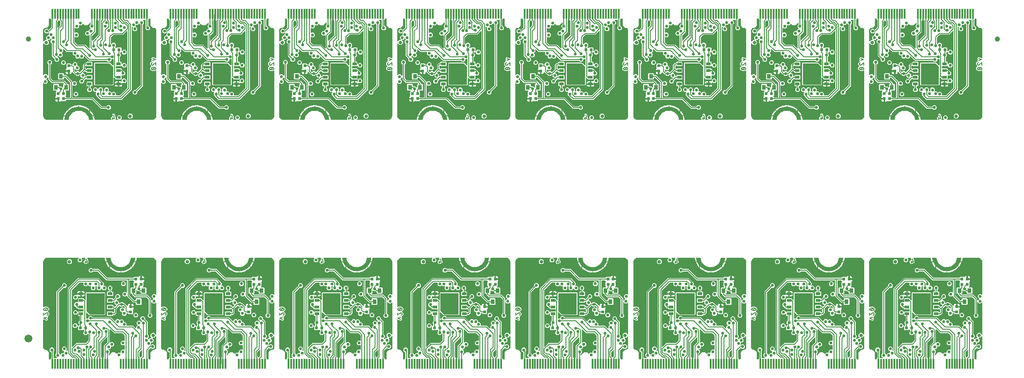
<source format=gbl>
G04 EAGLE Gerber RS-274X export*
G75*
%MOMM*%
%FSLAX34Y34*%
%LPD*%
%INBottom Copper*%
%IPPOS*%
%AMOC8*
5,1,8,0,0,1.08239X$1,22.5*%
G01*
%ADD10C,0.152400*%
%ADD11R,0.600000X0.600000*%
%ADD12R,0.350000X1.950000*%
%ADD13C,0.454000*%
%ADD14C,0.101600*%
%ADD15R,0.850000X0.500000*%
%ADD16R,0.800000X0.900000*%
%ADD17C,0.635000*%
%ADD18C,1.000000*%
%ADD19C,1.500000*%
%ADD20C,0.558800*%

G36*
X177044Y213421D02*
X177044Y213421D01*
X177052Y213447D01*
X177746Y217458D01*
X177741Y217496D01*
X177747Y217533D01*
X177734Y217564D01*
X177730Y217596D01*
X177706Y217626D01*
X177690Y217661D01*
X177663Y217679D01*
X177642Y217705D01*
X177605Y217717D01*
X177574Y217738D01*
X177516Y217747D01*
X177509Y217749D01*
X177506Y217748D01*
X177500Y217749D01*
X169500Y217749D01*
X169436Y217731D01*
X169366Y217710D01*
X169365Y217710D01*
X169320Y217658D01*
X169274Y217605D01*
X169274Y217604D01*
X169253Y217533D01*
X168871Y214671D01*
X168052Y211922D01*
X166813Y209336D01*
X165185Y206975D01*
X163207Y204897D01*
X160929Y203155D01*
X158407Y201791D01*
X155701Y200838D01*
X152881Y200320D01*
X150000Y200249D01*
X147119Y200320D01*
X144299Y200838D01*
X141594Y201791D01*
X139071Y203155D01*
X136793Y204897D01*
X134815Y206975D01*
X133187Y209336D01*
X131948Y211922D01*
X131129Y214671D01*
X131089Y214966D01*
X131056Y215215D01*
X130990Y215714D01*
X130956Y215963D01*
X130890Y216461D01*
X130890Y216462D01*
X130857Y216711D01*
X130790Y217209D01*
X130747Y217533D01*
X130716Y217603D01*
X130690Y217661D01*
X130630Y217701D01*
X130574Y217738D01*
X130500Y217749D01*
X129347Y217749D01*
X129299Y217769D01*
X129205Y217812D01*
X129185Y217814D01*
X129167Y217822D01*
X129000Y217840D01*
X128980Y217837D01*
X128961Y217839D01*
X128960Y217839D01*
X128859Y217817D01*
X128757Y217801D01*
X128740Y217791D01*
X128720Y217787D01*
X128657Y217749D01*
X122500Y217749D01*
X122462Y217738D01*
X122423Y217737D01*
X122397Y217719D01*
X122366Y217710D01*
X122340Y217681D01*
X122308Y217659D01*
X122295Y217629D01*
X122274Y217605D01*
X122268Y217566D01*
X122253Y217530D01*
X122254Y217474D01*
X122253Y217467D01*
X122254Y217463D01*
X122255Y217456D01*
X122975Y213458D01*
X122979Y213449D01*
X122984Y213423D01*
X123876Y210761D01*
X121117Y210761D01*
X120648Y212131D01*
X120621Y212256D01*
X119906Y215494D01*
X119754Y216930D01*
X119745Y216961D01*
X119732Y217047D01*
X119688Y217214D01*
X119686Y217220D01*
X119669Y217322D01*
X119660Y217339D01*
X119656Y217359D01*
X119603Y217448D01*
X119554Y217539D01*
X119540Y217553D01*
X119530Y217570D01*
X119451Y217637D01*
X119376Y217709D01*
X119358Y217717D01*
X119343Y217730D01*
X119247Y217769D01*
X119153Y217812D01*
X119133Y217814D01*
X119115Y217822D01*
X118948Y217840D01*
X87278Y217840D01*
X87276Y217840D01*
X87274Y217840D01*
X87154Y217820D01*
X87035Y217801D01*
X87033Y217799D01*
X87031Y217799D01*
X86925Y217742D01*
X86818Y217685D01*
X86816Y217684D01*
X86814Y217683D01*
X86732Y217595D01*
X86649Y217507D01*
X86648Y217505D01*
X86646Y217504D01*
X86595Y217392D01*
X86545Y217284D01*
X86545Y217282D01*
X86544Y217280D01*
X86531Y217154D01*
X86518Y217040D01*
X86518Y217037D01*
X86518Y217035D01*
X86546Y216870D01*
X88201Y211079D01*
X88247Y210980D01*
X88290Y210880D01*
X88301Y210867D01*
X88306Y210856D01*
X88326Y210835D01*
X88394Y210750D01*
X88506Y210638D01*
X88506Y210118D01*
X88509Y210096D01*
X88507Y210074D01*
X88535Y209909D01*
X88678Y209409D01*
X88601Y209271D01*
X88565Y209169D01*
X88524Y209068D01*
X88522Y209050D01*
X88518Y209039D01*
X88518Y209010D01*
X88506Y208901D01*
X88506Y208744D01*
X88138Y208376D01*
X88125Y208358D01*
X88108Y208344D01*
X88011Y208207D01*
X87758Y207753D01*
X87606Y207709D01*
X87508Y207663D01*
X87408Y207620D01*
X87394Y207609D01*
X87384Y207604D01*
X87363Y207584D01*
X87277Y207516D01*
X87166Y207404D01*
X86646Y207404D01*
X86624Y207401D01*
X86602Y207403D01*
X86437Y207375D01*
X85744Y207177D01*
X85716Y207178D01*
X85680Y207167D01*
X85642Y207164D01*
X85563Y207130D01*
X85481Y207104D01*
X85451Y207082D01*
X85416Y207067D01*
X85285Y206962D01*
X83808Y205485D01*
X81913Y205485D01*
X80574Y206825D01*
X80574Y206989D01*
X80559Y207079D01*
X80552Y207170D01*
X80539Y207200D01*
X80534Y207232D01*
X80491Y207313D01*
X80456Y207397D01*
X80430Y207429D01*
X80419Y207449D01*
X80396Y207472D01*
X80351Y207528D01*
X79134Y208744D01*
X79134Y210638D01*
X80351Y211855D01*
X80404Y211929D01*
X80463Y211998D01*
X80475Y212028D01*
X80494Y212054D01*
X80521Y212141D01*
X80555Y212226D01*
X80560Y212267D01*
X80567Y212289D01*
X80566Y212322D01*
X80574Y212393D01*
X80574Y212557D01*
X82043Y214027D01*
X82090Y214052D01*
X82091Y214053D01*
X82093Y214054D01*
X82176Y214142D01*
X82259Y214230D01*
X82260Y214232D01*
X82262Y214234D01*
X82312Y214344D01*
X82363Y214453D01*
X82363Y214455D01*
X82364Y214457D01*
X82377Y214580D01*
X82390Y214698D01*
X82390Y214700D01*
X82390Y214702D01*
X82362Y214867D01*
X81841Y216691D01*
X81851Y216709D01*
X81881Y216793D01*
X81919Y216874D01*
X81923Y216908D01*
X81934Y216941D01*
X81936Y217030D01*
X81946Y217118D01*
X81939Y217152D01*
X81939Y217187D01*
X81913Y217272D01*
X81894Y217359D01*
X81876Y217388D01*
X81866Y217421D01*
X81813Y217493D01*
X81768Y217570D01*
X81741Y217592D01*
X81721Y217620D01*
X81648Y217672D01*
X81581Y217730D01*
X81549Y217743D01*
X81521Y217763D01*
X81435Y217788D01*
X81353Y217822D01*
X81309Y217827D01*
X81285Y217834D01*
X81253Y217833D01*
X81186Y217840D01*
X75905Y217840D01*
X75834Y217829D01*
X75763Y217827D01*
X75714Y217809D01*
X75662Y217801D01*
X75599Y217767D01*
X75532Y217742D01*
X75491Y217710D01*
X75445Y217685D01*
X75396Y217633D01*
X75340Y217589D01*
X75311Y217545D01*
X75276Y217507D01*
X75245Y217442D01*
X75207Y217382D01*
X75194Y217331D01*
X75172Y217284D01*
X75164Y217213D01*
X75147Y217143D01*
X75151Y217091D01*
X75145Y217040D01*
X75160Y216969D01*
X75166Y216898D01*
X75186Y216850D01*
X75197Y216799D01*
X75234Y216738D01*
X75262Y216672D01*
X75307Y216616D01*
X75323Y216588D01*
X75341Y216573D01*
X75367Y216541D01*
X76619Y215289D01*
X76619Y211711D01*
X74089Y209181D01*
X70511Y209181D01*
X67981Y211711D01*
X67981Y215289D01*
X69233Y216541D01*
X69275Y216599D01*
X69324Y216651D01*
X69346Y216698D01*
X69377Y216740D01*
X69398Y216809D01*
X69428Y216874D01*
X69434Y216926D01*
X69449Y216976D01*
X69447Y217047D01*
X69455Y217118D01*
X69444Y217169D01*
X69443Y217221D01*
X69418Y217289D01*
X69403Y217359D01*
X69376Y217404D01*
X69358Y217452D01*
X69313Y217508D01*
X69277Y217570D01*
X69237Y217604D01*
X69205Y217644D01*
X69144Y217683D01*
X69090Y217730D01*
X69041Y217749D01*
X68998Y217777D01*
X68928Y217795D01*
X68862Y217822D01*
X68790Y217830D01*
X68759Y217838D01*
X68736Y217836D01*
X68695Y217840D01*
X10065Y217840D01*
X10033Y217835D01*
X9951Y217832D01*
X8123Y217553D01*
X8065Y217534D01*
X8005Y217525D01*
X7920Y217487D01*
X7889Y217477D01*
X7876Y217467D01*
X7851Y217457D01*
X4679Y215591D01*
X4596Y215521D01*
X4510Y215455D01*
X4499Y215441D01*
X4490Y215433D01*
X4475Y215408D01*
X4409Y215321D01*
X2543Y212149D01*
X2521Y212092D01*
X2490Y212039D01*
X2466Y211949D01*
X2455Y211919D01*
X2454Y211903D01*
X2447Y211877D01*
X2168Y210049D01*
X2169Y210016D01*
X2160Y209935D01*
X2160Y124137D01*
X2163Y124115D01*
X2161Y124093D01*
X2183Y123994D01*
X2199Y123895D01*
X2210Y123875D01*
X2215Y123853D01*
X2267Y123767D01*
X2315Y123677D01*
X2331Y123662D01*
X2342Y123643D01*
X2420Y123577D01*
X2493Y123508D01*
X2513Y123498D01*
X2530Y123484D01*
X2624Y123447D01*
X2716Y123404D01*
X2738Y123402D01*
X2759Y123394D01*
X2860Y123388D01*
X2960Y123377D01*
X2982Y123382D01*
X3004Y123381D01*
X3168Y123417D01*
X3252Y123446D01*
X3279Y123461D01*
X3339Y123482D01*
X5120Y124350D01*
X9460Y124350D01*
X10511Y123838D01*
X10556Y123824D01*
X10597Y123802D01*
X10727Y123773D01*
X10747Y123767D01*
X10752Y123767D01*
X10761Y123766D01*
X10883Y123752D01*
X10901Y123729D01*
X10963Y123673D01*
X11020Y123611D01*
X11063Y123583D01*
X11083Y123565D01*
X11111Y123553D01*
X11161Y123521D01*
X11241Y123482D01*
X11271Y123473D01*
X11328Y123446D01*
X12382Y123085D01*
X13895Y120966D01*
X13895Y118363D01*
X12381Y116244D01*
X11744Y116026D01*
X11703Y116004D01*
X11659Y115991D01*
X11596Y115946D01*
X11527Y115910D01*
X11496Y115876D01*
X11458Y115850D01*
X11412Y115787D01*
X11359Y115730D01*
X11340Y115689D01*
X11312Y115652D01*
X11289Y115577D01*
X11256Y115506D01*
X11251Y115461D01*
X11238Y115417D01*
X11239Y115339D01*
X11231Y115262D01*
X11241Y115217D01*
X11241Y115171D01*
X11267Y115098D01*
X11284Y115022D01*
X11308Y114983D01*
X11323Y114939D01*
X11371Y114878D01*
X11412Y114811D01*
X11447Y114782D01*
X11475Y114746D01*
X11585Y114664D01*
X11599Y114653D01*
X11604Y114651D01*
X11610Y114646D01*
X12704Y114015D01*
X13895Y111952D01*
X13895Y109115D01*
X11959Y106453D01*
X11275Y106232D01*
X11255Y106221D01*
X11232Y106216D01*
X11146Y106165D01*
X11056Y106119D01*
X11040Y106103D01*
X11020Y106091D01*
X10955Y106015D01*
X10885Y105943D01*
X10875Y105922D01*
X10860Y105904D01*
X10822Y105811D01*
X10779Y105721D01*
X10776Y105698D01*
X10767Y105676D01*
X10761Y105576D01*
X10749Y105477D01*
X10754Y105454D01*
X10752Y105431D01*
X10787Y105267D01*
X11198Y104035D01*
X10497Y102632D01*
X10490Y102610D01*
X10478Y102592D01*
X10454Y102493D01*
X10424Y102397D01*
X10424Y102375D01*
X10419Y102353D01*
X10427Y102252D01*
X10429Y102151D01*
X10437Y102130D01*
X10439Y102108D01*
X10497Y101951D01*
X11198Y100547D01*
X10599Y98750D01*
X8905Y97903D01*
X3213Y99800D01*
X3176Y99806D01*
X3141Y99820D01*
X3055Y99826D01*
X2970Y99839D01*
X2933Y99833D01*
X2896Y99836D01*
X2732Y99801D01*
X2681Y99784D01*
X2662Y99774D01*
X2641Y99769D01*
X2553Y99717D01*
X2463Y99669D01*
X2448Y99654D01*
X2430Y99643D01*
X2364Y99565D01*
X2293Y99491D01*
X2284Y99472D01*
X2270Y99456D01*
X2232Y99361D01*
X2189Y99269D01*
X2186Y99248D01*
X2178Y99228D01*
X2160Y99061D01*
X2160Y46074D01*
X2165Y46042D01*
X2169Y45957D01*
X2294Y45155D01*
X2312Y45098D01*
X2321Y45038D01*
X2360Y44952D01*
X2370Y44921D01*
X2380Y44909D01*
X2390Y44885D01*
X3216Y43485D01*
X3258Y43435D01*
X3273Y43410D01*
X3291Y43395D01*
X3351Y43317D01*
X3366Y43305D01*
X3374Y43296D01*
X3399Y43280D01*
X3485Y43216D01*
X4885Y42390D01*
X4942Y42368D01*
X4993Y42337D01*
X5085Y42313D01*
X5115Y42301D01*
X5130Y42300D01*
X5155Y42294D01*
X5914Y42176D01*
X5935Y42176D01*
X5970Y42169D01*
X6097Y42159D01*
X6112Y42160D01*
X6136Y42157D01*
X7051Y42131D01*
X7062Y42127D01*
X7126Y42095D01*
X7196Y42082D01*
X7226Y42072D01*
X7250Y42071D01*
X7291Y42064D01*
X7987Y42008D01*
X11060Y40051D01*
X12857Y36882D01*
X12876Y36222D01*
X12891Y36143D01*
X12898Y36063D01*
X12910Y36034D01*
X12910Y35042D01*
X12911Y35033D01*
X12910Y35020D01*
X12938Y34029D01*
X12928Y34005D01*
X12922Y33948D01*
X12914Y33921D01*
X12916Y33892D01*
X12910Y33838D01*
X12910Y24870D01*
X12913Y24850D01*
X12911Y24831D01*
X12933Y24729D01*
X12949Y24627D01*
X12959Y24610D01*
X12963Y24590D01*
X13016Y24501D01*
X13065Y24410D01*
X13079Y24396D01*
X13089Y24379D01*
X13168Y24312D01*
X13243Y24241D01*
X13261Y24232D01*
X13276Y24219D01*
X13372Y24180D01*
X13466Y24137D01*
X13486Y24135D01*
X13504Y24127D01*
X13671Y24109D01*
X15964Y24109D01*
X15984Y24112D01*
X16003Y24110D01*
X16105Y24132D01*
X16207Y24149D01*
X16224Y24158D01*
X16244Y24162D01*
X16333Y24215D01*
X16424Y24264D01*
X16438Y24278D01*
X16455Y24288D01*
X16522Y24367D01*
X16594Y24442D01*
X16602Y24460D01*
X16615Y24475D01*
X16654Y24571D01*
X16697Y24665D01*
X16699Y24685D01*
X16707Y24703D01*
X16725Y24870D01*
X16725Y25632D01*
X17490Y26397D01*
X17543Y26471D01*
X17603Y26540D01*
X17615Y26570D01*
X17634Y26596D01*
X17661Y26683D01*
X17695Y26768D01*
X17699Y26809D01*
X17706Y26831D01*
X17705Y26864D01*
X17713Y26935D01*
X17713Y36920D01*
X17710Y36940D01*
X17712Y36959D01*
X17690Y37061D01*
X17674Y37163D01*
X17664Y37180D01*
X17660Y37200D01*
X17607Y37289D01*
X17558Y37380D01*
X17544Y37394D01*
X17534Y37411D01*
X17455Y37478D01*
X17380Y37550D01*
X17362Y37558D01*
X17347Y37571D01*
X17251Y37610D01*
X17157Y37653D01*
X17137Y37655D01*
X17119Y37663D01*
X16952Y37681D01*
X16711Y37681D01*
X14181Y40211D01*
X14181Y43789D01*
X16711Y46319D01*
X20289Y46319D01*
X22819Y43789D01*
X22819Y40211D01*
X22510Y39902D01*
X22457Y39828D01*
X22397Y39759D01*
X22385Y39729D01*
X22366Y39702D01*
X22339Y39615D01*
X22305Y39531D01*
X22301Y39490D01*
X22294Y39467D01*
X22295Y39435D01*
X22287Y39364D01*
X22287Y27286D01*
X22290Y27266D01*
X22288Y27247D01*
X22310Y27145D01*
X22326Y27043D01*
X22336Y27026D01*
X22340Y27006D01*
X22393Y26917D01*
X22442Y26826D01*
X22456Y26812D01*
X22466Y26795D01*
X22545Y26728D01*
X22620Y26656D01*
X22638Y26648D01*
X22653Y26635D01*
X22749Y26596D01*
X22843Y26553D01*
X22863Y26551D01*
X22881Y26543D01*
X23048Y26525D01*
X27206Y26525D01*
X27277Y26536D01*
X27348Y26538D01*
X27397Y26556D01*
X27449Y26564D01*
X27512Y26598D01*
X27579Y26623D01*
X27620Y26655D01*
X27666Y26680D01*
X27715Y26732D01*
X27771Y26776D01*
X27800Y26820D01*
X27835Y26858D01*
X27866Y26923D01*
X27904Y26983D01*
X27917Y27034D01*
X27939Y27081D01*
X27947Y27152D01*
X27964Y27222D01*
X27960Y27274D01*
X27966Y27325D01*
X27951Y27396D01*
X27945Y27467D01*
X27925Y27515D01*
X27914Y27566D01*
X27877Y27627D01*
X27849Y27693D01*
X27804Y27749D01*
X27788Y27777D01*
X27770Y27792D01*
X27744Y27824D01*
X25607Y29961D01*
X25607Y33539D01*
X27416Y35348D01*
X27469Y35422D01*
X27529Y35491D01*
X27541Y35521D01*
X27560Y35548D01*
X27587Y35635D01*
X27621Y35719D01*
X27625Y35760D01*
X27632Y35783D01*
X27631Y35815D01*
X27639Y35886D01*
X27639Y153143D01*
X38028Y163532D01*
X38081Y163606D01*
X38141Y163676D01*
X38153Y163706D01*
X38172Y163732D01*
X38199Y163819D01*
X38233Y163904D01*
X38237Y163945D01*
X38244Y163967D01*
X38243Y163999D01*
X38251Y164071D01*
X38251Y166629D01*
X40781Y169159D01*
X44359Y169159D01*
X46889Y166629D01*
X46889Y163051D01*
X44359Y160521D01*
X41801Y160521D01*
X41710Y160507D01*
X41620Y160499D01*
X41590Y160487D01*
X41558Y160482D01*
X41477Y160439D01*
X41393Y160403D01*
X41361Y160377D01*
X41340Y160366D01*
X41318Y160343D01*
X41262Y160298D01*
X32436Y151472D01*
X32383Y151398D01*
X32323Y151328D01*
X32311Y151298D01*
X32292Y151272D01*
X32265Y151185D01*
X32231Y151100D01*
X32227Y151059D01*
X32220Y151037D01*
X32221Y151005D01*
X32213Y150933D01*
X32213Y35886D01*
X32227Y35796D01*
X32235Y35705D01*
X32247Y35675D01*
X32252Y35643D01*
X32295Y35563D01*
X32331Y35479D01*
X32357Y35447D01*
X32368Y35426D01*
X32391Y35404D01*
X32436Y35348D01*
X34300Y33484D01*
X34316Y33472D01*
X34328Y33457D01*
X34416Y33401D01*
X34499Y33340D01*
X34518Y33335D01*
X34535Y33324D01*
X34636Y33298D01*
X34735Y33268D01*
X34754Y33269D01*
X34774Y33264D01*
X34877Y33272D01*
X34980Y33274D01*
X34999Y33281D01*
X35019Y33283D01*
X35114Y33323D01*
X35211Y33359D01*
X35227Y33371D01*
X35245Y33379D01*
X35376Y33484D01*
X37811Y35919D01*
X40720Y35919D01*
X40740Y35922D01*
X40759Y35920D01*
X40861Y35942D01*
X40963Y35958D01*
X40980Y35968D01*
X41000Y35972D01*
X41089Y36025D01*
X41180Y36074D01*
X41194Y36088D01*
X41211Y36098D01*
X41278Y36177D01*
X41350Y36252D01*
X41358Y36270D01*
X41371Y36285D01*
X41410Y36381D01*
X41453Y36475D01*
X41455Y36495D01*
X41463Y36513D01*
X41481Y36680D01*
X41481Y37789D01*
X41937Y38244D01*
X41979Y38303D01*
X42028Y38354D01*
X42050Y38402D01*
X42080Y38444D01*
X42101Y38512D01*
X42131Y38578D01*
X42137Y38629D01*
X42153Y38679D01*
X42151Y38751D01*
X42159Y38822D01*
X42148Y38873D01*
X42146Y38925D01*
X42122Y38992D01*
X42106Y39062D01*
X42080Y39107D01*
X42062Y39156D01*
X42017Y39212D01*
X41980Y39273D01*
X41941Y39307D01*
X41908Y39348D01*
X41848Y39387D01*
X41793Y39433D01*
X41745Y39453D01*
X41701Y39481D01*
X41632Y39498D01*
X41565Y39525D01*
X41494Y39533D01*
X41463Y39541D01*
X41439Y39539D01*
X41398Y39544D01*
X40974Y39544D01*
X38444Y42074D01*
X38444Y45651D01*
X40974Y48181D01*
X44551Y48181D01*
X47081Y45651D01*
X47081Y42074D01*
X46626Y41618D01*
X46584Y41560D01*
X46535Y41508D01*
X46513Y41461D01*
X46482Y41419D01*
X46461Y41350D01*
X46431Y41285D01*
X46425Y41233D01*
X46410Y41183D01*
X46412Y41112D01*
X46404Y41041D01*
X46415Y40990D01*
X46416Y40938D01*
X46441Y40870D01*
X46456Y40800D01*
X46483Y40755D01*
X46501Y40707D01*
X46546Y40651D01*
X46582Y40589D01*
X46622Y40555D01*
X46654Y40515D01*
X46715Y40476D01*
X46769Y40429D01*
X46818Y40410D01*
X46861Y40382D01*
X46931Y40364D01*
X46997Y40337D01*
X47069Y40329D01*
X47100Y40321D01*
X47123Y40323D01*
X47164Y40319D01*
X47589Y40319D01*
X47596Y40312D01*
X47654Y40270D01*
X47706Y40221D01*
X47726Y40211D01*
X47733Y40205D01*
X47758Y40196D01*
X47795Y40168D01*
X47864Y40147D01*
X47929Y40117D01*
X47981Y40111D01*
X48031Y40096D01*
X48102Y40098D01*
X48173Y40090D01*
X48224Y40101D01*
X48276Y40102D01*
X48344Y40127D01*
X48414Y40142D01*
X48459Y40169D01*
X48507Y40187D01*
X48563Y40232D01*
X48592Y40249D01*
X48594Y40250D01*
X48625Y40268D01*
X48659Y40308D01*
X48699Y40340D01*
X48738Y40401D01*
X48745Y40409D01*
X48764Y40428D01*
X48766Y40433D01*
X48785Y40455D01*
X48804Y40504D01*
X48832Y40547D01*
X48849Y40611D01*
X48867Y40651D01*
X48868Y40663D01*
X48877Y40683D01*
X48885Y40755D01*
X48893Y40786D01*
X48891Y40809D01*
X48895Y40850D01*
X48895Y159721D01*
X68297Y179123D01*
X108685Y179123D01*
X115561Y172247D01*
X115561Y172136D01*
X115575Y172046D01*
X115583Y171955D01*
X115595Y171925D01*
X115600Y171893D01*
X115643Y171813D01*
X115679Y171729D01*
X115705Y171697D01*
X115716Y171676D01*
X115739Y171654D01*
X115784Y171598D01*
X117593Y169789D01*
X117593Y166211D01*
X117100Y165718D01*
X117058Y165660D01*
X117009Y165608D01*
X116987Y165561D01*
X116956Y165519D01*
X116935Y165450D01*
X116905Y165385D01*
X116899Y165333D01*
X116884Y165283D01*
X116886Y165212D01*
X116878Y165141D01*
X116889Y165090D01*
X116890Y165038D01*
X116915Y164970D01*
X116930Y164900D01*
X116957Y164855D01*
X116975Y164807D01*
X117020Y164751D01*
X117056Y164689D01*
X117096Y164655D01*
X117128Y164615D01*
X117189Y164576D01*
X117243Y164529D01*
X117292Y164510D01*
X117335Y164482D01*
X117405Y164464D01*
X117471Y164437D01*
X117543Y164429D01*
X117574Y164421D01*
X117597Y164423D01*
X117638Y164419D01*
X120089Y164419D01*
X122619Y161889D01*
X122619Y158311D01*
X120089Y155781D01*
X116511Y155781D01*
X113888Y158404D01*
X113872Y158416D01*
X113860Y158431D01*
X113772Y158487D01*
X113689Y158548D01*
X113670Y158553D01*
X113653Y158564D01*
X113552Y158590D01*
X113453Y158620D01*
X113434Y158619D01*
X113414Y158624D01*
X113311Y158616D01*
X113208Y158614D01*
X113189Y158607D01*
X113169Y158605D01*
X113074Y158565D01*
X112977Y158529D01*
X112961Y158517D01*
X112943Y158509D01*
X112812Y158404D01*
X110089Y155681D01*
X106511Y155681D01*
X103981Y158211D01*
X103981Y161789D01*
X104174Y161982D01*
X104216Y162040D01*
X104265Y162092D01*
X104287Y162139D01*
X104318Y162181D01*
X104339Y162250D01*
X104369Y162315D01*
X104375Y162367D01*
X104390Y162417D01*
X104388Y162488D01*
X104396Y162559D01*
X104385Y162610D01*
X104384Y162662D01*
X104359Y162730D01*
X104344Y162800D01*
X104317Y162845D01*
X104299Y162893D01*
X104254Y162949D01*
X104218Y163011D01*
X104178Y163045D01*
X104146Y163085D01*
X104085Y163124D01*
X104031Y163171D01*
X103982Y163190D01*
X103939Y163218D01*
X103869Y163236D01*
X103803Y163263D01*
X103731Y163271D01*
X103700Y163279D01*
X103677Y163277D01*
X103636Y163281D01*
X102280Y163281D01*
X102209Y163270D01*
X102138Y163268D01*
X102089Y163250D01*
X102037Y163242D01*
X101974Y163208D01*
X101907Y163183D01*
X101866Y163151D01*
X101820Y163126D01*
X101771Y163074D01*
X101715Y163030D01*
X101687Y162986D01*
X101651Y162948D01*
X101620Y162883D01*
X101582Y162823D01*
X101569Y162772D01*
X101547Y162725D01*
X101539Y162654D01*
X101522Y162584D01*
X101526Y162532D01*
X101520Y162481D01*
X101535Y162411D01*
X101541Y162339D01*
X101561Y162291D01*
X101572Y162240D01*
X101609Y162179D01*
X101619Y162156D01*
X101619Y158527D01*
X99089Y155997D01*
X95511Y155997D01*
X92981Y158527D01*
X92981Y162105D01*
X93158Y162282D01*
X93200Y162340D01*
X93249Y162392D01*
X93271Y162439D01*
X93302Y162481D01*
X93323Y162550D01*
X93353Y162615D01*
X93359Y162667D01*
X93374Y162717D01*
X93372Y162788D01*
X93380Y162859D01*
X93369Y162910D01*
X93368Y162962D01*
X93343Y163030D01*
X93328Y163100D01*
X93301Y163145D01*
X93283Y163193D01*
X93238Y163249D01*
X93202Y163311D01*
X93162Y163345D01*
X93130Y163385D01*
X93069Y163424D01*
X93015Y163471D01*
X92966Y163490D01*
X92923Y163518D01*
X92853Y163536D01*
X92787Y163563D01*
X92715Y163571D01*
X92684Y163579D01*
X92661Y163577D01*
X92620Y163581D01*
X89611Y163581D01*
X87788Y165405D01*
X87771Y165416D01*
X87759Y165432D01*
X87672Y165488D01*
X87588Y165548D01*
X87569Y165554D01*
X87552Y165565D01*
X87452Y165590D01*
X87353Y165621D01*
X87333Y165620D01*
X87314Y165625D01*
X87211Y165617D01*
X87107Y165614D01*
X87088Y165607D01*
X87068Y165606D01*
X86974Y165566D01*
X86876Y165530D01*
X86860Y165517D01*
X86842Y165510D01*
X86711Y165405D01*
X85038Y163732D01*
X81460Y163732D01*
X78931Y166262D01*
X78931Y169994D01*
X78927Y170014D01*
X78930Y170033D01*
X78908Y170135D01*
X78891Y170237D01*
X78882Y170254D01*
X78877Y170274D01*
X78824Y170363D01*
X78776Y170454D01*
X78761Y170468D01*
X78751Y170485D01*
X78672Y170552D01*
X78597Y170624D01*
X78579Y170632D01*
X78564Y170645D01*
X78468Y170684D01*
X78374Y170727D01*
X78355Y170729D01*
X78336Y170737D01*
X78169Y170755D01*
X72105Y170755D01*
X72014Y170741D01*
X71924Y170733D01*
X71894Y170721D01*
X71862Y170716D01*
X71781Y170673D01*
X71697Y170637D01*
X71665Y170611D01*
X71644Y170600D01*
X71622Y170577D01*
X71566Y170532D01*
X57286Y156252D01*
X57233Y156178D01*
X57173Y156108D01*
X57161Y156078D01*
X57142Y156052D01*
X57115Y155965D01*
X57081Y155880D01*
X57077Y155839D01*
X57070Y155817D01*
X57071Y155785D01*
X57063Y155713D01*
X57063Y48534D01*
X57074Y48464D01*
X57076Y48392D01*
X57094Y48343D01*
X57102Y48292D01*
X57136Y48228D01*
X57161Y48161D01*
X57193Y48120D01*
X57218Y48074D01*
X57269Y48025D01*
X57314Y47969D01*
X57358Y47941D01*
X57396Y47905D01*
X57461Y47875D01*
X57521Y47836D01*
X57572Y47823D01*
X57619Y47801D01*
X57690Y47793D01*
X57760Y47776D01*
X57812Y47780D01*
X57863Y47774D01*
X57934Y47789D01*
X58005Y47795D01*
X58053Y47815D01*
X58104Y47826D01*
X58165Y47863D01*
X58231Y47891D01*
X58287Y47936D01*
X58315Y47953D01*
X58330Y47970D01*
X58362Y47996D01*
X63890Y53524D01*
X65453Y55087D01*
X83337Y55087D01*
X83428Y55101D01*
X83518Y55109D01*
X83548Y55121D01*
X83580Y55126D01*
X83661Y55169D01*
X83745Y55205D01*
X83777Y55231D01*
X83798Y55242D01*
X83820Y55265D01*
X83876Y55310D01*
X88590Y60024D01*
X88643Y60098D01*
X88703Y60168D01*
X88715Y60198D01*
X88734Y60224D01*
X88761Y60311D01*
X88795Y60396D01*
X88799Y60437D01*
X88806Y60459D01*
X88805Y60491D01*
X88813Y60563D01*
X88813Y71864D01*
X88799Y71954D01*
X88791Y72045D01*
X88779Y72075D01*
X88774Y72107D01*
X88731Y72187D01*
X88695Y72271D01*
X88669Y72303D01*
X88658Y72324D01*
X88635Y72346D01*
X88590Y72402D01*
X88325Y72667D01*
X88309Y72679D01*
X88297Y72694D01*
X88210Y72750D01*
X88126Y72811D01*
X88107Y72817D01*
X88090Y72827D01*
X87989Y72853D01*
X87891Y72883D01*
X87871Y72882D01*
X87851Y72887D01*
X87748Y72879D01*
X87645Y72877D01*
X87626Y72870D01*
X87606Y72868D01*
X87511Y72828D01*
X87414Y72792D01*
X87398Y72780D01*
X87380Y72772D01*
X87249Y72667D01*
X85089Y70507D01*
X81511Y70507D01*
X78981Y73037D01*
X78981Y76615D01*
X80542Y78176D01*
X80584Y78234D01*
X80633Y78286D01*
X80655Y78333D01*
X80686Y78375D01*
X80707Y78444D01*
X80737Y78509D01*
X80743Y78561D01*
X80758Y78611D01*
X80756Y78682D01*
X80764Y78753D01*
X80753Y78804D01*
X80752Y78856D01*
X80727Y78924D01*
X80712Y78994D01*
X80685Y79039D01*
X80667Y79087D01*
X80622Y79143D01*
X80586Y79205D01*
X80546Y79239D01*
X80514Y79279D01*
X80453Y79318D01*
X80399Y79365D01*
X80350Y79384D01*
X80307Y79412D01*
X80237Y79430D01*
X80171Y79457D01*
X80099Y79465D01*
X80068Y79473D01*
X80045Y79471D01*
X80004Y79475D01*
X79568Y79475D01*
X78738Y80305D01*
X78722Y80317D01*
X78710Y80333D01*
X78622Y80389D01*
X78539Y80449D01*
X78520Y80455D01*
X78503Y80466D01*
X78402Y80491D01*
X78303Y80521D01*
X78284Y80521D01*
X78264Y80526D01*
X78161Y80518D01*
X78058Y80515D01*
X78039Y80508D01*
X78019Y80507D01*
X77924Y80466D01*
X77827Y80431D01*
X77811Y80418D01*
X77793Y80410D01*
X77662Y80305D01*
X76832Y79475D01*
X69568Y79475D01*
X68675Y80368D01*
X68675Y85830D01*
X68664Y85901D01*
X68662Y85972D01*
X68644Y86021D01*
X68636Y86073D01*
X68602Y86136D01*
X68577Y86203D01*
X68545Y86244D01*
X68520Y86290D01*
X68468Y86339D01*
X68424Y86395D01*
X68380Y86424D01*
X68342Y86459D01*
X68277Y86490D01*
X68217Y86528D01*
X68166Y86541D01*
X68119Y86563D01*
X68048Y86571D01*
X67978Y86588D01*
X67926Y86584D01*
X67875Y86590D01*
X67804Y86575D01*
X67733Y86569D01*
X67685Y86549D01*
X67634Y86538D01*
X67573Y86501D01*
X67507Y86473D01*
X67451Y86428D01*
X67423Y86412D01*
X67408Y86394D01*
X67376Y86368D01*
X64989Y83981D01*
X61411Y83981D01*
X58881Y86511D01*
X58881Y90089D01*
X61411Y92619D01*
X64989Y92619D01*
X67519Y90089D01*
X67519Y88313D01*
X67530Y88242D01*
X67532Y88170D01*
X67550Y88121D01*
X67558Y88070D01*
X67592Y88007D01*
X67617Y87939D01*
X67649Y87899D01*
X67674Y87853D01*
X67726Y87803D01*
X67770Y87747D01*
X67814Y87719D01*
X67852Y87683D01*
X67917Y87653D01*
X67977Y87614D01*
X68028Y87602D01*
X68075Y87580D01*
X68146Y87572D01*
X68216Y87554D01*
X68268Y87558D01*
X68319Y87553D01*
X68390Y87568D01*
X68461Y87573D01*
X68509Y87594D01*
X68560Y87605D01*
X68621Y87642D01*
X68687Y87670D01*
X68743Y87715D01*
X68771Y87731D01*
X68786Y87749D01*
X68818Y87775D01*
X69568Y88525D01*
X70152Y88525D01*
X70172Y88528D01*
X70191Y88526D01*
X70293Y88548D01*
X70395Y88564D01*
X70412Y88574D01*
X70432Y88578D01*
X70521Y88631D01*
X70612Y88680D01*
X70626Y88694D01*
X70643Y88704D01*
X70710Y88783D01*
X70782Y88858D01*
X70790Y88876D01*
X70803Y88891D01*
X70842Y88987D01*
X70885Y89081D01*
X70887Y89101D01*
X70895Y89119D01*
X70913Y89286D01*
X70913Y90964D01*
X70899Y91054D01*
X70891Y91145D01*
X70879Y91175D01*
X70874Y91207D01*
X70831Y91287D01*
X70795Y91371D01*
X70769Y91403D01*
X70758Y91424D01*
X70735Y91446D01*
X70690Y91502D01*
X69881Y92311D01*
X69881Y95889D01*
X71690Y97698D01*
X71743Y97772D01*
X71803Y97841D01*
X71815Y97871D01*
X71834Y97898D01*
X71861Y97985D01*
X71895Y98069D01*
X71899Y98110D01*
X71906Y98133D01*
X71905Y98165D01*
X71913Y98236D01*
X71913Y106164D01*
X71910Y106184D01*
X71912Y106203D01*
X71890Y106305D01*
X71874Y106407D01*
X71864Y106424D01*
X71860Y106444D01*
X71807Y106533D01*
X71758Y106624D01*
X71744Y106638D01*
X71734Y106655D01*
X71655Y106722D01*
X71580Y106794D01*
X71562Y106802D01*
X71547Y106815D01*
X71451Y106854D01*
X71357Y106897D01*
X71337Y106899D01*
X71319Y106907D01*
X71152Y106925D01*
X69368Y106925D01*
X68475Y107818D01*
X68475Y110504D01*
X68464Y110575D01*
X68462Y110646D01*
X68444Y110695D01*
X68436Y110747D01*
X68402Y110810D01*
X68377Y110877D01*
X68345Y110918D01*
X68320Y110964D01*
X68268Y111013D01*
X68224Y111069D01*
X68180Y111098D01*
X68142Y111133D01*
X68077Y111164D01*
X68017Y111202D01*
X67966Y111215D01*
X67919Y111237D01*
X67848Y111245D01*
X67778Y111262D01*
X67726Y111258D01*
X67675Y111264D01*
X67604Y111249D01*
X67533Y111243D01*
X67485Y111223D01*
X67434Y111212D01*
X67373Y111175D01*
X67307Y111147D01*
X67251Y111102D01*
X67223Y111086D01*
X67208Y111068D01*
X67176Y111042D01*
X65289Y109155D01*
X61711Y109155D01*
X59181Y111685D01*
X59181Y115263D01*
X61711Y117793D01*
X65289Y117793D01*
X67819Y115263D01*
X67830Y115192D01*
X67832Y115120D01*
X67850Y115071D01*
X67858Y115020D01*
X67892Y114957D01*
X67917Y114889D01*
X67949Y114849D01*
X67974Y114803D01*
X68026Y114753D01*
X68070Y114697D01*
X68114Y114669D01*
X68152Y114633D01*
X68217Y114603D01*
X68277Y114564D01*
X68328Y114552D01*
X68375Y114530D01*
X68446Y114522D01*
X68516Y114504D01*
X68568Y114508D01*
X68619Y114503D01*
X68690Y114518D01*
X68761Y114523D01*
X68809Y114544D01*
X68860Y114555D01*
X68921Y114592D01*
X68987Y114620D01*
X69043Y114665D01*
X69071Y114681D01*
X69086Y114699D01*
X69118Y114725D01*
X69368Y114975D01*
X78452Y114975D01*
X78472Y114978D01*
X78491Y114976D01*
X78593Y114998D01*
X78695Y115014D01*
X78712Y115024D01*
X78732Y115028D01*
X78821Y115081D01*
X78912Y115130D01*
X78926Y115144D01*
X78943Y115154D01*
X79010Y115233D01*
X79082Y115308D01*
X79090Y115326D01*
X79103Y115341D01*
X79142Y115437D01*
X79185Y115531D01*
X79187Y115551D01*
X79195Y115569D01*
X79213Y115736D01*
X79213Y118864D01*
X79210Y118884D01*
X79212Y118903D01*
X79190Y119005D01*
X79174Y119107D01*
X79164Y119124D01*
X79160Y119144D01*
X79107Y119233D01*
X79058Y119324D01*
X79044Y119338D01*
X79034Y119355D01*
X78955Y119422D01*
X78880Y119494D01*
X78862Y119502D01*
X78847Y119515D01*
X78751Y119554D01*
X78657Y119597D01*
X78637Y119599D01*
X78619Y119607D01*
X78452Y119625D01*
X69368Y119625D01*
X68475Y120518D01*
X68475Y120602D01*
X68472Y120622D01*
X68474Y120641D01*
X68452Y120743D01*
X68436Y120845D01*
X68426Y120862D01*
X68422Y120882D01*
X68369Y120971D01*
X68320Y121062D01*
X68306Y121076D01*
X68296Y121093D01*
X68217Y121160D01*
X68142Y121232D01*
X68124Y121240D01*
X68109Y121253D01*
X68013Y121292D01*
X67919Y121335D01*
X67899Y121337D01*
X67881Y121345D01*
X67714Y121363D01*
X67203Y121363D01*
X64668Y123898D01*
X64594Y123951D01*
X64524Y124011D01*
X64494Y124023D01*
X64468Y124042D01*
X64381Y124069D01*
X64296Y124103D01*
X64255Y124107D01*
X64233Y124114D01*
X64201Y124113D01*
X64129Y124121D01*
X64071Y124121D01*
X61541Y126651D01*
X61541Y130229D01*
X64071Y132759D01*
X67714Y132759D01*
X67734Y132762D01*
X67753Y132760D01*
X67855Y132782D01*
X67957Y132798D01*
X67974Y132808D01*
X67994Y132812D01*
X68083Y132865D01*
X68174Y132914D01*
X68188Y132928D01*
X68205Y132938D01*
X68272Y133017D01*
X68344Y133092D01*
X68352Y133110D01*
X68365Y133125D01*
X68404Y133221D01*
X68447Y133315D01*
X68449Y133335D01*
X68457Y133353D01*
X68475Y133520D01*
X68475Y139630D01*
X68464Y139701D01*
X68462Y139772D01*
X68444Y139821D01*
X68436Y139873D01*
X68402Y139936D01*
X68377Y140003D01*
X68345Y140044D01*
X68320Y140090D01*
X68297Y140113D01*
X68317Y140103D01*
X68377Y140064D01*
X68428Y140052D01*
X68475Y140030D01*
X68546Y140022D01*
X68616Y140004D01*
X68668Y140008D01*
X68719Y140003D01*
X68790Y140018D01*
X68861Y140023D01*
X68909Y140044D01*
X68960Y140055D01*
X69021Y140092D01*
X69087Y140120D01*
X69143Y140165D01*
X69171Y140181D01*
X69186Y140199D01*
X69218Y140225D01*
X69368Y140375D01*
X79132Y140375D01*
X80025Y139482D01*
X80025Y139225D01*
X80039Y139134D01*
X80047Y139044D01*
X80059Y139014D01*
X80064Y138982D01*
X80107Y138901D01*
X80143Y138817D01*
X80169Y138785D01*
X80180Y138764D01*
X80203Y138742D01*
X80248Y138686D01*
X81926Y137008D01*
X81984Y136966D01*
X82036Y136917D01*
X82083Y136895D01*
X82125Y136865D01*
X82194Y136844D01*
X82259Y136813D01*
X82311Y136808D01*
X82361Y136792D01*
X82432Y136794D01*
X82503Y136786D01*
X82554Y136797D01*
X82606Y136799D01*
X82674Y136823D01*
X82744Y136838D01*
X82789Y136865D01*
X82837Y136883D01*
X82893Y136928D01*
X82955Y136965D01*
X82989Y137004D01*
X83029Y137037D01*
X83068Y137097D01*
X83115Y137152D01*
X83134Y137200D01*
X83162Y137244D01*
X83180Y137313D01*
X83207Y137380D01*
X83215Y137451D01*
X83223Y137482D01*
X83221Y137506D01*
X83225Y137546D01*
X83225Y150735D01*
X84265Y151775D01*
X119735Y151775D01*
X120775Y150735D01*
X120775Y109265D01*
X119735Y108225D01*
X90265Y108225D01*
X89002Y109488D01*
X85086Y113404D01*
X85028Y113446D01*
X84976Y113495D01*
X84929Y113517D01*
X84887Y113547D01*
X84818Y113569D01*
X84753Y113599D01*
X84701Y113604D01*
X84651Y113620D01*
X84580Y113618D01*
X84509Y113626D01*
X84458Y113615D01*
X84406Y113613D01*
X84338Y113589D01*
X84268Y113574D01*
X84223Y113547D01*
X84175Y113529D01*
X84119Y113484D01*
X84057Y113447D01*
X84023Y113408D01*
X83983Y113375D01*
X83944Y113315D01*
X83897Y113260D01*
X83878Y113212D01*
X83850Y113168D01*
X83832Y113099D01*
X83805Y113032D01*
X83797Y112961D01*
X83789Y112930D01*
X83791Y112907D01*
X83787Y112866D01*
X83787Y102520D01*
X83790Y102500D01*
X83788Y102481D01*
X83810Y102379D01*
X83826Y102277D01*
X83836Y102260D01*
X83840Y102240D01*
X83893Y102151D01*
X83942Y102060D01*
X83956Y102046D01*
X83966Y102029D01*
X84045Y101962D01*
X84120Y101890D01*
X84138Y101882D01*
X84153Y101869D01*
X84249Y101830D01*
X84343Y101787D01*
X84363Y101785D01*
X84381Y101777D01*
X84548Y101759D01*
X87230Y101759D01*
X87250Y101762D01*
X87269Y101760D01*
X87371Y101782D01*
X87473Y101798D01*
X87490Y101808D01*
X87510Y101812D01*
X87599Y101865D01*
X87690Y101914D01*
X87704Y101928D01*
X87721Y101938D01*
X87788Y102017D01*
X87860Y102092D01*
X87868Y102110D01*
X87881Y102125D01*
X87920Y102221D01*
X87963Y102315D01*
X87965Y102335D01*
X87973Y102353D01*
X87991Y102520D01*
X87991Y104109D01*
X90521Y106639D01*
X94099Y106639D01*
X95908Y104830D01*
X95982Y104777D01*
X96051Y104717D01*
X96081Y104705D01*
X96108Y104686D01*
X96195Y104659D01*
X96279Y104625D01*
X96320Y104621D01*
X96343Y104614D01*
X96375Y104615D01*
X96446Y104607D01*
X130886Y104607D01*
X138794Y96699D01*
X138852Y96657D01*
X138904Y96607D01*
X138952Y96586D01*
X138994Y96555D01*
X139062Y96534D01*
X139128Y96504D01*
X139179Y96498D01*
X139229Y96483D01*
X139301Y96485D01*
X139372Y96477D01*
X139423Y96488D01*
X139475Y96489D01*
X139542Y96514D01*
X139612Y96529D01*
X139657Y96556D01*
X139706Y96574D01*
X139762Y96618D01*
X139823Y96655D01*
X139857Y96695D01*
X139898Y96727D01*
X139937Y96788D01*
X139983Y96842D01*
X140003Y96890D01*
X140031Y96934D01*
X140048Y97004D01*
X140075Y97070D01*
X140083Y97142D01*
X140091Y97173D01*
X140089Y97196D01*
X140094Y97237D01*
X140094Y97976D01*
X142624Y100506D01*
X146201Y100506D01*
X147712Y98996D01*
X147728Y98984D01*
X147740Y98969D01*
X147828Y98913D01*
X147911Y98852D01*
X147930Y98847D01*
X147947Y98836D01*
X148048Y98810D01*
X148147Y98780D01*
X148166Y98781D01*
X148186Y98776D01*
X148289Y98784D01*
X148392Y98786D01*
X148411Y98793D01*
X148431Y98795D01*
X148526Y98835D01*
X148623Y98871D01*
X148639Y98883D01*
X148657Y98891D01*
X148788Y98996D01*
X150011Y100219D01*
X153589Y100219D01*
X156119Y97689D01*
X156119Y95554D01*
X156122Y95534D01*
X156120Y95515D01*
X156142Y95413D01*
X156158Y95311D01*
X156168Y95294D01*
X156172Y95274D01*
X156225Y95185D01*
X156274Y95094D01*
X156288Y95080D01*
X156298Y95063D01*
X156377Y94996D01*
X156452Y94924D01*
X156470Y94916D01*
X156485Y94903D01*
X156581Y94864D01*
X156675Y94821D01*
X156695Y94819D01*
X156713Y94811D01*
X156880Y94793D01*
X158589Y94793D01*
X161119Y92263D01*
X161119Y88696D01*
X161122Y88676D01*
X161120Y88657D01*
X161142Y88555D01*
X161158Y88453D01*
X161168Y88436D01*
X161172Y88416D01*
X161225Y88327D01*
X161274Y88236D01*
X161288Y88222D01*
X161298Y88205D01*
X161377Y88138D01*
X161452Y88066D01*
X161470Y88058D01*
X161485Y88045D01*
X161581Y88006D01*
X161675Y87963D01*
X161695Y87961D01*
X161713Y87953D01*
X161880Y87935D01*
X173659Y87935D01*
X175222Y86372D01*
X178532Y83062D01*
X178590Y83020D01*
X178642Y82971D01*
X178689Y82949D01*
X178731Y82919D01*
X178800Y82898D01*
X178865Y82867D01*
X178917Y82862D01*
X178967Y82846D01*
X179038Y82848D01*
X179109Y82840D01*
X179160Y82851D01*
X179212Y82853D01*
X179280Y82877D01*
X179350Y82892D01*
X179394Y82919D01*
X179443Y82937D01*
X179499Y82982D01*
X179561Y83019D01*
X179595Y83058D01*
X179635Y83091D01*
X179674Y83151D01*
X179721Y83206D01*
X179740Y83254D01*
X179768Y83298D01*
X179786Y83367D01*
X179813Y83434D01*
X179821Y83505D01*
X179829Y83536D01*
X179827Y83560D01*
X179831Y83600D01*
X179831Y86879D01*
X182134Y89182D01*
X182146Y89198D01*
X182161Y89210D01*
X182217Y89298D01*
X182278Y89381D01*
X182283Y89400D01*
X182294Y89417D01*
X182320Y89518D01*
X182350Y89617D01*
X182349Y89636D01*
X182354Y89656D01*
X182346Y89759D01*
X182344Y89862D01*
X182337Y89881D01*
X182335Y89901D01*
X182295Y89996D01*
X182259Y90093D01*
X182247Y90109D01*
X182239Y90127D01*
X182134Y90258D01*
X180681Y91711D01*
X180681Y95289D01*
X183211Y97819D01*
X186789Y97819D01*
X188712Y95896D01*
X188728Y95884D01*
X188740Y95869D01*
X188828Y95813D01*
X188911Y95752D01*
X188930Y95747D01*
X188947Y95736D01*
X189048Y95710D01*
X189147Y95680D01*
X189166Y95681D01*
X189186Y95676D01*
X189289Y95684D01*
X189392Y95686D01*
X189411Y95693D01*
X189431Y95695D01*
X189526Y95735D01*
X189623Y95771D01*
X189639Y95783D01*
X189657Y95791D01*
X189788Y95896D01*
X190354Y96462D01*
X190366Y96478D01*
X190381Y96490D01*
X190437Y96578D01*
X190498Y96661D01*
X190503Y96680D01*
X190514Y96697D01*
X190540Y96798D01*
X190570Y96897D01*
X190569Y96916D01*
X190574Y96936D01*
X190566Y97039D01*
X190564Y97142D01*
X190557Y97161D01*
X190555Y97181D01*
X190515Y97276D01*
X190479Y97373D01*
X190467Y97389D01*
X190459Y97407D01*
X190354Y97538D01*
X187681Y100211D01*
X187681Y103789D01*
X190211Y106319D01*
X193789Y106319D01*
X196319Y103789D01*
X196319Y101231D01*
X196333Y101140D01*
X196341Y101050D01*
X196353Y101020D01*
X196358Y100988D01*
X196401Y100907D01*
X196437Y100823D01*
X196463Y100791D01*
X196474Y100770D01*
X196497Y100748D01*
X196542Y100692D01*
X201287Y95947D01*
X201287Y72136D01*
X201301Y72046D01*
X201309Y71955D01*
X201321Y71925D01*
X201326Y71893D01*
X201369Y71813D01*
X201405Y71729D01*
X201431Y71697D01*
X201442Y71676D01*
X201465Y71654D01*
X201510Y71598D01*
X203319Y69789D01*
X203319Y66211D01*
X201839Y64731D01*
X201827Y64715D01*
X201811Y64702D01*
X201755Y64615D01*
X201695Y64531D01*
X201689Y64512D01*
X201678Y64495D01*
X201653Y64395D01*
X201623Y64296D01*
X201623Y64276D01*
X201618Y64257D01*
X201626Y64154D01*
X201629Y64050D01*
X201636Y64031D01*
X201637Y64012D01*
X201678Y63917D01*
X201713Y63819D01*
X201726Y63804D01*
X201734Y63785D01*
X201839Y63654D01*
X202904Y62589D01*
X202921Y62577D01*
X202933Y62561D01*
X203020Y62505D01*
X203104Y62445D01*
X203123Y62439D01*
X203140Y62428D01*
X203240Y62403D01*
X203339Y62373D01*
X203359Y62373D01*
X203378Y62368D01*
X203481Y62376D01*
X203585Y62379D01*
X203604Y62386D01*
X203624Y62387D01*
X203718Y62428D01*
X203816Y62463D01*
X203832Y62476D01*
X203850Y62484D01*
X203981Y62589D01*
X206311Y64919D01*
X208097Y64919D01*
X208168Y64930D01*
X208239Y64932D01*
X208288Y64950D01*
X208340Y64958D01*
X208403Y64992D01*
X208470Y65017D01*
X208511Y65049D01*
X208557Y65074D01*
X208607Y65126D01*
X208663Y65170D01*
X208691Y65214D01*
X208727Y65252D01*
X208757Y65317D01*
X208796Y65377D01*
X208808Y65428D01*
X208830Y65475D01*
X208838Y65546D01*
X208856Y65616D01*
X208852Y65668D01*
X208857Y65719D01*
X208842Y65790D01*
X208836Y65861D01*
X208816Y65909D01*
X208805Y65960D01*
X208768Y66021D01*
X208740Y66087D01*
X208695Y66143D01*
X208679Y66171D01*
X208661Y66186D01*
X208635Y66218D01*
X207100Y67753D01*
X207100Y71647D01*
X209853Y74400D01*
X213747Y74400D01*
X216541Y71606D01*
X216599Y71564D01*
X216651Y71514D01*
X216698Y71493D01*
X216740Y71462D01*
X216809Y71441D01*
X216874Y71411D01*
X216926Y71405D01*
X216976Y71390D01*
X217047Y71392D01*
X217118Y71384D01*
X217169Y71395D01*
X217221Y71396D01*
X217289Y71421D01*
X217359Y71436D01*
X217404Y71463D01*
X217452Y71481D01*
X217508Y71525D01*
X217570Y71562D01*
X217604Y71602D01*
X217644Y71634D01*
X217683Y71695D01*
X217730Y71749D01*
X217749Y71797D01*
X217777Y71841D01*
X217795Y71911D01*
X217822Y71977D01*
X217830Y72049D01*
X217838Y72080D01*
X217836Y72103D01*
X217840Y72144D01*
X217840Y131395D01*
X217829Y131466D01*
X217827Y131537D01*
X217809Y131586D01*
X217801Y131638D01*
X217767Y131701D01*
X217742Y131768D01*
X217710Y131809D01*
X217685Y131855D01*
X217633Y131904D01*
X217589Y131960D01*
X217545Y131989D01*
X217507Y132024D01*
X217442Y132055D01*
X217382Y132093D01*
X217331Y132106D01*
X217284Y132128D01*
X217213Y132136D01*
X217143Y132153D01*
X217091Y132149D01*
X217040Y132155D01*
X216969Y132140D01*
X216898Y132134D01*
X216850Y132114D01*
X216799Y132103D01*
X216738Y132066D01*
X216672Y132038D01*
X216616Y131993D01*
X216588Y131977D01*
X216573Y131959D01*
X216541Y131933D01*
X215189Y130581D01*
X211611Y130581D01*
X209276Y132916D01*
X209218Y132958D01*
X209166Y133007D01*
X209119Y133029D01*
X209077Y133060D01*
X209008Y133081D01*
X208943Y133111D01*
X208891Y133117D01*
X208841Y133132D01*
X208770Y133130D01*
X208699Y133138D01*
X208648Y133127D01*
X208596Y133126D01*
X208528Y133101D01*
X208458Y133086D01*
X208413Y133059D01*
X208365Y133041D01*
X208309Y132996D01*
X208247Y132960D01*
X208213Y132920D01*
X208173Y132888D01*
X208134Y132827D01*
X208087Y132773D01*
X208068Y132724D01*
X208040Y132681D01*
X208022Y132611D01*
X207995Y132545D01*
X207987Y132473D01*
X207979Y132442D01*
X207981Y132419D01*
X207977Y132378D01*
X207977Y111866D01*
X207991Y111776D01*
X207999Y111685D01*
X208011Y111655D01*
X208016Y111623D01*
X208059Y111543D01*
X208095Y111459D01*
X208121Y111427D01*
X208132Y111406D01*
X208155Y111384D01*
X208200Y111328D01*
X210009Y109519D01*
X210009Y105941D01*
X207479Y103411D01*
X203901Y103411D01*
X201371Y105941D01*
X201371Y109519D01*
X203180Y111328D01*
X203233Y111402D01*
X203293Y111471D01*
X203305Y111501D01*
X203324Y111528D01*
X203351Y111615D01*
X203385Y111699D01*
X203389Y111740D01*
X203396Y111763D01*
X203395Y111795D01*
X203403Y111866D01*
X203403Y138047D01*
X203389Y138138D01*
X203381Y138228D01*
X203369Y138258D01*
X203364Y138290D01*
X203321Y138371D01*
X203285Y138455D01*
X203259Y138487D01*
X203248Y138508D01*
X203225Y138530D01*
X203180Y138586D01*
X199444Y142322D01*
X199370Y142375D01*
X199300Y142435D01*
X199270Y142447D01*
X199244Y142466D01*
X199157Y142493D01*
X199072Y142527D01*
X199031Y142531D01*
X199009Y142538D01*
X198977Y142537D01*
X198905Y142545D01*
X177221Y142545D01*
X172213Y147553D01*
X172213Y148514D01*
X172210Y148534D01*
X172212Y148553D01*
X172190Y148655D01*
X172174Y148757D01*
X172164Y148774D01*
X172160Y148794D01*
X172107Y148883D01*
X172058Y148974D01*
X172044Y148988D01*
X172034Y149005D01*
X171955Y149072D01*
X171880Y149144D01*
X171862Y149152D01*
X171847Y149165D01*
X171751Y149204D01*
X171657Y149247D01*
X171637Y149249D01*
X171619Y149257D01*
X171452Y149275D01*
X169868Y149275D01*
X168975Y150168D01*
X168975Y160432D01*
X169868Y161325D01*
X174981Y161325D01*
X175052Y161336D01*
X175124Y161338D01*
X175173Y161356D01*
X175224Y161364D01*
X175287Y161398D01*
X175355Y161423D01*
X175395Y161455D01*
X175441Y161480D01*
X175491Y161532D01*
X175547Y161576D01*
X175575Y161620D01*
X175611Y161658D01*
X175641Y161723D01*
X175680Y161783D01*
X175692Y161834D01*
X175714Y161881D01*
X175722Y161952D01*
X175740Y162022D01*
X175736Y162074D01*
X175741Y162125D01*
X175726Y162196D01*
X175721Y162267D01*
X175700Y162315D01*
X175689Y162366D01*
X175652Y162427D01*
X175624Y162493D01*
X175579Y162549D01*
X175563Y162577D01*
X175545Y162592D01*
X175519Y162624D01*
X174475Y163668D01*
X174475Y170932D01*
X175255Y171712D01*
X175267Y171728D01*
X175283Y171740D01*
X175339Y171828D01*
X175399Y171911D01*
X175405Y171930D01*
X175416Y171947D01*
X175441Y172048D01*
X175471Y172147D01*
X175471Y172166D01*
X175476Y172186D01*
X175468Y172289D01*
X175465Y172392D01*
X175458Y172411D01*
X175457Y172431D01*
X175416Y172526D01*
X175381Y172623D01*
X175368Y172639D01*
X175360Y172657D01*
X175255Y172788D01*
X174475Y173568D01*
X174475Y174152D01*
X174472Y174172D01*
X174474Y174191D01*
X174452Y174293D01*
X174436Y174395D01*
X174426Y174412D01*
X174422Y174432D01*
X174369Y174521D01*
X174320Y174612D01*
X174306Y174626D01*
X174296Y174643D01*
X174217Y174710D01*
X174142Y174782D01*
X174124Y174790D01*
X174109Y174803D01*
X174013Y174842D01*
X173919Y174885D01*
X173899Y174887D01*
X173881Y174895D01*
X173714Y174913D01*
X167248Y174913D01*
X167228Y174910D01*
X167209Y174912D01*
X167107Y174890D01*
X167005Y174874D01*
X166988Y174864D01*
X166968Y174860D01*
X166879Y174807D01*
X166788Y174758D01*
X166774Y174744D01*
X166757Y174734D01*
X166690Y174655D01*
X166618Y174580D01*
X166610Y174562D01*
X166597Y174547D01*
X166558Y174451D01*
X166515Y174357D01*
X166513Y174337D01*
X166505Y174319D01*
X166487Y174152D01*
X166487Y146543D01*
X166501Y146452D01*
X166509Y146362D01*
X166521Y146332D01*
X166526Y146300D01*
X166569Y146219D01*
X166605Y146135D01*
X166631Y146103D01*
X166642Y146082D01*
X166665Y146060D01*
X166710Y146004D01*
X175904Y136810D01*
X175978Y136757D01*
X176048Y136697D01*
X176078Y136685D01*
X176104Y136666D01*
X176191Y136639D01*
X176276Y136605D01*
X176317Y136601D01*
X176339Y136594D01*
X176371Y136595D01*
X176443Y136587D01*
X177714Y136587D01*
X177734Y136590D01*
X177753Y136588D01*
X177855Y136610D01*
X177957Y136626D01*
X177974Y136636D01*
X177994Y136640D01*
X178083Y136693D01*
X178174Y136742D01*
X178188Y136756D01*
X178205Y136766D01*
X178272Y136845D01*
X178344Y136920D01*
X178352Y136938D01*
X178365Y136953D01*
X178404Y137049D01*
X178447Y137143D01*
X178449Y137163D01*
X178457Y137181D01*
X178475Y137348D01*
X178475Y139432D01*
X179368Y140325D01*
X188632Y140325D01*
X189525Y139432D01*
X189525Y129168D01*
X188632Y128275D01*
X179368Y128275D01*
X178475Y129168D01*
X178475Y131252D01*
X178472Y131272D01*
X178474Y131291D01*
X178452Y131393D01*
X178436Y131495D01*
X178426Y131512D01*
X178422Y131532D01*
X178369Y131621D01*
X178320Y131712D01*
X178306Y131726D01*
X178296Y131743D01*
X178217Y131810D01*
X178142Y131882D01*
X178124Y131890D01*
X178109Y131903D01*
X178013Y131942D01*
X177919Y131985D01*
X177899Y131987D01*
X177881Y131995D01*
X177714Y132013D01*
X174233Y132013D01*
X161913Y144333D01*
X161913Y144468D01*
X161902Y144539D01*
X161900Y144610D01*
X161882Y144659D01*
X161874Y144711D01*
X161840Y144774D01*
X161815Y144841D01*
X161783Y144882D01*
X161758Y144928D01*
X161706Y144977D01*
X161662Y145033D01*
X161618Y145062D01*
X161580Y145097D01*
X161515Y145128D01*
X161455Y145166D01*
X161404Y145179D01*
X161357Y145201D01*
X161286Y145209D01*
X161216Y145226D01*
X161164Y145222D01*
X161113Y145228D01*
X161042Y145213D01*
X160971Y145207D01*
X160923Y145187D01*
X160872Y145176D01*
X160811Y145139D01*
X160745Y145111D01*
X160689Y145066D01*
X160661Y145050D01*
X160646Y145032D01*
X160614Y145006D01*
X159589Y143981D01*
X156011Y143981D01*
X153481Y146511D01*
X153481Y150089D01*
X156011Y152619D01*
X159589Y152619D01*
X160614Y151594D01*
X160672Y151552D01*
X160724Y151503D01*
X160771Y151481D01*
X160813Y151450D01*
X160882Y151429D01*
X160947Y151399D01*
X160999Y151393D01*
X161049Y151378D01*
X161120Y151380D01*
X161191Y151372D01*
X161242Y151383D01*
X161294Y151384D01*
X161362Y151409D01*
X161432Y151424D01*
X161477Y151451D01*
X161525Y151469D01*
X161581Y151514D01*
X161643Y151550D01*
X161677Y151590D01*
X161717Y151622D01*
X161756Y151683D01*
X161803Y151737D01*
X161822Y151786D01*
X161850Y151829D01*
X161868Y151899D01*
X161895Y151965D01*
X161903Y152037D01*
X161911Y152068D01*
X161909Y152091D01*
X161913Y152132D01*
X161913Y174152D01*
X161910Y174172D01*
X161912Y174191D01*
X161890Y174293D01*
X161874Y174395D01*
X161864Y174412D01*
X161860Y174432D01*
X161807Y174521D01*
X161758Y174612D01*
X161744Y174626D01*
X161734Y174643D01*
X161655Y174710D01*
X161580Y174782D01*
X161562Y174790D01*
X161547Y174803D01*
X161451Y174842D01*
X161357Y174885D01*
X161337Y174887D01*
X161319Y174895D01*
X161152Y174913D01*
X122843Y174913D01*
X121280Y176476D01*
X106271Y191485D01*
X106266Y191490D01*
X106192Y191543D01*
X106122Y191603D01*
X106092Y191615D01*
X106066Y191634D01*
X105979Y191661D01*
X105894Y191695D01*
X105853Y191699D01*
X105831Y191706D01*
X105799Y191705D01*
X105727Y191713D01*
X97436Y191713D01*
X97346Y191699D01*
X97255Y191691D01*
X97225Y191679D01*
X97193Y191674D01*
X97113Y191631D01*
X97029Y191595D01*
X96997Y191569D01*
X96976Y191558D01*
X96954Y191535D01*
X96898Y191490D01*
X95089Y189681D01*
X91511Y189681D01*
X88981Y192211D01*
X88981Y195789D01*
X91511Y198319D01*
X95089Y198319D01*
X96898Y196510D01*
X96972Y196457D01*
X97041Y196397D01*
X97071Y196385D01*
X97098Y196366D01*
X97185Y196339D01*
X97269Y196305D01*
X97310Y196301D01*
X97333Y196294D01*
X97365Y196295D01*
X97436Y196287D01*
X107937Y196287D01*
X109505Y194719D01*
X124514Y179710D01*
X124588Y179657D01*
X124658Y179597D01*
X124688Y179585D01*
X124714Y179566D01*
X124801Y179539D01*
X124886Y179505D01*
X124927Y179501D01*
X124949Y179494D01*
X124981Y179495D01*
X125052Y179487D01*
X173714Y179487D01*
X173734Y179490D01*
X173753Y179488D01*
X173855Y179510D01*
X173957Y179526D01*
X173974Y179536D01*
X173994Y179540D01*
X174083Y179593D01*
X174174Y179642D01*
X174188Y179656D01*
X174205Y179666D01*
X174272Y179745D01*
X174344Y179820D01*
X174352Y179838D01*
X174365Y179853D01*
X174404Y179949D01*
X174447Y180043D01*
X174449Y180063D01*
X174457Y180081D01*
X174475Y180248D01*
X174475Y180832D01*
X175368Y181725D01*
X182632Y181725D01*
X182764Y181593D01*
X182859Y181524D01*
X182956Y181453D01*
X182960Y181451D01*
X182963Y181449D01*
X183077Y181414D01*
X183190Y181378D01*
X183195Y181378D01*
X183198Y181377D01*
X183317Y181380D01*
X183436Y181382D01*
X183440Y181383D01*
X183444Y181383D01*
X183555Y181424D01*
X183668Y181463D01*
X183671Y181466D01*
X183675Y181467D01*
X183768Y181542D01*
X183862Y181615D01*
X183865Y181619D01*
X183867Y181621D01*
X183875Y181633D01*
X183961Y181750D01*
X183967Y181760D01*
X184440Y182233D01*
X185019Y182568D01*
X185666Y182741D01*
X187501Y182741D01*
X187501Y177938D01*
X187504Y177919D01*
X187502Y177899D01*
X187524Y177797D01*
X187540Y177695D01*
X187550Y177678D01*
X187554Y177658D01*
X187607Y177569D01*
X187656Y177478D01*
X187670Y177464D01*
X187680Y177447D01*
X187759Y177380D01*
X187834Y177309D01*
X187852Y177300D01*
X187867Y177287D01*
X187963Y177249D01*
X188057Y177205D01*
X188077Y177203D01*
X188095Y177195D01*
X188262Y177177D01*
X188977Y177177D01*
X188977Y176462D01*
X188980Y176442D01*
X188978Y176422D01*
X189000Y176321D01*
X189017Y176219D01*
X189026Y176202D01*
X189030Y176182D01*
X189083Y176093D01*
X189132Y176002D01*
X189146Y175988D01*
X189156Y175971D01*
X189235Y175904D01*
X189310Y175832D01*
X189328Y175824D01*
X189343Y175811D01*
X189440Y175772D01*
X189533Y175729D01*
X189553Y175727D01*
X189571Y175719D01*
X189738Y175701D01*
X194541Y175701D01*
X194541Y173866D01*
X194368Y173219D01*
X194033Y172640D01*
X193492Y172099D01*
X193429Y172048D01*
X193427Y172045D01*
X193424Y172042D01*
X193360Y171941D01*
X193296Y171841D01*
X193295Y171837D01*
X193293Y171834D01*
X193265Y171718D01*
X193236Y171603D01*
X193236Y171599D01*
X193235Y171595D01*
X193246Y171476D01*
X193255Y171358D01*
X193256Y171354D01*
X193257Y171350D01*
X193305Y171240D01*
X193351Y171131D01*
X193354Y171128D01*
X193355Y171125D01*
X193364Y171115D01*
X193456Y171000D01*
X193525Y170932D01*
X193525Y163668D01*
X192481Y162624D01*
X192439Y162566D01*
X192389Y162514D01*
X192367Y162467D01*
X192337Y162425D01*
X192316Y162356D01*
X192286Y162291D01*
X192280Y162239D01*
X192265Y162189D01*
X192267Y162118D01*
X192259Y162047D01*
X192270Y161996D01*
X192271Y161944D01*
X192296Y161876D01*
X192311Y161806D01*
X192338Y161761D01*
X192355Y161713D01*
X192400Y161657D01*
X192437Y161595D01*
X192477Y161561D01*
X192509Y161521D01*
X192569Y161482D01*
X192624Y161435D01*
X192672Y161416D01*
X192716Y161388D01*
X192786Y161370D01*
X192852Y161343D01*
X192923Y161335D01*
X192955Y161327D01*
X192978Y161329D01*
X193019Y161325D01*
X198132Y161325D01*
X199025Y160432D01*
X199025Y150168D01*
X198132Y149275D01*
X188868Y149275D01*
X187975Y150168D01*
X187975Y152252D01*
X187972Y152272D01*
X187974Y152291D01*
X187952Y152393D01*
X187936Y152495D01*
X187926Y152512D01*
X187922Y152532D01*
X187869Y152621D01*
X187820Y152712D01*
X187806Y152726D01*
X187796Y152743D01*
X187717Y152810D01*
X187642Y152882D01*
X187624Y152890D01*
X187609Y152903D01*
X187513Y152942D01*
X187419Y152985D01*
X187399Y152987D01*
X187381Y152995D01*
X187214Y153013D01*
X186553Y153013D01*
X185708Y153858D01*
X185634Y153911D01*
X185564Y153971D01*
X185534Y153983D01*
X185508Y154002D01*
X185421Y154029D01*
X185336Y154063D01*
X185295Y154067D01*
X185273Y154074D01*
X185241Y154073D01*
X185169Y154081D01*
X182611Y154081D01*
X181324Y155368D01*
X181266Y155410D01*
X181214Y155459D01*
X181167Y155481D01*
X181125Y155512D01*
X181056Y155533D01*
X180991Y155563D01*
X180939Y155569D01*
X180889Y155584D01*
X180818Y155582D01*
X180747Y155590D01*
X180696Y155579D01*
X180644Y155578D01*
X180576Y155553D01*
X180506Y155538D01*
X180461Y155511D01*
X180413Y155493D01*
X180357Y155448D01*
X180295Y155412D01*
X180261Y155372D01*
X180221Y155340D01*
X180182Y155279D01*
X180135Y155225D01*
X180116Y155176D01*
X180088Y155133D01*
X180070Y155063D01*
X180043Y154997D01*
X180035Y154925D01*
X180027Y154894D01*
X180029Y154871D01*
X180025Y154830D01*
X180025Y150168D01*
X179132Y149275D01*
X178796Y149275D01*
X178726Y149264D01*
X178654Y149262D01*
X178605Y149244D01*
X178554Y149236D01*
X178490Y149202D01*
X178423Y149177D01*
X178382Y149145D01*
X178336Y149120D01*
X178287Y149069D01*
X178231Y149024D01*
X178203Y148980D01*
X178167Y148942D01*
X178137Y148877D01*
X178098Y148817D01*
X178085Y148766D01*
X178063Y148719D01*
X178055Y148648D01*
X178038Y148578D01*
X178042Y148526D01*
X178036Y148475D01*
X178051Y148404D01*
X178057Y148333D01*
X178077Y148285D01*
X178088Y148234D01*
X178125Y148173D01*
X178153Y148107D01*
X178198Y148051D01*
X178215Y148023D01*
X178232Y148008D01*
X178258Y147976D01*
X178892Y147342D01*
X178966Y147288D01*
X179036Y147229D01*
X179066Y147217D01*
X179092Y147198D01*
X179179Y147171D01*
X179264Y147137D01*
X179305Y147133D01*
X179327Y147126D01*
X179359Y147127D01*
X179431Y147119D01*
X201115Y147119D01*
X207977Y140257D01*
X207977Y137422D01*
X207988Y137351D01*
X207990Y137280D01*
X208008Y137231D01*
X208016Y137179D01*
X208050Y137116D01*
X208075Y137049D01*
X208107Y137008D01*
X208132Y136962D01*
X208183Y136913D01*
X208228Y136857D01*
X208272Y136828D01*
X208310Y136793D01*
X208375Y136762D01*
X208435Y136724D01*
X208486Y136711D01*
X208533Y136689D01*
X208604Y136681D01*
X208674Y136664D01*
X208726Y136668D01*
X208777Y136662D01*
X208848Y136677D01*
X208919Y136683D01*
X208967Y136703D01*
X209018Y136714D01*
X209079Y136751D01*
X209145Y136779D01*
X209201Y136824D01*
X209229Y136840D01*
X209244Y136858D01*
X209276Y136884D01*
X211604Y139212D01*
X211616Y139228D01*
X211631Y139240D01*
X211687Y139328D01*
X211748Y139411D01*
X211753Y139430D01*
X211764Y139447D01*
X211790Y139548D01*
X211820Y139647D01*
X211819Y139666D01*
X211824Y139686D01*
X211816Y139789D01*
X211814Y139892D01*
X211807Y139911D01*
X211805Y139931D01*
X211765Y140026D01*
X211729Y140123D01*
X211717Y140139D01*
X211709Y140157D01*
X211604Y140288D01*
X209481Y142411D01*
X209481Y145989D01*
X212011Y148519D01*
X215589Y148519D01*
X216541Y147567D01*
X216599Y147525D01*
X216651Y147476D01*
X216698Y147454D01*
X216740Y147423D01*
X216809Y147402D01*
X216874Y147372D01*
X216926Y147366D01*
X216976Y147351D01*
X217047Y147353D01*
X217118Y147345D01*
X217169Y147356D01*
X217221Y147357D01*
X217289Y147382D01*
X217359Y147397D01*
X217404Y147424D01*
X217452Y147442D01*
X217508Y147487D01*
X217570Y147523D01*
X217604Y147563D01*
X217644Y147595D01*
X217683Y147656D01*
X217730Y147710D01*
X217749Y147759D01*
X217777Y147802D01*
X217795Y147872D01*
X217822Y147938D01*
X217830Y148010D01*
X217838Y148041D01*
X217836Y148064D01*
X217840Y148105D01*
X217840Y209935D01*
X217835Y209967D01*
X217832Y210049D01*
X217553Y211877D01*
X217534Y211935D01*
X217525Y211995D01*
X217487Y212080D01*
X217477Y212111D01*
X217467Y212124D01*
X217457Y212149D01*
X215591Y215321D01*
X215521Y215404D01*
X215455Y215490D01*
X215441Y215501D01*
X215433Y215510D01*
X215408Y215525D01*
X215321Y215591D01*
X212149Y217457D01*
X212092Y217479D01*
X212039Y217510D01*
X211949Y217534D01*
X211919Y217545D01*
X211903Y217546D01*
X211877Y217553D01*
X210049Y217832D01*
X210016Y217831D01*
X209935Y217840D01*
X181052Y217840D01*
X181032Y217837D01*
X181013Y217839D01*
X180911Y217817D01*
X180809Y217801D01*
X180792Y217791D01*
X180772Y217787D01*
X180683Y217734D01*
X180592Y217685D01*
X180578Y217671D01*
X180561Y217661D01*
X180494Y217582D01*
X180422Y217507D01*
X180414Y217489D01*
X180401Y217474D01*
X180362Y217378D01*
X180319Y217284D01*
X180317Y217264D01*
X180309Y217246D01*
X180301Y217170D01*
X180271Y217060D01*
X180268Y217028D01*
X180249Y216937D01*
X180121Y215633D01*
X179476Y212492D01*
X178926Y210761D01*
X176171Y210761D01*
X177044Y213411D01*
X177044Y213421D01*
G37*
G36*
X1366476Y24112D02*
X1366476Y24112D01*
X1366496Y24110D01*
X1366597Y24132D01*
X1366699Y24149D01*
X1366717Y24158D01*
X1366736Y24162D01*
X1366825Y24215D01*
X1366917Y24264D01*
X1366930Y24278D01*
X1366948Y24288D01*
X1367015Y24367D01*
X1367086Y24442D01*
X1367094Y24460D01*
X1367107Y24475D01*
X1367146Y24571D01*
X1367190Y24665D01*
X1367192Y24685D01*
X1367199Y24703D01*
X1367218Y24870D01*
X1367218Y25632D01*
X1367983Y26397D01*
X1368036Y26471D01*
X1368095Y26540D01*
X1368108Y26570D01*
X1368126Y26596D01*
X1368153Y26683D01*
X1368187Y26768D01*
X1368192Y26809D01*
X1368199Y26831D01*
X1368198Y26864D01*
X1368206Y26935D01*
X1368206Y36920D01*
X1368203Y36940D01*
X1368205Y36959D01*
X1368183Y37061D01*
X1368166Y37163D01*
X1368157Y37180D01*
X1368153Y37200D01*
X1368099Y37289D01*
X1368051Y37380D01*
X1368037Y37394D01*
X1368026Y37411D01*
X1367948Y37478D01*
X1367873Y37550D01*
X1367855Y37558D01*
X1367839Y37571D01*
X1367743Y37610D01*
X1367650Y37653D01*
X1367630Y37655D01*
X1367611Y37663D01*
X1367445Y37681D01*
X1367204Y37681D01*
X1364674Y40211D01*
X1364674Y43789D01*
X1367204Y46319D01*
X1370781Y46319D01*
X1373311Y43789D01*
X1373311Y40211D01*
X1373002Y39902D01*
X1372949Y39828D01*
X1372890Y39759D01*
X1372878Y39729D01*
X1372859Y39702D01*
X1372832Y39615D01*
X1372798Y39531D01*
X1372793Y39490D01*
X1372786Y39467D01*
X1372787Y39435D01*
X1372779Y39364D01*
X1372779Y27286D01*
X1372783Y27266D01*
X1372780Y27247D01*
X1372802Y27145D01*
X1372819Y27043D01*
X1372828Y27026D01*
X1372833Y27006D01*
X1372886Y26917D01*
X1372934Y26826D01*
X1372949Y26812D01*
X1372959Y26795D01*
X1373038Y26728D01*
X1373113Y26656D01*
X1373131Y26648D01*
X1373146Y26635D01*
X1373242Y26596D01*
X1373336Y26553D01*
X1373355Y26551D01*
X1373374Y26543D01*
X1373541Y26525D01*
X1377698Y26525D01*
X1377769Y26536D01*
X1377841Y26538D01*
X1377890Y26556D01*
X1377941Y26564D01*
X1378005Y26598D01*
X1378072Y26623D01*
X1378113Y26655D01*
X1378159Y26680D01*
X1378208Y26732D01*
X1378264Y26776D01*
X1378292Y26820D01*
X1378328Y26858D01*
X1378358Y26923D01*
X1378397Y26983D01*
X1378410Y27034D01*
X1378432Y27081D01*
X1378439Y27152D01*
X1378457Y27222D01*
X1378453Y27274D01*
X1378459Y27325D01*
X1378443Y27396D01*
X1378438Y27467D01*
X1378418Y27515D01*
X1378406Y27566D01*
X1378370Y27627D01*
X1378342Y27693D01*
X1378297Y27749D01*
X1378280Y27777D01*
X1378262Y27792D01*
X1378237Y27824D01*
X1376100Y29961D01*
X1376100Y33539D01*
X1377909Y35348D01*
X1377962Y35422D01*
X1378021Y35491D01*
X1378034Y35521D01*
X1378052Y35548D01*
X1378079Y35635D01*
X1378113Y35719D01*
X1378118Y35760D01*
X1378125Y35783D01*
X1378124Y35815D01*
X1378132Y35886D01*
X1378132Y153143D01*
X1379694Y154706D01*
X1388521Y163532D01*
X1388574Y163606D01*
X1388633Y163676D01*
X1388646Y163706D01*
X1388664Y163732D01*
X1388691Y163819D01*
X1388725Y163904D01*
X1388730Y163945D01*
X1388737Y163967D01*
X1388736Y163999D01*
X1388744Y164070D01*
X1388744Y166629D01*
X1391274Y169159D01*
X1394851Y169159D01*
X1397381Y166629D01*
X1397381Y163051D01*
X1394851Y160521D01*
X1392293Y160521D01*
X1392203Y160507D01*
X1392112Y160499D01*
X1392082Y160487D01*
X1392050Y160482D01*
X1391970Y160439D01*
X1391886Y160403D01*
X1391854Y160377D01*
X1391833Y160366D01*
X1391811Y160343D01*
X1391755Y160298D01*
X1382928Y151472D01*
X1382875Y151398D01*
X1382816Y151328D01*
X1382804Y151298D01*
X1382785Y151272D01*
X1382758Y151185D01*
X1382724Y151100D01*
X1382719Y151059D01*
X1382712Y151037D01*
X1382713Y151005D01*
X1382705Y150934D01*
X1382705Y35886D01*
X1382720Y35796D01*
X1382727Y35705D01*
X1382740Y35675D01*
X1382745Y35643D01*
X1382788Y35563D01*
X1382823Y35479D01*
X1382849Y35447D01*
X1382860Y35426D01*
X1382884Y35404D01*
X1382928Y35348D01*
X1384792Y33484D01*
X1384808Y33472D01*
X1384821Y33457D01*
X1384908Y33401D01*
X1384992Y33340D01*
X1385011Y33335D01*
X1385028Y33324D01*
X1385128Y33298D01*
X1385227Y33268D01*
X1385247Y33269D01*
X1385266Y33264D01*
X1385369Y33272D01*
X1385473Y33274D01*
X1385492Y33281D01*
X1385512Y33283D01*
X1385606Y33323D01*
X1385704Y33359D01*
X1385720Y33371D01*
X1385738Y33379D01*
X1385869Y33484D01*
X1388304Y35919D01*
X1391213Y35919D01*
X1391232Y35922D01*
X1391252Y35920D01*
X1391353Y35942D01*
X1391455Y35958D01*
X1391473Y35968D01*
X1391492Y35972D01*
X1391581Y36025D01*
X1391673Y36074D01*
X1391686Y36088D01*
X1391704Y36098D01*
X1391771Y36177D01*
X1391842Y36252D01*
X1391850Y36270D01*
X1391863Y36285D01*
X1391902Y36381D01*
X1391946Y36475D01*
X1391948Y36495D01*
X1391955Y36513D01*
X1391974Y36680D01*
X1391974Y37789D01*
X1392429Y38244D01*
X1392471Y38303D01*
X1392520Y38354D01*
X1392542Y38402D01*
X1392573Y38444D01*
X1392594Y38512D01*
X1392624Y38578D01*
X1392630Y38629D01*
X1392645Y38679D01*
X1392643Y38751D01*
X1392651Y38822D01*
X1392640Y38873D01*
X1392639Y38925D01*
X1392614Y38992D01*
X1392599Y39062D01*
X1392572Y39107D01*
X1392554Y39156D01*
X1392509Y39212D01*
X1392473Y39273D01*
X1392433Y39307D01*
X1392401Y39348D01*
X1392340Y39387D01*
X1392286Y39433D01*
X1392237Y39453D01*
X1392194Y39481D01*
X1392124Y39498D01*
X1392058Y39525D01*
X1391986Y39533D01*
X1391955Y39541D01*
X1391932Y39539D01*
X1391891Y39544D01*
X1391466Y39544D01*
X1388936Y42074D01*
X1388936Y45651D01*
X1391466Y48181D01*
X1395044Y48181D01*
X1397574Y45651D01*
X1397574Y42074D01*
X1397118Y41618D01*
X1397077Y41560D01*
X1397027Y41508D01*
X1397005Y41461D01*
X1396975Y41419D01*
X1396954Y41350D01*
X1396924Y41285D01*
X1396918Y41233D01*
X1396903Y41183D01*
X1396904Y41112D01*
X1396897Y41041D01*
X1396908Y40990D01*
X1396909Y40938D01*
X1396934Y40870D01*
X1396949Y40800D01*
X1396975Y40755D01*
X1396993Y40707D01*
X1397038Y40651D01*
X1397075Y40589D01*
X1397115Y40555D01*
X1397147Y40515D01*
X1397207Y40476D01*
X1397262Y40429D01*
X1397310Y40410D01*
X1397354Y40382D01*
X1397423Y40364D01*
X1397490Y40337D01*
X1397561Y40329D01*
X1397592Y40321D01*
X1397616Y40323D01*
X1397657Y40319D01*
X1398081Y40319D01*
X1398088Y40312D01*
X1398147Y40270D01*
X1398199Y40221D01*
X1398219Y40211D01*
X1398226Y40205D01*
X1398250Y40196D01*
X1398288Y40168D01*
X1398357Y40147D01*
X1398422Y40117D01*
X1398473Y40111D01*
X1398523Y40096D01*
X1398595Y40098D01*
X1398666Y40090D01*
X1398717Y40101D01*
X1398769Y40102D01*
X1398836Y40127D01*
X1398906Y40142D01*
X1398951Y40169D01*
X1399000Y40187D01*
X1399056Y40232D01*
X1399085Y40249D01*
X1399087Y40250D01*
X1399118Y40268D01*
X1399151Y40308D01*
X1399192Y40340D01*
X1399231Y40401D01*
X1399238Y40409D01*
X1399256Y40428D01*
X1399258Y40433D01*
X1399277Y40455D01*
X1399297Y40504D01*
X1399325Y40547D01*
X1399341Y40611D01*
X1399360Y40651D01*
X1399361Y40663D01*
X1399369Y40683D01*
X1399377Y40755D01*
X1399385Y40786D01*
X1399383Y40809D01*
X1399388Y40850D01*
X1399388Y159721D01*
X1418790Y179123D01*
X1459178Y179123D01*
X1460740Y177560D01*
X1464491Y173810D01*
X1466053Y172247D01*
X1466053Y172136D01*
X1466068Y172046D01*
X1466075Y171955D01*
X1466088Y171925D01*
X1466093Y171893D01*
X1466136Y171813D01*
X1466171Y171729D01*
X1466197Y171697D01*
X1466208Y171676D01*
X1466231Y171654D01*
X1466276Y171598D01*
X1468085Y169789D01*
X1468085Y166211D01*
X1467592Y165718D01*
X1467551Y165660D01*
X1467501Y165608D01*
X1467479Y165561D01*
X1467449Y165519D01*
X1467428Y165450D01*
X1467398Y165385D01*
X1467392Y165333D01*
X1467377Y165283D01*
X1467378Y165212D01*
X1467371Y165141D01*
X1467382Y165090D01*
X1467383Y165038D01*
X1467408Y164970D01*
X1467423Y164900D01*
X1467449Y164855D01*
X1467467Y164807D01*
X1467512Y164751D01*
X1467549Y164689D01*
X1467589Y164655D01*
X1467621Y164615D01*
X1467681Y164576D01*
X1467736Y164529D01*
X1467784Y164510D01*
X1467828Y164482D01*
X1467897Y164464D01*
X1467964Y164437D01*
X1468035Y164429D01*
X1468066Y164421D01*
X1468090Y164423D01*
X1468131Y164419D01*
X1470581Y164419D01*
X1473111Y161889D01*
X1473111Y158311D01*
X1470581Y155781D01*
X1467004Y155781D01*
X1464381Y158404D01*
X1464365Y158416D01*
X1464352Y158431D01*
X1464265Y158487D01*
X1464181Y158548D01*
X1464162Y158553D01*
X1464145Y158564D01*
X1464045Y158590D01*
X1463946Y158620D01*
X1463926Y158619D01*
X1463907Y158624D01*
X1463804Y158616D01*
X1463700Y158614D01*
X1463681Y158607D01*
X1463662Y158605D01*
X1463567Y158565D01*
X1463469Y158529D01*
X1463454Y158517D01*
X1463435Y158509D01*
X1463304Y158404D01*
X1460581Y155681D01*
X1457004Y155681D01*
X1454474Y158211D01*
X1454474Y161789D01*
X1454667Y161982D01*
X1454709Y162040D01*
X1454758Y162092D01*
X1454780Y162139D01*
X1454810Y162181D01*
X1454831Y162250D01*
X1454862Y162315D01*
X1454867Y162367D01*
X1454883Y162417D01*
X1454881Y162488D01*
X1454889Y162559D01*
X1454878Y162610D01*
X1454876Y162662D01*
X1454852Y162730D01*
X1454836Y162800D01*
X1454810Y162845D01*
X1454792Y162893D01*
X1454747Y162949D01*
X1454710Y163011D01*
X1454671Y163045D01*
X1454638Y163085D01*
X1454578Y163124D01*
X1454523Y163171D01*
X1454475Y163190D01*
X1454431Y163218D01*
X1454362Y163236D01*
X1454295Y163263D01*
X1454224Y163271D01*
X1454193Y163279D01*
X1454169Y163277D01*
X1454128Y163281D01*
X1452773Y163281D01*
X1452702Y163270D01*
X1452630Y163268D01*
X1452581Y163250D01*
X1452530Y163242D01*
X1452467Y163208D01*
X1452399Y163183D01*
X1452359Y163151D01*
X1452313Y163126D01*
X1452263Y163074D01*
X1452207Y163030D01*
X1452179Y162986D01*
X1452143Y162948D01*
X1452113Y162883D01*
X1452074Y162823D01*
X1452062Y162772D01*
X1452040Y162725D01*
X1452032Y162654D01*
X1452014Y162584D01*
X1452018Y162532D01*
X1452013Y162481D01*
X1452028Y162411D01*
X1452033Y162339D01*
X1452054Y162291D01*
X1452065Y162240D01*
X1452102Y162179D01*
X1452111Y162156D01*
X1452111Y158527D01*
X1449581Y155997D01*
X1446004Y155997D01*
X1443474Y158527D01*
X1443474Y162105D01*
X1443651Y162282D01*
X1443693Y162340D01*
X1443742Y162392D01*
X1443764Y162439D01*
X1443794Y162481D01*
X1443815Y162550D01*
X1443846Y162615D01*
X1443851Y162667D01*
X1443867Y162717D01*
X1443865Y162788D01*
X1443873Y162859D01*
X1443862Y162910D01*
X1443860Y162962D01*
X1443836Y163030D01*
X1443820Y163100D01*
X1443794Y163145D01*
X1443776Y163193D01*
X1443731Y163249D01*
X1443694Y163311D01*
X1443655Y163345D01*
X1443622Y163385D01*
X1443562Y163424D01*
X1443507Y163471D01*
X1443459Y163490D01*
X1443415Y163518D01*
X1443346Y163536D01*
X1443279Y163563D01*
X1443208Y163571D01*
X1443177Y163579D01*
X1443153Y163577D01*
X1443112Y163581D01*
X1440104Y163581D01*
X1438280Y165405D01*
X1438264Y165416D01*
X1438252Y165432D01*
X1438164Y165488D01*
X1438081Y165548D01*
X1438062Y165554D01*
X1438045Y165565D01*
X1437944Y165590D01*
X1437845Y165621D01*
X1437825Y165620D01*
X1437806Y165625D01*
X1437703Y165617D01*
X1437600Y165614D01*
X1437581Y165607D01*
X1437561Y165606D01*
X1437466Y165566D01*
X1437369Y165530D01*
X1437353Y165517D01*
X1437335Y165510D01*
X1437204Y165405D01*
X1435531Y163732D01*
X1431953Y163732D01*
X1429423Y166262D01*
X1429423Y169994D01*
X1429420Y170014D01*
X1429422Y170033D01*
X1429400Y170135D01*
X1429383Y170237D01*
X1429374Y170254D01*
X1429370Y170274D01*
X1429317Y170363D01*
X1429268Y170454D01*
X1429254Y170468D01*
X1429244Y170485D01*
X1429165Y170552D01*
X1429090Y170624D01*
X1429072Y170632D01*
X1429057Y170645D01*
X1428961Y170684D01*
X1428867Y170727D01*
X1428847Y170729D01*
X1428829Y170737D01*
X1428662Y170755D01*
X1422597Y170755D01*
X1422507Y170741D01*
X1422416Y170733D01*
X1422386Y170721D01*
X1422354Y170716D01*
X1422274Y170673D01*
X1422190Y170637D01*
X1422158Y170611D01*
X1422137Y170600D01*
X1422115Y170577D01*
X1422059Y170532D01*
X1407778Y156252D01*
X1407725Y156178D01*
X1407666Y156108D01*
X1407654Y156078D01*
X1407635Y156052D01*
X1407608Y155965D01*
X1407574Y155880D01*
X1407569Y155839D01*
X1407562Y155817D01*
X1407563Y155785D01*
X1407555Y155713D01*
X1407555Y48534D01*
X1407567Y48464D01*
X1407569Y48392D01*
X1407587Y48343D01*
X1407595Y48292D01*
X1407629Y48228D01*
X1407653Y48161D01*
X1407686Y48120D01*
X1407710Y48074D01*
X1407762Y48025D01*
X1407807Y47969D01*
X1407851Y47941D01*
X1407889Y47905D01*
X1407953Y47875D01*
X1408014Y47836D01*
X1408064Y47823D01*
X1408112Y47801D01*
X1408183Y47793D01*
X1408252Y47776D01*
X1408304Y47780D01*
X1408356Y47774D01*
X1408426Y47789D01*
X1408498Y47795D01*
X1408545Y47815D01*
X1408596Y47826D01*
X1408658Y47863D01*
X1408724Y47891D01*
X1408780Y47936D01*
X1408808Y47953D01*
X1408823Y47970D01*
X1408855Y47996D01*
X1414383Y53524D01*
X1415945Y55087D01*
X1433830Y55087D01*
X1433920Y55101D01*
X1434011Y55109D01*
X1434041Y55121D01*
X1434073Y55126D01*
X1434154Y55169D01*
X1434237Y55205D01*
X1434270Y55231D01*
X1434290Y55242D01*
X1434312Y55265D01*
X1434368Y55310D01*
X1439083Y60024D01*
X1439136Y60098D01*
X1439195Y60168D01*
X1439208Y60198D01*
X1439226Y60224D01*
X1439253Y60311D01*
X1439287Y60396D01*
X1439292Y60437D01*
X1439299Y60459D01*
X1439298Y60491D01*
X1439306Y60563D01*
X1439306Y71864D01*
X1439291Y71954D01*
X1439284Y72045D01*
X1439271Y72075D01*
X1439266Y72107D01*
X1439223Y72187D01*
X1439188Y72271D01*
X1439162Y72303D01*
X1439151Y72324D01*
X1439128Y72346D01*
X1439083Y72402D01*
X1438818Y72667D01*
X1438802Y72679D01*
X1438789Y72694D01*
X1438702Y72750D01*
X1438618Y72811D01*
X1438599Y72816D01*
X1438582Y72827D01*
X1438482Y72853D01*
X1438383Y72883D01*
X1438363Y72882D01*
X1438344Y72887D01*
X1438241Y72879D01*
X1438137Y72877D01*
X1438118Y72870D01*
X1438099Y72868D01*
X1438004Y72828D01*
X1437906Y72792D01*
X1437891Y72780D01*
X1437872Y72772D01*
X1437741Y72667D01*
X1435581Y70507D01*
X1432004Y70507D01*
X1429474Y73037D01*
X1429474Y76615D01*
X1431035Y78176D01*
X1431077Y78234D01*
X1431126Y78286D01*
X1431148Y78333D01*
X1431178Y78375D01*
X1431199Y78444D01*
X1431230Y78509D01*
X1431235Y78561D01*
X1431251Y78611D01*
X1431249Y78682D01*
X1431257Y78753D01*
X1431246Y78804D01*
X1431244Y78856D01*
X1431220Y78924D01*
X1431204Y78994D01*
X1431178Y79039D01*
X1431160Y79087D01*
X1431115Y79143D01*
X1431078Y79205D01*
X1431039Y79239D01*
X1431006Y79279D01*
X1430946Y79318D01*
X1430891Y79365D01*
X1430843Y79384D01*
X1430799Y79412D01*
X1430730Y79430D01*
X1430663Y79457D01*
X1430592Y79465D01*
X1430561Y79473D01*
X1430537Y79471D01*
X1430496Y79475D01*
X1430061Y79475D01*
X1429231Y80305D01*
X1429215Y80317D01*
X1429202Y80333D01*
X1429115Y80389D01*
X1429031Y80449D01*
X1429012Y80455D01*
X1428995Y80466D01*
X1428895Y80491D01*
X1428796Y80521D01*
X1428776Y80521D01*
X1428757Y80526D01*
X1428654Y80518D01*
X1428550Y80515D01*
X1428531Y80508D01*
X1428512Y80507D01*
X1428417Y80466D01*
X1428319Y80431D01*
X1428304Y80418D01*
X1428285Y80410D01*
X1428154Y80305D01*
X1427324Y79475D01*
X1420061Y79475D01*
X1419168Y80368D01*
X1419168Y85830D01*
X1419156Y85901D01*
X1419154Y85972D01*
X1419137Y86021D01*
X1419128Y86073D01*
X1419095Y86136D01*
X1419070Y86203D01*
X1419037Y86244D01*
X1419013Y86290D01*
X1418961Y86339D01*
X1418916Y86395D01*
X1418872Y86424D01*
X1418835Y86459D01*
X1418770Y86490D01*
X1418709Y86528D01*
X1418659Y86541D01*
X1418612Y86563D01*
X1418540Y86571D01*
X1418471Y86588D01*
X1418419Y86584D01*
X1418367Y86590D01*
X1418297Y86575D01*
X1418226Y86569D01*
X1418178Y86549D01*
X1418127Y86538D01*
X1418065Y86501D01*
X1417999Y86473D01*
X1417943Y86428D01*
X1417916Y86412D01*
X1417900Y86394D01*
X1417868Y86368D01*
X1415481Y83981D01*
X1411904Y83981D01*
X1409374Y86511D01*
X1409374Y90089D01*
X1411904Y92619D01*
X1415481Y92619D01*
X1418011Y90089D01*
X1418011Y88313D01*
X1418023Y88242D01*
X1418025Y88170D01*
X1418043Y88121D01*
X1418051Y88070D01*
X1418085Y88007D01*
X1418109Y87939D01*
X1418142Y87899D01*
X1418166Y87853D01*
X1418218Y87803D01*
X1418263Y87747D01*
X1418307Y87719D01*
X1418345Y87683D01*
X1418410Y87653D01*
X1418470Y87614D01*
X1418520Y87602D01*
X1418568Y87580D01*
X1418639Y87572D01*
X1418708Y87554D01*
X1418760Y87558D01*
X1418812Y87553D01*
X1418882Y87568D01*
X1418954Y87573D01*
X1419001Y87594D01*
X1419052Y87605D01*
X1419114Y87642D01*
X1419180Y87670D01*
X1419236Y87715D01*
X1419264Y87731D01*
X1419279Y87749D01*
X1419311Y87775D01*
X1420061Y88525D01*
X1420645Y88525D01*
X1420664Y88528D01*
X1420684Y88526D01*
X1420785Y88548D01*
X1420887Y88564D01*
X1420905Y88574D01*
X1420924Y88578D01*
X1421013Y88631D01*
X1421105Y88680D01*
X1421118Y88694D01*
X1421136Y88704D01*
X1421203Y88783D01*
X1421274Y88858D01*
X1421282Y88876D01*
X1421295Y88891D01*
X1421334Y88987D01*
X1421378Y89081D01*
X1421380Y89101D01*
X1421387Y89119D01*
X1421406Y89286D01*
X1421406Y90964D01*
X1421391Y91054D01*
X1421384Y91145D01*
X1421371Y91175D01*
X1421366Y91207D01*
X1421323Y91287D01*
X1421288Y91371D01*
X1421262Y91403D01*
X1421251Y91424D01*
X1421228Y91446D01*
X1421183Y91502D01*
X1420374Y92311D01*
X1420374Y95889D01*
X1422183Y97698D01*
X1422236Y97772D01*
X1422295Y97841D01*
X1422308Y97871D01*
X1422326Y97898D01*
X1422353Y97985D01*
X1422387Y98069D01*
X1422392Y98110D01*
X1422399Y98133D01*
X1422398Y98165D01*
X1422406Y98236D01*
X1422406Y106164D01*
X1422403Y106184D01*
X1422405Y106203D01*
X1422383Y106305D01*
X1422366Y106407D01*
X1422357Y106424D01*
X1422353Y106444D01*
X1422299Y106533D01*
X1422251Y106624D01*
X1422237Y106638D01*
X1422226Y106655D01*
X1422148Y106722D01*
X1422073Y106794D01*
X1422055Y106802D01*
X1422039Y106815D01*
X1421943Y106854D01*
X1421850Y106897D01*
X1421830Y106899D01*
X1421811Y106907D01*
X1421645Y106925D01*
X1419861Y106925D01*
X1418968Y107818D01*
X1418968Y110504D01*
X1418956Y110575D01*
X1418954Y110646D01*
X1418937Y110695D01*
X1418928Y110747D01*
X1418895Y110810D01*
X1418870Y110877D01*
X1418837Y110918D01*
X1418813Y110964D01*
X1418761Y111013D01*
X1418716Y111069D01*
X1418672Y111098D01*
X1418635Y111133D01*
X1418570Y111164D01*
X1418509Y111202D01*
X1418459Y111215D01*
X1418412Y111237D01*
X1418340Y111245D01*
X1418271Y111262D01*
X1418219Y111258D01*
X1418167Y111264D01*
X1418097Y111249D01*
X1418026Y111243D01*
X1417978Y111223D01*
X1417927Y111212D01*
X1417865Y111175D01*
X1417799Y111147D01*
X1417743Y111102D01*
X1417716Y111086D01*
X1417700Y111068D01*
X1417668Y111042D01*
X1415781Y109155D01*
X1412204Y109155D01*
X1409674Y111685D01*
X1409674Y115263D01*
X1412204Y117793D01*
X1415781Y117793D01*
X1418311Y115263D01*
X1418323Y115192D01*
X1418325Y115120D01*
X1418343Y115071D01*
X1418351Y115020D01*
X1418385Y114957D01*
X1418409Y114889D01*
X1418442Y114849D01*
X1418466Y114803D01*
X1418518Y114753D01*
X1418563Y114697D01*
X1418607Y114669D01*
X1418645Y114633D01*
X1418710Y114603D01*
X1418770Y114564D01*
X1418820Y114552D01*
X1418868Y114530D01*
X1418939Y114522D01*
X1419008Y114504D01*
X1419060Y114508D01*
X1419112Y114503D01*
X1419182Y114518D01*
X1419254Y114523D01*
X1419301Y114544D01*
X1419352Y114555D01*
X1419414Y114592D01*
X1419480Y114620D01*
X1419536Y114665D01*
X1419564Y114681D01*
X1419579Y114699D01*
X1419611Y114725D01*
X1419861Y114975D01*
X1428945Y114975D01*
X1428964Y114978D01*
X1428984Y114976D01*
X1429085Y114998D01*
X1429187Y115014D01*
X1429205Y115024D01*
X1429224Y115028D01*
X1429313Y115081D01*
X1429405Y115130D01*
X1429418Y115144D01*
X1429436Y115154D01*
X1429503Y115233D01*
X1429574Y115308D01*
X1429582Y115326D01*
X1429595Y115341D01*
X1429634Y115437D01*
X1429678Y115531D01*
X1429680Y115551D01*
X1429687Y115569D01*
X1429706Y115736D01*
X1429706Y118864D01*
X1429703Y118884D01*
X1429705Y118903D01*
X1429683Y119005D01*
X1429666Y119107D01*
X1429657Y119124D01*
X1429653Y119144D01*
X1429599Y119233D01*
X1429551Y119324D01*
X1429537Y119338D01*
X1429526Y119355D01*
X1429448Y119422D01*
X1429373Y119494D01*
X1429355Y119502D01*
X1429339Y119515D01*
X1429243Y119554D01*
X1429150Y119597D01*
X1429130Y119599D01*
X1429111Y119607D01*
X1428945Y119625D01*
X1419861Y119625D01*
X1418968Y120518D01*
X1418968Y120602D01*
X1418965Y120622D01*
X1418967Y120641D01*
X1418945Y120743D01*
X1418928Y120845D01*
X1418919Y120862D01*
X1418915Y120882D01*
X1418861Y120971D01*
X1418813Y121062D01*
X1418799Y121076D01*
X1418788Y121093D01*
X1418710Y121160D01*
X1418635Y121232D01*
X1418617Y121240D01*
X1418601Y121253D01*
X1418505Y121292D01*
X1418412Y121335D01*
X1418392Y121337D01*
X1418373Y121345D01*
X1418207Y121363D01*
X1417695Y121363D01*
X1415160Y123898D01*
X1415086Y123951D01*
X1415017Y124011D01*
X1414987Y124023D01*
X1414961Y124042D01*
X1414874Y124069D01*
X1414789Y124103D01*
X1414748Y124107D01*
X1414726Y124114D01*
X1414693Y124113D01*
X1414622Y124121D01*
X1414564Y124121D01*
X1412034Y126651D01*
X1412034Y130229D01*
X1414564Y132759D01*
X1418207Y132759D01*
X1418226Y132762D01*
X1418246Y132760D01*
X1418347Y132782D01*
X1418449Y132798D01*
X1418467Y132808D01*
X1418486Y132812D01*
X1418575Y132865D01*
X1418667Y132914D01*
X1418680Y132928D01*
X1418698Y132938D01*
X1418765Y133017D01*
X1418836Y133092D01*
X1418844Y133110D01*
X1418857Y133125D01*
X1418896Y133221D01*
X1418940Y133315D01*
X1418942Y133335D01*
X1418949Y133353D01*
X1418968Y133520D01*
X1418968Y139630D01*
X1418956Y139701D01*
X1418954Y139772D01*
X1418937Y139821D01*
X1418928Y139873D01*
X1418895Y139936D01*
X1418870Y140003D01*
X1418837Y140044D01*
X1418813Y140090D01*
X1418789Y140113D01*
X1418810Y140103D01*
X1418870Y140064D01*
X1418920Y140052D01*
X1418968Y140030D01*
X1419039Y140022D01*
X1419108Y140004D01*
X1419160Y140008D01*
X1419212Y140003D01*
X1419282Y140018D01*
X1419354Y140023D01*
X1419401Y140044D01*
X1419452Y140055D01*
X1419514Y140092D01*
X1419580Y140120D01*
X1419636Y140165D01*
X1419664Y140181D01*
X1419679Y140199D01*
X1419711Y140225D01*
X1419861Y140375D01*
X1429624Y140375D01*
X1430517Y139482D01*
X1430517Y139225D01*
X1430532Y139134D01*
X1430539Y139044D01*
X1430552Y139014D01*
X1430557Y138982D01*
X1430600Y138901D01*
X1430635Y138817D01*
X1430661Y138785D01*
X1430672Y138764D01*
X1430695Y138742D01*
X1430740Y138686D01*
X1432418Y137008D01*
X1432477Y136966D01*
X1432529Y136917D01*
X1432576Y136895D01*
X1432618Y136865D01*
X1432687Y136844D01*
X1432752Y136813D01*
X1432803Y136808D01*
X1432853Y136792D01*
X1432925Y136794D01*
X1432996Y136786D01*
X1433047Y136797D01*
X1433099Y136799D01*
X1433166Y136823D01*
X1433236Y136838D01*
X1433281Y136865D01*
X1433330Y136883D01*
X1433386Y136928D01*
X1433448Y136965D01*
X1433481Y137004D01*
X1433522Y137037D01*
X1433561Y137097D01*
X1433607Y137152D01*
X1433627Y137200D01*
X1433655Y137244D01*
X1433673Y137313D01*
X1433699Y137380D01*
X1433707Y137451D01*
X1433715Y137482D01*
X1433713Y137506D01*
X1433718Y137546D01*
X1433718Y150735D01*
X1434757Y151775D01*
X1470228Y151775D01*
X1471267Y150735D01*
X1471267Y109265D01*
X1470228Y108225D01*
X1440757Y108225D01*
X1439495Y109488D01*
X1435579Y113404D01*
X1435521Y113446D01*
X1435469Y113495D01*
X1435421Y113517D01*
X1435379Y113547D01*
X1435311Y113569D01*
X1435246Y113599D01*
X1435194Y113604D01*
X1435144Y113620D01*
X1435072Y113618D01*
X1435001Y113626D01*
X1434950Y113615D01*
X1434898Y113613D01*
X1434831Y113589D01*
X1434761Y113574D01*
X1434716Y113547D01*
X1434667Y113529D01*
X1434611Y113484D01*
X1434550Y113447D01*
X1434516Y113408D01*
X1434475Y113375D01*
X1434436Y113315D01*
X1434390Y113260D01*
X1434370Y113212D01*
X1434342Y113168D01*
X1434325Y113099D01*
X1434298Y113032D01*
X1434290Y112961D01*
X1434282Y112930D01*
X1434284Y112907D01*
X1434279Y112866D01*
X1434279Y102520D01*
X1434283Y102500D01*
X1434280Y102481D01*
X1434302Y102379D01*
X1434319Y102277D01*
X1434328Y102260D01*
X1434333Y102240D01*
X1434386Y102151D01*
X1434434Y102060D01*
X1434449Y102046D01*
X1434459Y102029D01*
X1434538Y101962D01*
X1434613Y101890D01*
X1434631Y101882D01*
X1434646Y101869D01*
X1434742Y101830D01*
X1434836Y101787D01*
X1434855Y101785D01*
X1434874Y101777D01*
X1435041Y101759D01*
X1437723Y101759D01*
X1437742Y101762D01*
X1437762Y101760D01*
X1437863Y101782D01*
X1437965Y101798D01*
X1437983Y101808D01*
X1438002Y101812D01*
X1438091Y101865D01*
X1438183Y101914D01*
X1438196Y101928D01*
X1438214Y101938D01*
X1438281Y102017D01*
X1438352Y102092D01*
X1438360Y102110D01*
X1438373Y102125D01*
X1438412Y102221D01*
X1438456Y102315D01*
X1438458Y102335D01*
X1438465Y102353D01*
X1438484Y102520D01*
X1438484Y104109D01*
X1441014Y106639D01*
X1444591Y106639D01*
X1446401Y104830D01*
X1446474Y104777D01*
X1446544Y104717D01*
X1446574Y104705D01*
X1446600Y104686D01*
X1446687Y104659D01*
X1446772Y104625D01*
X1446813Y104621D01*
X1446835Y104614D01*
X1446868Y104615D01*
X1446939Y104607D01*
X1481379Y104607D01*
X1482941Y103044D01*
X1489287Y96699D01*
X1489345Y96657D01*
X1489397Y96607D01*
X1489444Y96585D01*
X1489487Y96555D01*
X1489555Y96534D01*
X1489620Y96504D01*
X1489672Y96498D01*
X1489722Y96483D01*
X1489793Y96485D01*
X1489865Y96477D01*
X1489915Y96488D01*
X1489968Y96489D01*
X1490035Y96514D01*
X1490105Y96529D01*
X1490150Y96556D01*
X1490199Y96574D01*
X1490255Y96618D01*
X1490316Y96655D01*
X1490350Y96695D01*
X1490391Y96727D01*
X1490429Y96788D01*
X1490476Y96842D01*
X1490495Y96890D01*
X1490524Y96934D01*
X1490541Y97004D01*
X1490568Y97070D01*
X1490576Y97142D01*
X1490584Y97173D01*
X1490582Y97196D01*
X1490586Y97237D01*
X1490586Y97976D01*
X1493116Y100506D01*
X1496694Y100506D01*
X1498204Y98996D01*
X1498220Y98984D01*
X1498233Y98969D01*
X1498320Y98913D01*
X1498404Y98852D01*
X1498423Y98847D01*
X1498440Y98836D01*
X1498540Y98810D01*
X1498639Y98780D01*
X1498659Y98781D01*
X1498678Y98776D01*
X1498781Y98784D01*
X1498885Y98786D01*
X1498904Y98793D01*
X1498924Y98795D01*
X1499018Y98835D01*
X1499116Y98871D01*
X1499132Y98883D01*
X1499150Y98891D01*
X1499281Y98996D01*
X1500504Y100219D01*
X1504081Y100219D01*
X1506611Y97689D01*
X1506611Y95554D01*
X1506615Y95534D01*
X1506612Y95515D01*
X1506634Y95413D01*
X1506651Y95311D01*
X1506660Y95294D01*
X1506665Y95274D01*
X1506718Y95185D01*
X1506766Y95094D01*
X1506781Y95080D01*
X1506791Y95063D01*
X1506870Y94996D01*
X1506945Y94924D01*
X1506963Y94916D01*
X1506978Y94903D01*
X1507074Y94864D01*
X1507168Y94821D01*
X1507187Y94819D01*
X1507206Y94811D01*
X1507373Y94793D01*
X1509081Y94793D01*
X1511611Y92263D01*
X1511611Y88696D01*
X1511615Y88676D01*
X1511612Y88657D01*
X1511634Y88555D01*
X1511651Y88453D01*
X1511660Y88436D01*
X1511665Y88416D01*
X1511718Y88327D01*
X1511766Y88236D01*
X1511781Y88222D01*
X1511791Y88205D01*
X1511870Y88138D01*
X1511945Y88066D01*
X1511963Y88058D01*
X1511978Y88045D01*
X1512074Y88006D01*
X1512168Y87963D01*
X1512187Y87961D01*
X1512206Y87953D01*
X1512373Y87935D01*
X1524152Y87935D01*
X1525714Y86372D01*
X1529024Y83062D01*
X1529083Y83020D01*
X1529135Y82971D01*
X1529182Y82949D01*
X1529224Y82919D01*
X1529293Y82898D01*
X1529358Y82867D01*
X1529409Y82862D01*
X1529459Y82846D01*
X1529531Y82848D01*
X1529602Y82840D01*
X1529653Y82851D01*
X1529705Y82853D01*
X1529772Y82877D01*
X1529842Y82892D01*
X1529887Y82919D01*
X1529936Y82937D01*
X1529992Y82982D01*
X1530054Y83019D01*
X1530087Y83058D01*
X1530128Y83091D01*
X1530167Y83151D01*
X1530213Y83206D01*
X1530233Y83254D01*
X1530261Y83298D01*
X1530279Y83367D01*
X1530305Y83434D01*
X1530313Y83505D01*
X1530321Y83536D01*
X1530319Y83560D01*
X1530324Y83600D01*
X1530324Y86879D01*
X1532627Y89182D01*
X1532638Y89198D01*
X1532654Y89210D01*
X1532710Y89298D01*
X1532770Y89381D01*
X1532776Y89400D01*
X1532787Y89417D01*
X1532812Y89518D01*
X1532843Y89617D01*
X1532842Y89636D01*
X1532847Y89656D01*
X1532839Y89759D01*
X1532836Y89862D01*
X1532829Y89881D01*
X1532828Y89901D01*
X1532787Y89996D01*
X1532752Y90093D01*
X1532739Y90109D01*
X1532732Y90127D01*
X1532627Y90258D01*
X1531174Y91711D01*
X1531174Y95289D01*
X1533704Y97819D01*
X1537281Y97819D01*
X1539204Y95896D01*
X1539220Y95884D01*
X1539233Y95869D01*
X1539320Y95813D01*
X1539404Y95752D01*
X1539423Y95747D01*
X1539440Y95736D01*
X1539540Y95710D01*
X1539639Y95680D01*
X1539659Y95681D01*
X1539678Y95676D01*
X1539781Y95684D01*
X1539885Y95686D01*
X1539904Y95693D01*
X1539924Y95695D01*
X1540018Y95735D01*
X1540116Y95771D01*
X1540132Y95783D01*
X1540150Y95791D01*
X1540281Y95896D01*
X1540847Y96462D01*
X1540858Y96478D01*
X1540874Y96490D01*
X1540930Y96578D01*
X1540990Y96661D01*
X1540996Y96680D01*
X1541007Y96697D01*
X1541032Y96798D01*
X1541063Y96897D01*
X1541062Y96916D01*
X1541067Y96936D01*
X1541059Y97039D01*
X1541056Y97142D01*
X1541049Y97161D01*
X1541048Y97181D01*
X1541008Y97276D01*
X1540972Y97373D01*
X1540959Y97389D01*
X1540952Y97407D01*
X1540847Y97538D01*
X1538174Y100211D01*
X1538174Y103789D01*
X1540704Y106319D01*
X1544281Y106319D01*
X1546811Y103789D01*
X1546811Y101231D01*
X1546826Y101140D01*
X1546833Y101050D01*
X1546846Y101020D01*
X1546851Y100988D01*
X1546894Y100907D01*
X1546929Y100823D01*
X1546955Y100791D01*
X1546966Y100770D01*
X1546990Y100748D01*
X1547034Y100692D01*
X1551779Y95947D01*
X1551779Y72136D01*
X1551794Y72046D01*
X1551801Y71955D01*
X1551814Y71925D01*
X1551819Y71893D01*
X1551862Y71813D01*
X1551897Y71729D01*
X1551923Y71697D01*
X1551934Y71676D01*
X1551958Y71654D01*
X1552002Y71598D01*
X1553811Y69789D01*
X1553811Y66211D01*
X1552331Y64731D01*
X1552320Y64715D01*
X1552304Y64702D01*
X1552248Y64615D01*
X1552188Y64531D01*
X1552182Y64512D01*
X1552171Y64495D01*
X1552146Y64395D01*
X1552115Y64296D01*
X1552116Y64276D01*
X1552111Y64257D01*
X1552119Y64154D01*
X1552122Y64050D01*
X1552128Y64031D01*
X1552130Y64012D01*
X1552170Y63917D01*
X1552206Y63819D01*
X1552219Y63804D01*
X1552226Y63785D01*
X1552331Y63654D01*
X1553397Y62589D01*
X1553413Y62577D01*
X1553426Y62561D01*
X1553513Y62505D01*
X1553597Y62445D01*
X1553616Y62439D01*
X1553633Y62428D01*
X1553733Y62403D01*
X1553832Y62373D01*
X1553852Y62373D01*
X1553871Y62368D01*
X1553974Y62376D01*
X1554078Y62379D01*
X1554096Y62386D01*
X1554116Y62387D01*
X1554211Y62428D01*
X1554309Y62463D01*
X1554324Y62476D01*
X1554343Y62484D01*
X1554474Y62589D01*
X1556804Y64919D01*
X1558590Y64919D01*
X1558660Y64930D01*
X1558732Y64932D01*
X1558781Y64950D01*
X1558832Y64958D01*
X1558896Y64992D01*
X1558963Y65017D01*
X1559004Y65049D01*
X1559050Y65074D01*
X1559099Y65126D01*
X1559155Y65170D01*
X1559183Y65214D01*
X1559219Y65252D01*
X1559249Y65317D01*
X1559288Y65377D01*
X1559301Y65428D01*
X1559323Y65475D01*
X1559331Y65546D01*
X1559348Y65616D01*
X1559344Y65668D01*
X1559350Y65719D01*
X1559335Y65790D01*
X1559329Y65861D01*
X1559309Y65909D01*
X1559298Y65960D01*
X1559261Y66021D01*
X1559233Y66087D01*
X1559188Y66143D01*
X1559171Y66171D01*
X1559154Y66186D01*
X1559128Y66218D01*
X1557593Y67753D01*
X1557593Y71647D01*
X1560346Y74400D01*
X1564239Y74400D01*
X1567033Y71606D01*
X1567092Y71564D01*
X1567144Y71514D01*
X1567191Y71493D01*
X1567233Y71462D01*
X1567302Y71441D01*
X1567367Y71411D01*
X1567418Y71405D01*
X1567468Y71390D01*
X1567540Y71392D01*
X1567611Y71384D01*
X1567662Y71395D01*
X1567714Y71396D01*
X1567781Y71421D01*
X1567851Y71436D01*
X1567896Y71463D01*
X1567945Y71481D01*
X1568001Y71525D01*
X1568063Y71562D01*
X1568096Y71602D01*
X1568137Y71634D01*
X1568176Y71695D01*
X1568222Y71749D01*
X1568242Y71797D01*
X1568270Y71841D01*
X1568288Y71911D01*
X1568314Y71977D01*
X1568322Y72049D01*
X1568330Y72080D01*
X1568328Y72103D01*
X1568333Y72144D01*
X1568333Y131395D01*
X1568321Y131466D01*
X1568319Y131537D01*
X1568302Y131586D01*
X1568293Y131638D01*
X1568260Y131701D01*
X1568235Y131768D01*
X1568202Y131809D01*
X1568178Y131855D01*
X1568126Y131904D01*
X1568081Y131960D01*
X1568037Y131989D01*
X1568000Y132024D01*
X1567935Y132055D01*
X1567874Y132093D01*
X1567824Y132106D01*
X1567777Y132128D01*
X1567705Y132136D01*
X1567636Y132153D01*
X1567584Y132149D01*
X1567532Y132155D01*
X1567462Y132140D01*
X1567391Y132134D01*
X1567343Y132114D01*
X1567292Y132103D01*
X1567230Y132066D01*
X1567164Y132038D01*
X1567108Y131993D01*
X1567081Y131977D01*
X1567065Y131959D01*
X1567033Y131933D01*
X1565681Y130581D01*
X1562104Y130581D01*
X1559769Y132916D01*
X1559711Y132958D01*
X1559659Y133007D01*
X1559611Y133029D01*
X1559569Y133060D01*
X1559501Y133081D01*
X1559436Y133111D01*
X1559384Y133117D01*
X1559334Y133132D01*
X1559262Y133130D01*
X1559191Y133138D01*
X1559140Y133127D01*
X1559088Y133126D01*
X1559021Y133101D01*
X1558951Y133086D01*
X1558906Y133059D01*
X1558857Y133041D01*
X1558801Y132996D01*
X1558740Y132960D01*
X1558706Y132920D01*
X1558665Y132888D01*
X1558626Y132827D01*
X1558580Y132773D01*
X1558560Y132724D01*
X1558532Y132681D01*
X1558515Y132611D01*
X1558488Y132545D01*
X1558480Y132473D01*
X1558472Y132442D01*
X1558474Y132419D01*
X1558469Y132378D01*
X1558469Y111866D01*
X1558484Y111776D01*
X1558491Y111685D01*
X1558504Y111655D01*
X1558509Y111623D01*
X1558552Y111543D01*
X1558587Y111459D01*
X1558613Y111427D01*
X1558624Y111406D01*
X1558648Y111384D01*
X1558692Y111328D01*
X1560501Y109519D01*
X1560501Y105941D01*
X1557971Y103411D01*
X1554394Y103411D01*
X1551864Y105941D01*
X1551864Y109519D01*
X1553673Y111328D01*
X1553726Y111402D01*
X1553785Y111471D01*
X1553798Y111501D01*
X1553816Y111528D01*
X1553843Y111615D01*
X1553877Y111699D01*
X1553882Y111740D01*
X1553889Y111763D01*
X1553888Y111795D01*
X1553896Y111866D01*
X1553896Y138047D01*
X1553881Y138138D01*
X1553874Y138228D01*
X1553861Y138258D01*
X1553856Y138290D01*
X1553813Y138371D01*
X1553778Y138455D01*
X1553752Y138487D01*
X1553741Y138508D01*
X1553718Y138530D01*
X1553673Y138586D01*
X1549936Y142322D01*
X1549862Y142375D01*
X1549793Y142435D01*
X1549763Y142447D01*
X1549737Y142466D01*
X1549650Y142493D01*
X1549565Y142527D01*
X1549524Y142531D01*
X1549502Y142538D01*
X1549469Y142537D01*
X1549398Y142545D01*
X1527713Y142545D01*
X1522706Y147553D01*
X1522706Y148514D01*
X1522703Y148534D01*
X1522705Y148553D01*
X1522683Y148655D01*
X1522666Y148757D01*
X1522657Y148774D01*
X1522653Y148794D01*
X1522599Y148883D01*
X1522551Y148974D01*
X1522537Y148988D01*
X1522526Y149005D01*
X1522448Y149072D01*
X1522373Y149144D01*
X1522355Y149152D01*
X1522339Y149165D01*
X1522243Y149204D01*
X1522150Y149247D01*
X1522130Y149249D01*
X1522111Y149257D01*
X1521945Y149275D01*
X1520361Y149275D01*
X1519468Y150168D01*
X1519468Y160432D01*
X1520361Y161325D01*
X1525474Y161325D01*
X1525544Y161336D01*
X1525616Y161338D01*
X1525665Y161356D01*
X1525717Y161364D01*
X1525780Y161398D01*
X1525847Y161423D01*
X1525888Y161455D01*
X1525934Y161480D01*
X1525983Y161532D01*
X1526039Y161576D01*
X1526067Y161620D01*
X1526103Y161658D01*
X1526133Y161723D01*
X1526172Y161783D01*
X1526185Y161834D01*
X1526207Y161881D01*
X1526215Y161952D01*
X1526232Y162022D01*
X1526228Y162074D01*
X1526234Y162125D01*
X1526219Y162196D01*
X1526213Y162267D01*
X1526193Y162315D01*
X1526182Y162366D01*
X1526145Y162427D01*
X1526117Y162493D01*
X1526072Y162549D01*
X1526056Y162577D01*
X1526038Y162592D01*
X1526012Y162624D01*
X1524968Y163668D01*
X1524968Y170932D01*
X1525748Y171712D01*
X1525760Y171728D01*
X1525775Y171740D01*
X1525831Y171828D01*
X1525892Y171911D01*
X1525897Y171930D01*
X1525908Y171947D01*
X1525933Y172048D01*
X1525964Y172147D01*
X1525963Y172166D01*
X1525968Y172186D01*
X1525960Y172289D01*
X1525958Y172392D01*
X1525951Y172411D01*
X1525949Y172431D01*
X1525909Y172526D01*
X1525873Y172623D01*
X1525861Y172639D01*
X1525853Y172657D01*
X1525748Y172788D01*
X1524968Y173568D01*
X1524968Y174152D01*
X1524965Y174172D01*
X1524967Y174191D01*
X1524945Y174293D01*
X1524928Y174395D01*
X1524919Y174412D01*
X1524915Y174432D01*
X1524861Y174521D01*
X1524813Y174612D01*
X1524799Y174626D01*
X1524788Y174643D01*
X1524710Y174710D01*
X1524635Y174782D01*
X1524617Y174790D01*
X1524601Y174803D01*
X1524505Y174842D01*
X1524412Y174885D01*
X1524392Y174887D01*
X1524373Y174895D01*
X1524207Y174913D01*
X1517741Y174913D01*
X1517721Y174910D01*
X1517701Y174912D01*
X1517600Y174890D01*
X1517498Y174874D01*
X1517480Y174864D01*
X1517461Y174860D01*
X1517372Y174807D01*
X1517280Y174758D01*
X1517267Y174744D01*
X1517250Y174734D01*
X1517182Y174655D01*
X1517111Y174580D01*
X1517103Y174562D01*
X1517090Y174547D01*
X1517051Y174451D01*
X1517007Y174357D01*
X1517005Y174337D01*
X1516998Y174319D01*
X1516979Y174152D01*
X1516979Y146543D01*
X1516994Y146452D01*
X1517001Y146362D01*
X1517014Y146332D01*
X1517019Y146300D01*
X1517062Y146219D01*
X1517097Y146135D01*
X1517123Y146103D01*
X1517134Y146082D01*
X1517158Y146060D01*
X1517202Y146004D01*
X1526397Y136810D01*
X1526471Y136757D01*
X1526540Y136697D01*
X1526570Y136685D01*
X1526597Y136666D01*
X1526684Y136639D01*
X1526768Y136605D01*
X1526809Y136601D01*
X1526832Y136594D01*
X1526864Y136595D01*
X1526935Y136587D01*
X1528207Y136587D01*
X1528226Y136590D01*
X1528246Y136588D01*
X1528347Y136610D01*
X1528449Y136626D01*
X1528467Y136636D01*
X1528486Y136640D01*
X1528575Y136693D01*
X1528667Y136742D01*
X1528680Y136756D01*
X1528698Y136766D01*
X1528765Y136845D01*
X1528836Y136920D01*
X1528844Y136938D01*
X1528857Y136953D01*
X1528896Y137049D01*
X1528940Y137143D01*
X1528942Y137163D01*
X1528949Y137181D01*
X1528968Y137348D01*
X1528968Y139432D01*
X1529861Y140325D01*
X1539124Y140325D01*
X1540017Y139432D01*
X1540017Y129168D01*
X1539124Y128275D01*
X1529861Y128275D01*
X1528968Y129168D01*
X1528968Y131252D01*
X1528965Y131272D01*
X1528967Y131291D01*
X1528945Y131393D01*
X1528928Y131495D01*
X1528919Y131512D01*
X1528915Y131532D01*
X1528861Y131621D01*
X1528813Y131712D01*
X1528799Y131726D01*
X1528788Y131743D01*
X1528710Y131810D01*
X1528635Y131882D01*
X1528617Y131890D01*
X1528601Y131903D01*
X1528505Y131942D01*
X1528412Y131985D01*
X1528392Y131987D01*
X1528373Y131995D01*
X1528207Y132013D01*
X1524725Y132013D01*
X1512406Y144333D01*
X1512406Y144468D01*
X1512394Y144539D01*
X1512392Y144610D01*
X1512375Y144659D01*
X1512366Y144711D01*
X1512333Y144774D01*
X1512308Y144841D01*
X1512275Y144882D01*
X1512251Y144928D01*
X1512199Y144977D01*
X1512154Y145033D01*
X1512110Y145062D01*
X1512073Y145097D01*
X1512008Y145128D01*
X1511947Y145166D01*
X1511897Y145179D01*
X1511850Y145201D01*
X1511778Y145209D01*
X1511709Y145226D01*
X1511657Y145222D01*
X1511605Y145228D01*
X1511535Y145213D01*
X1511464Y145207D01*
X1511416Y145187D01*
X1511365Y145176D01*
X1511303Y145139D01*
X1511237Y145111D01*
X1511181Y145066D01*
X1511154Y145050D01*
X1511138Y145032D01*
X1511106Y145006D01*
X1510081Y143981D01*
X1506504Y143981D01*
X1503974Y146511D01*
X1503974Y150089D01*
X1506504Y152619D01*
X1510081Y152619D01*
X1511106Y151594D01*
X1511165Y151552D01*
X1511217Y151503D01*
X1511264Y151481D01*
X1511306Y151450D01*
X1511375Y151429D01*
X1511440Y151399D01*
X1511491Y151393D01*
X1511541Y151378D01*
X1511613Y151380D01*
X1511684Y151372D01*
X1511735Y151383D01*
X1511787Y151384D01*
X1511854Y151409D01*
X1511924Y151424D01*
X1511969Y151451D01*
X1512018Y151469D01*
X1512074Y151514D01*
X1512136Y151550D01*
X1512169Y151590D01*
X1512210Y151622D01*
X1512249Y151683D01*
X1512295Y151737D01*
X1512315Y151786D01*
X1512343Y151829D01*
X1512361Y151899D01*
X1512387Y151965D01*
X1512395Y152037D01*
X1512403Y152068D01*
X1512401Y152091D01*
X1512406Y152132D01*
X1512406Y174152D01*
X1512403Y174172D01*
X1512405Y174191D01*
X1512383Y174293D01*
X1512366Y174395D01*
X1512357Y174412D01*
X1512353Y174432D01*
X1512299Y174521D01*
X1512251Y174612D01*
X1512237Y174626D01*
X1512226Y174643D01*
X1512148Y174710D01*
X1512073Y174782D01*
X1512055Y174790D01*
X1512039Y174803D01*
X1511943Y174842D01*
X1511850Y174885D01*
X1511830Y174887D01*
X1511811Y174895D01*
X1511645Y174913D01*
X1473335Y174913D01*
X1456758Y191490D01*
X1456684Y191543D01*
X1456615Y191603D01*
X1456585Y191615D01*
X1456559Y191634D01*
X1456472Y191661D01*
X1456387Y191695D01*
X1456346Y191699D01*
X1456324Y191706D01*
X1456291Y191705D01*
X1456220Y191713D01*
X1447929Y191713D01*
X1447839Y191699D01*
X1447748Y191691D01*
X1447718Y191679D01*
X1447686Y191674D01*
X1447605Y191631D01*
X1447521Y191595D01*
X1447489Y191569D01*
X1447469Y191558D01*
X1447446Y191535D01*
X1447391Y191490D01*
X1445581Y189681D01*
X1442004Y189681D01*
X1439474Y192211D01*
X1439474Y195789D01*
X1442004Y198319D01*
X1445581Y198319D01*
X1447391Y196510D01*
X1447464Y196457D01*
X1447534Y196397D01*
X1447564Y196385D01*
X1447590Y196366D01*
X1447677Y196339D01*
X1447762Y196305D01*
X1447803Y196301D01*
X1447825Y196294D01*
X1447858Y196295D01*
X1447929Y196287D01*
X1458430Y196287D01*
X1475007Y179710D01*
X1475081Y179657D01*
X1475150Y179597D01*
X1475180Y179585D01*
X1475207Y179566D01*
X1475294Y179539D01*
X1475378Y179505D01*
X1475419Y179501D01*
X1475442Y179494D01*
X1475474Y179495D01*
X1475545Y179487D01*
X1524207Y179487D01*
X1524226Y179490D01*
X1524246Y179488D01*
X1524347Y179510D01*
X1524449Y179526D01*
X1524467Y179536D01*
X1524486Y179540D01*
X1524575Y179593D01*
X1524667Y179642D01*
X1524680Y179656D01*
X1524698Y179666D01*
X1524765Y179745D01*
X1524836Y179820D01*
X1524844Y179838D01*
X1524857Y179853D01*
X1524896Y179949D01*
X1524940Y180043D01*
X1524942Y180063D01*
X1524949Y180081D01*
X1524968Y180248D01*
X1524968Y180832D01*
X1525861Y181725D01*
X1533124Y181725D01*
X1533256Y181593D01*
X1533352Y181524D01*
X1533449Y181453D01*
X1533453Y181451D01*
X1533456Y181449D01*
X1533569Y181414D01*
X1533683Y181378D01*
X1533687Y181378D01*
X1533691Y181377D01*
X1533809Y181380D01*
X1533929Y181382D01*
X1533933Y181383D01*
X1533937Y181383D01*
X1534048Y181424D01*
X1534161Y181463D01*
X1534164Y181466D01*
X1534168Y181467D01*
X1534261Y181542D01*
X1534354Y181615D01*
X1534357Y181619D01*
X1534360Y181621D01*
X1534367Y181633D01*
X1534454Y181750D01*
X1534460Y181760D01*
X1534933Y182233D01*
X1535512Y182568D01*
X1536158Y182741D01*
X1537993Y182741D01*
X1537993Y177938D01*
X1537997Y177919D01*
X1537994Y177899D01*
X1538016Y177797D01*
X1538033Y177695D01*
X1538042Y177678D01*
X1538047Y177658D01*
X1538100Y177569D01*
X1538148Y177478D01*
X1538163Y177464D01*
X1538173Y177447D01*
X1538251Y177380D01*
X1538326Y177309D01*
X1538345Y177300D01*
X1538360Y177287D01*
X1538456Y177249D01*
X1538550Y177205D01*
X1538569Y177203D01*
X1538588Y177195D01*
X1538755Y177177D01*
X1539470Y177177D01*
X1539470Y176462D01*
X1539473Y176442D01*
X1539471Y176422D01*
X1539493Y176321D01*
X1539509Y176219D01*
X1539519Y176202D01*
X1539523Y176182D01*
X1539576Y176093D01*
X1539624Y176002D01*
X1539639Y175988D01*
X1539649Y175971D01*
X1539728Y175904D01*
X1539803Y175832D01*
X1539821Y175824D01*
X1539836Y175811D01*
X1539932Y175772D01*
X1540026Y175729D01*
X1540046Y175727D01*
X1540064Y175719D01*
X1540231Y175701D01*
X1545033Y175701D01*
X1545033Y173866D01*
X1544860Y173219D01*
X1544526Y172640D01*
X1543985Y172099D01*
X1543921Y172048D01*
X1543919Y172045D01*
X1543916Y172042D01*
X1543853Y171941D01*
X1543788Y171841D01*
X1543787Y171837D01*
X1543785Y171834D01*
X1543757Y171718D01*
X1543728Y171603D01*
X1543729Y171599D01*
X1543728Y171595D01*
X1543738Y171476D01*
X1543747Y171358D01*
X1543749Y171354D01*
X1543749Y171350D01*
X1543798Y171240D01*
X1543844Y171131D01*
X1543847Y171128D01*
X1543848Y171125D01*
X1543857Y171115D01*
X1543949Y171000D01*
X1544017Y170932D01*
X1544017Y163668D01*
X1542973Y162624D01*
X1542931Y162566D01*
X1542882Y162514D01*
X1542860Y162467D01*
X1542830Y162425D01*
X1542809Y162356D01*
X1542778Y162291D01*
X1542773Y162239D01*
X1542757Y162189D01*
X1542759Y162118D01*
X1542751Y162047D01*
X1542762Y161996D01*
X1542764Y161944D01*
X1542788Y161876D01*
X1542803Y161806D01*
X1542830Y161761D01*
X1542848Y161713D01*
X1542893Y161657D01*
X1542930Y161595D01*
X1542969Y161561D01*
X1543002Y161521D01*
X1543062Y161482D01*
X1543117Y161435D01*
X1543165Y161416D01*
X1543209Y161388D01*
X1543278Y161370D01*
X1543345Y161343D01*
X1543416Y161335D01*
X1543447Y161327D01*
X1543470Y161329D01*
X1543511Y161325D01*
X1548624Y161325D01*
X1549517Y160432D01*
X1549517Y150168D01*
X1548624Y149275D01*
X1539361Y149275D01*
X1538468Y150168D01*
X1538468Y152252D01*
X1538465Y152272D01*
X1538467Y152291D01*
X1538445Y152393D01*
X1538428Y152495D01*
X1538419Y152512D01*
X1538415Y152532D01*
X1538361Y152621D01*
X1538313Y152712D01*
X1538299Y152726D01*
X1538288Y152743D01*
X1538210Y152810D01*
X1538135Y152882D01*
X1538117Y152890D01*
X1538101Y152903D01*
X1538005Y152942D01*
X1537912Y152985D01*
X1537892Y152987D01*
X1537873Y152995D01*
X1537707Y153013D01*
X1537045Y153013D01*
X1536200Y153858D01*
X1536126Y153911D01*
X1536057Y153971D01*
X1536027Y153983D01*
X1536001Y154002D01*
X1535914Y154029D01*
X1535829Y154063D01*
X1535788Y154067D01*
X1535766Y154074D01*
X1535733Y154073D01*
X1535662Y154081D01*
X1533104Y154081D01*
X1531817Y155368D01*
X1531759Y155410D01*
X1531707Y155459D01*
X1531659Y155481D01*
X1531617Y155512D01*
X1531549Y155533D01*
X1531484Y155563D01*
X1531432Y155569D01*
X1531382Y155584D01*
X1531310Y155582D01*
X1531239Y155590D01*
X1531188Y155579D01*
X1531136Y155578D01*
X1531069Y155553D01*
X1530999Y155538D01*
X1530954Y155511D01*
X1530905Y155493D01*
X1530849Y155448D01*
X1530788Y155412D01*
X1530754Y155372D01*
X1530713Y155340D01*
X1530674Y155279D01*
X1530628Y155225D01*
X1530608Y155176D01*
X1530580Y155133D01*
X1530563Y155063D01*
X1530536Y154997D01*
X1530528Y154925D01*
X1530520Y154894D01*
X1530522Y154871D01*
X1530517Y154830D01*
X1530517Y150168D01*
X1529624Y149275D01*
X1529289Y149275D01*
X1529218Y149264D01*
X1529147Y149262D01*
X1529098Y149244D01*
X1529046Y149236D01*
X1528983Y149202D01*
X1528916Y149177D01*
X1528875Y149145D01*
X1528829Y149120D01*
X1528780Y149069D01*
X1528724Y149024D01*
X1528695Y148980D01*
X1528660Y148942D01*
X1528629Y148877D01*
X1528591Y148817D01*
X1528578Y148766D01*
X1528556Y148719D01*
X1528548Y148648D01*
X1528531Y148578D01*
X1528535Y148526D01*
X1528529Y148475D01*
X1528544Y148404D01*
X1528550Y148333D01*
X1528570Y148285D01*
X1528581Y148234D01*
X1528618Y148173D01*
X1528646Y148107D01*
X1528691Y148051D01*
X1528707Y148023D01*
X1528725Y148008D01*
X1528751Y147976D01*
X1529385Y147342D01*
X1529459Y147288D01*
X1529528Y147229D01*
X1529558Y147217D01*
X1529585Y147198D01*
X1529672Y147171D01*
X1529756Y147137D01*
X1529797Y147133D01*
X1529820Y147126D01*
X1529852Y147127D01*
X1529923Y147119D01*
X1551608Y147119D01*
X1558469Y140257D01*
X1558469Y137422D01*
X1558481Y137351D01*
X1558483Y137280D01*
X1558501Y137231D01*
X1558509Y137179D01*
X1558543Y137116D01*
X1558567Y137049D01*
X1558600Y137008D01*
X1558624Y136962D01*
X1558676Y136913D01*
X1558721Y136857D01*
X1558765Y136828D01*
X1558803Y136793D01*
X1558867Y136762D01*
X1558928Y136724D01*
X1558978Y136711D01*
X1559026Y136689D01*
X1559097Y136681D01*
X1559166Y136664D01*
X1559218Y136668D01*
X1559270Y136662D01*
X1559340Y136677D01*
X1559412Y136683D01*
X1559459Y136703D01*
X1559510Y136714D01*
X1559572Y136751D01*
X1559638Y136779D01*
X1559694Y136824D01*
X1559722Y136840D01*
X1559737Y136858D01*
X1559769Y136884D01*
X1562097Y139212D01*
X1562108Y139228D01*
X1562124Y139240D01*
X1562180Y139327D01*
X1562240Y139411D01*
X1562246Y139431D01*
X1562257Y139447D01*
X1562282Y139548D01*
X1562313Y139647D01*
X1562312Y139666D01*
X1562317Y139686D01*
X1562309Y139789D01*
X1562306Y139892D01*
X1562299Y139911D01*
X1562298Y139931D01*
X1562257Y140026D01*
X1562222Y140123D01*
X1562209Y140139D01*
X1562202Y140157D01*
X1562097Y140288D01*
X1559974Y142411D01*
X1559974Y145989D01*
X1562504Y148519D01*
X1566081Y148519D01*
X1567033Y147567D01*
X1567092Y147525D01*
X1567144Y147476D01*
X1567191Y147454D01*
X1567233Y147423D01*
X1567302Y147402D01*
X1567367Y147372D01*
X1567418Y147366D01*
X1567468Y147351D01*
X1567540Y147353D01*
X1567611Y147345D01*
X1567662Y147356D01*
X1567714Y147357D01*
X1567781Y147382D01*
X1567851Y147397D01*
X1567896Y147424D01*
X1567945Y147442D01*
X1568001Y147487D01*
X1568063Y147523D01*
X1568096Y147563D01*
X1568137Y147595D01*
X1568176Y147656D01*
X1568222Y147710D01*
X1568242Y147759D01*
X1568270Y147802D01*
X1568288Y147872D01*
X1568314Y147938D01*
X1568322Y148010D01*
X1568330Y148041D01*
X1568328Y148064D01*
X1568333Y148105D01*
X1568333Y209935D01*
X1568328Y209967D01*
X1568324Y210049D01*
X1568046Y211877D01*
X1568027Y211935D01*
X1568018Y211995D01*
X1567980Y212080D01*
X1567970Y212111D01*
X1567960Y212124D01*
X1567949Y212149D01*
X1566083Y215321D01*
X1566014Y215404D01*
X1565947Y215490D01*
X1565933Y215501D01*
X1565926Y215510D01*
X1565901Y215525D01*
X1565813Y215591D01*
X1562641Y217457D01*
X1562584Y217479D01*
X1562532Y217510D01*
X1562442Y217534D01*
X1562412Y217545D01*
X1562395Y217546D01*
X1562370Y217553D01*
X1560542Y217832D01*
X1560509Y217831D01*
X1560427Y217840D01*
X1531545Y217840D01*
X1531525Y217837D01*
X1531505Y217839D01*
X1531404Y217817D01*
X1531302Y217801D01*
X1531284Y217791D01*
X1531265Y217787D01*
X1531176Y217734D01*
X1531084Y217685D01*
X1531071Y217671D01*
X1531054Y217661D01*
X1530986Y217582D01*
X1530915Y217507D01*
X1530907Y217489D01*
X1530894Y217474D01*
X1530855Y217378D01*
X1530811Y217284D01*
X1530809Y217264D01*
X1530802Y217246D01*
X1530793Y217170D01*
X1530764Y217060D01*
X1530761Y217028D01*
X1530742Y216937D01*
X1530614Y215632D01*
X1530011Y212700D01*
X1529968Y212492D01*
X1529418Y210761D01*
X1526663Y210761D01*
X1527536Y213411D01*
X1527536Y213421D01*
X1527545Y213447D01*
X1528238Y217458D01*
X1528234Y217496D01*
X1528240Y217533D01*
X1528226Y217564D01*
X1528222Y217596D01*
X1528198Y217626D01*
X1528183Y217661D01*
X1528155Y217679D01*
X1528134Y217705D01*
X1528098Y217717D01*
X1528066Y217738D01*
X1528008Y217747D01*
X1528002Y217749D01*
X1527999Y217748D01*
X1527993Y217749D01*
X1519993Y217749D01*
X1519992Y217749D01*
X1519929Y217731D01*
X1519858Y217710D01*
X1519813Y217658D01*
X1519766Y217605D01*
X1519766Y217604D01*
X1519746Y217533D01*
X1519364Y214671D01*
X1518545Y211922D01*
X1517306Y209336D01*
X1515678Y206975D01*
X1513700Y204897D01*
X1511422Y203155D01*
X1508899Y201791D01*
X1506194Y200838D01*
X1503373Y200320D01*
X1500493Y200249D01*
X1497612Y200320D01*
X1494791Y200838D01*
X1492086Y201791D01*
X1489563Y203155D01*
X1487285Y204897D01*
X1485308Y206975D01*
X1483679Y209336D01*
X1482440Y211922D01*
X1481621Y214671D01*
X1481582Y214966D01*
X1481549Y215215D01*
X1481482Y215714D01*
X1481449Y215963D01*
X1481383Y216461D01*
X1481383Y216462D01*
X1481349Y216711D01*
X1481283Y217209D01*
X1481240Y217533D01*
X1481209Y217603D01*
X1481183Y217661D01*
X1481122Y217701D01*
X1481067Y217738D01*
X1481066Y217738D01*
X1480993Y217749D01*
X1479839Y217749D01*
X1479791Y217769D01*
X1479698Y217812D01*
X1479678Y217814D01*
X1479659Y217822D01*
X1479493Y217840D01*
X1479492Y217840D01*
X1479473Y217837D01*
X1479453Y217839D01*
X1479352Y217817D01*
X1479250Y217801D01*
X1479232Y217791D01*
X1479213Y217787D01*
X1479150Y217749D01*
X1472993Y217749D01*
X1472955Y217738D01*
X1472916Y217737D01*
X1472889Y217719D01*
X1472858Y217710D01*
X1472833Y217681D01*
X1472800Y217659D01*
X1472788Y217629D01*
X1472766Y217605D01*
X1472761Y217566D01*
X1472745Y217530D01*
X1472747Y217474D01*
X1472746Y217467D01*
X1472747Y217463D01*
X1472747Y217456D01*
X1473467Y213458D01*
X1473472Y213449D01*
X1473476Y213423D01*
X1474369Y210761D01*
X1471609Y210761D01*
X1471141Y212131D01*
X1471105Y212296D01*
X1470398Y215494D01*
X1470247Y216930D01*
X1470238Y216961D01*
X1470225Y217047D01*
X1470180Y217213D01*
X1470179Y217220D01*
X1470162Y217322D01*
X1470153Y217339D01*
X1470149Y217359D01*
X1470095Y217448D01*
X1470047Y217539D01*
X1470033Y217553D01*
X1470022Y217570D01*
X1469944Y217637D01*
X1469869Y217709D01*
X1469851Y217717D01*
X1469835Y217730D01*
X1469739Y217769D01*
X1469646Y217812D01*
X1469626Y217814D01*
X1469607Y217822D01*
X1469441Y217840D01*
X1437771Y217840D01*
X1437769Y217840D01*
X1437766Y217840D01*
X1437646Y217820D01*
X1437528Y217801D01*
X1437526Y217799D01*
X1437524Y217799D01*
X1437418Y217742D01*
X1437310Y217685D01*
X1437309Y217684D01*
X1437307Y217683D01*
X1437224Y217595D01*
X1437141Y217507D01*
X1437140Y217505D01*
X1437139Y217504D01*
X1437088Y217392D01*
X1437037Y217284D01*
X1437037Y217282D01*
X1437036Y217280D01*
X1437023Y217155D01*
X1437010Y217040D01*
X1437011Y217037D01*
X1437011Y217035D01*
X1437039Y216870D01*
X1438693Y211079D01*
X1438740Y210980D01*
X1438782Y210880D01*
X1438793Y210867D01*
X1438798Y210856D01*
X1438818Y210835D01*
X1438887Y210750D01*
X1438998Y210638D01*
X1438998Y210118D01*
X1439002Y210096D01*
X1438999Y210074D01*
X1439027Y209909D01*
X1439170Y209409D01*
X1439094Y209271D01*
X1439057Y209169D01*
X1439017Y209068D01*
X1439015Y209050D01*
X1439011Y209039D01*
X1439010Y209010D01*
X1438998Y208901D01*
X1438998Y208744D01*
X1438630Y208376D01*
X1438617Y208358D01*
X1438600Y208344D01*
X1438503Y208207D01*
X1438250Y207753D01*
X1438099Y207709D01*
X1438001Y207663D01*
X1437901Y207620D01*
X1437887Y207609D01*
X1437877Y207604D01*
X1437855Y207584D01*
X1437770Y207516D01*
X1437659Y207404D01*
X1437138Y207404D01*
X1437117Y207401D01*
X1437095Y207403D01*
X1436929Y207375D01*
X1436237Y207177D01*
X1436208Y207178D01*
X1436172Y207167D01*
X1436135Y207164D01*
X1436056Y207130D01*
X1435974Y207104D01*
X1435943Y207082D01*
X1435908Y207067D01*
X1435777Y206962D01*
X1434300Y205485D01*
X1432406Y205485D01*
X1431066Y206825D01*
X1431066Y206989D01*
X1431052Y207079D01*
X1431044Y207170D01*
X1431032Y207200D01*
X1431027Y207232D01*
X1430984Y207313D01*
X1430948Y207397D01*
X1430922Y207429D01*
X1430911Y207449D01*
X1430888Y207472D01*
X1430843Y207528D01*
X1429627Y208744D01*
X1429627Y210638D01*
X1430843Y211855D01*
X1430896Y211929D01*
X1430956Y211998D01*
X1430968Y212028D01*
X1430987Y212054D01*
X1431014Y212141D01*
X1431048Y212226D01*
X1431052Y212267D01*
X1431059Y212289D01*
X1431058Y212322D01*
X1431066Y212393D01*
X1431066Y212557D01*
X1432536Y214027D01*
X1432582Y214052D01*
X1432584Y214053D01*
X1432586Y214054D01*
X1432669Y214142D01*
X1432752Y214230D01*
X1432753Y214232D01*
X1432754Y214234D01*
X1432805Y214344D01*
X1432855Y214453D01*
X1432856Y214455D01*
X1432857Y214457D01*
X1432870Y214580D01*
X1432883Y214698D01*
X1432882Y214700D01*
X1432882Y214702D01*
X1432854Y214867D01*
X1432333Y216691D01*
X1432344Y216709D01*
X1432374Y216793D01*
X1432412Y216874D01*
X1432415Y216908D01*
X1432427Y216941D01*
X1432429Y217030D01*
X1432439Y217118D01*
X1432431Y217152D01*
X1432432Y217187D01*
X1432405Y217272D01*
X1432386Y217359D01*
X1432369Y217388D01*
X1432358Y217421D01*
X1432306Y217493D01*
X1432260Y217570D01*
X1432234Y217592D01*
X1432214Y217620D01*
X1432141Y217672D01*
X1432073Y217730D01*
X1432041Y217743D01*
X1432013Y217763D01*
X1431928Y217788D01*
X1431845Y217822D01*
X1431801Y217827D01*
X1431778Y217834D01*
X1431746Y217833D01*
X1431678Y217840D01*
X1426398Y217840D01*
X1426327Y217829D01*
X1426255Y217827D01*
X1426206Y217809D01*
X1426155Y217801D01*
X1426092Y217767D01*
X1426024Y217742D01*
X1425984Y217710D01*
X1425938Y217685D01*
X1425888Y217633D01*
X1425832Y217589D01*
X1425804Y217545D01*
X1425768Y217507D01*
X1425738Y217442D01*
X1425699Y217382D01*
X1425687Y217331D01*
X1425665Y217284D01*
X1425657Y217213D01*
X1425639Y217143D01*
X1425643Y217091D01*
X1425638Y217040D01*
X1425653Y216969D01*
X1425658Y216898D01*
X1425679Y216850D01*
X1425690Y216799D01*
X1425727Y216738D01*
X1425755Y216672D01*
X1425799Y216616D01*
X1425816Y216588D01*
X1425834Y216573D01*
X1425859Y216541D01*
X1427111Y215289D01*
X1427111Y211711D01*
X1424581Y209181D01*
X1421004Y209181D01*
X1418474Y211711D01*
X1418474Y215289D01*
X1419726Y216541D01*
X1419768Y216599D01*
X1419817Y216651D01*
X1419839Y216698D01*
X1419869Y216740D01*
X1419890Y216809D01*
X1419921Y216874D01*
X1419926Y216926D01*
X1419942Y216976D01*
X1419940Y217047D01*
X1419948Y217118D01*
X1419937Y217169D01*
X1419935Y217221D01*
X1419911Y217289D01*
X1419895Y217359D01*
X1419869Y217404D01*
X1419851Y217452D01*
X1419806Y217508D01*
X1419769Y217570D01*
X1419730Y217604D01*
X1419697Y217644D01*
X1419637Y217683D01*
X1419582Y217730D01*
X1419534Y217749D01*
X1419490Y217777D01*
X1419421Y217795D01*
X1419354Y217822D01*
X1419283Y217830D01*
X1419252Y217838D01*
X1419228Y217836D01*
X1419187Y217840D01*
X1360558Y217840D01*
X1360525Y217835D01*
X1360443Y217832D01*
X1358615Y217553D01*
X1358557Y217534D01*
X1358497Y217525D01*
X1358412Y217487D01*
X1358381Y217477D01*
X1358368Y217467D01*
X1358344Y217457D01*
X1355172Y215591D01*
X1355089Y215521D01*
X1355002Y215455D01*
X1354992Y215441D01*
X1354983Y215433D01*
X1354968Y215408D01*
X1354902Y215321D01*
X1353036Y212149D01*
X1353014Y212092D01*
X1352983Y212039D01*
X1352959Y211949D01*
X1352947Y211919D01*
X1352946Y211903D01*
X1352940Y211877D01*
X1352661Y210049D01*
X1352661Y210016D01*
X1352652Y209935D01*
X1352652Y124137D01*
X1352656Y124115D01*
X1352654Y124093D01*
X1352676Y123994D01*
X1352692Y123895D01*
X1352702Y123875D01*
X1352707Y123853D01*
X1352760Y123767D01*
X1352807Y123677D01*
X1352823Y123662D01*
X1352835Y123643D01*
X1352912Y123577D01*
X1352986Y123508D01*
X1353006Y123498D01*
X1353023Y123484D01*
X1353117Y123447D01*
X1353209Y123404D01*
X1353231Y123402D01*
X1353251Y123394D01*
X1353353Y123388D01*
X1353453Y123377D01*
X1353475Y123382D01*
X1353497Y123381D01*
X1353661Y123417D01*
X1353745Y123446D01*
X1353772Y123461D01*
X1353831Y123482D01*
X1355613Y124350D01*
X1359953Y124350D01*
X1361004Y123838D01*
X1361048Y123824D01*
X1361090Y123802D01*
X1361220Y123773D01*
X1361239Y123767D01*
X1361245Y123767D01*
X1361253Y123766D01*
X1361375Y123752D01*
X1361393Y123730D01*
X1361456Y123673D01*
X1361513Y123610D01*
X1361556Y123583D01*
X1361576Y123565D01*
X1361604Y123553D01*
X1361654Y123521D01*
X1361734Y123482D01*
X1361764Y123473D01*
X1361821Y123446D01*
X1362874Y123085D01*
X1364387Y120966D01*
X1364387Y118363D01*
X1362874Y116244D01*
X1362236Y116026D01*
X1362196Y116004D01*
X1362152Y115991D01*
X1362088Y115946D01*
X1362020Y115910D01*
X1361988Y115876D01*
X1361951Y115850D01*
X1361905Y115787D01*
X1361851Y115730D01*
X1361832Y115689D01*
X1361805Y115652D01*
X1361781Y115577D01*
X1361749Y115506D01*
X1361744Y115461D01*
X1361730Y115417D01*
X1361731Y115339D01*
X1361723Y115262D01*
X1361733Y115217D01*
X1361734Y115171D01*
X1361760Y115098D01*
X1361777Y115022D01*
X1361801Y114983D01*
X1361816Y114939D01*
X1361864Y114878D01*
X1361904Y114811D01*
X1361939Y114782D01*
X1361967Y114746D01*
X1362078Y114664D01*
X1362092Y114653D01*
X1362097Y114651D01*
X1362103Y114646D01*
X1363196Y114015D01*
X1364387Y111952D01*
X1364387Y109115D01*
X1362452Y106453D01*
X1361768Y106232D01*
X1361747Y106221D01*
X1361724Y106216D01*
X1361638Y106165D01*
X1361549Y106119D01*
X1361533Y106103D01*
X1361513Y106091D01*
X1361447Y106015D01*
X1361378Y105943D01*
X1361368Y105922D01*
X1361353Y105904D01*
X1361315Y105811D01*
X1361272Y105721D01*
X1361269Y105698D01*
X1361260Y105676D01*
X1361254Y105576D01*
X1361242Y105477D01*
X1361246Y105454D01*
X1361245Y105431D01*
X1361280Y105267D01*
X1361691Y104035D01*
X1360989Y102632D01*
X1360983Y102610D01*
X1360971Y102592D01*
X1360946Y102493D01*
X1360916Y102397D01*
X1360917Y102375D01*
X1360911Y102353D01*
X1360920Y102252D01*
X1360922Y102151D01*
X1360929Y102130D01*
X1360931Y102108D01*
X1360989Y101951D01*
X1361691Y100547D01*
X1361092Y98750D01*
X1359397Y97903D01*
X1353705Y99800D01*
X1353668Y99806D01*
X1353633Y99821D01*
X1353547Y99826D01*
X1353463Y99839D01*
X1353425Y99833D01*
X1353388Y99836D01*
X1353224Y99800D01*
X1353173Y99783D01*
X1353154Y99774D01*
X1353134Y99769D01*
X1353046Y99717D01*
X1352955Y99669D01*
X1352941Y99654D01*
X1352923Y99643D01*
X1352856Y99565D01*
X1352785Y99491D01*
X1352776Y99472D01*
X1352763Y99456D01*
X1352724Y99361D01*
X1352681Y99268D01*
X1352679Y99247D01*
X1352671Y99228D01*
X1352652Y99061D01*
X1352652Y46074D01*
X1352658Y46042D01*
X1352661Y45957D01*
X1352786Y45155D01*
X1352805Y45098D01*
X1352814Y45038D01*
X1352853Y44952D01*
X1352863Y44921D01*
X1352872Y44909D01*
X1352883Y44885D01*
X1353709Y43485D01*
X1353751Y43435D01*
X1353765Y43410D01*
X1353784Y43395D01*
X1353843Y43317D01*
X1353859Y43305D01*
X1353866Y43296D01*
X1353892Y43280D01*
X1353978Y43216D01*
X1355378Y42390D01*
X1355434Y42368D01*
X1355486Y42337D01*
X1355577Y42313D01*
X1355607Y42301D01*
X1355623Y42300D01*
X1355648Y42294D01*
X1356406Y42176D01*
X1356427Y42176D01*
X1356463Y42169D01*
X1356589Y42159D01*
X1356604Y42160D01*
X1356628Y42157D01*
X1357543Y42131D01*
X1357554Y42127D01*
X1357619Y42095D01*
X1357689Y42082D01*
X1357719Y42072D01*
X1357743Y42071D01*
X1357783Y42064D01*
X1358480Y42008D01*
X1361553Y40051D01*
X1363350Y36882D01*
X1363369Y36222D01*
X1363384Y36143D01*
X1363390Y36063D01*
X1363402Y36034D01*
X1363402Y35041D01*
X1363404Y35033D01*
X1363403Y35020D01*
X1363431Y34029D01*
X1363421Y34005D01*
X1363415Y33948D01*
X1363407Y33921D01*
X1363408Y33892D01*
X1363402Y33838D01*
X1363402Y24870D01*
X1363406Y24850D01*
X1363403Y24831D01*
X1363425Y24729D01*
X1363442Y24627D01*
X1363451Y24610D01*
X1363456Y24590D01*
X1363509Y24501D01*
X1363557Y24410D01*
X1363572Y24396D01*
X1363582Y24379D01*
X1363661Y24312D01*
X1363736Y24241D01*
X1363754Y24232D01*
X1363769Y24219D01*
X1363865Y24180D01*
X1363959Y24137D01*
X1363978Y24135D01*
X1363997Y24127D01*
X1364164Y24109D01*
X1366457Y24109D01*
X1366476Y24112D01*
G37*
G36*
X1141382Y24112D02*
X1141382Y24112D01*
X1141401Y24110D01*
X1141503Y24132D01*
X1141605Y24149D01*
X1141622Y24158D01*
X1141642Y24162D01*
X1141731Y24215D01*
X1141822Y24264D01*
X1141836Y24278D01*
X1141853Y24288D01*
X1141920Y24367D01*
X1141991Y24442D01*
X1142000Y24460D01*
X1142013Y24475D01*
X1142051Y24571D01*
X1142095Y24665D01*
X1142097Y24685D01*
X1142105Y24703D01*
X1142123Y24870D01*
X1142123Y25632D01*
X1142888Y26397D01*
X1142941Y26471D01*
X1143001Y26540D01*
X1143013Y26570D01*
X1143032Y26596D01*
X1143058Y26683D01*
X1143093Y26768D01*
X1143097Y26809D01*
X1143104Y26831D01*
X1143103Y26864D01*
X1143111Y26935D01*
X1143111Y36920D01*
X1143108Y36940D01*
X1143110Y36959D01*
X1143088Y37061D01*
X1143071Y37163D01*
X1143062Y37180D01*
X1143058Y37200D01*
X1143005Y37289D01*
X1142956Y37380D01*
X1142942Y37394D01*
X1142932Y37411D01*
X1142853Y37478D01*
X1142778Y37550D01*
X1142760Y37558D01*
X1142745Y37571D01*
X1142648Y37610D01*
X1142555Y37653D01*
X1142535Y37655D01*
X1142517Y37663D01*
X1142350Y37681D01*
X1142109Y37681D01*
X1139579Y40211D01*
X1139579Y43789D01*
X1142109Y46319D01*
X1145687Y46319D01*
X1148217Y43789D01*
X1148217Y40211D01*
X1147908Y39902D01*
X1147854Y39828D01*
X1147795Y39759D01*
X1147783Y39729D01*
X1147764Y39702D01*
X1147737Y39615D01*
X1147703Y39531D01*
X1147698Y39490D01*
X1147692Y39467D01*
X1147692Y39435D01*
X1147685Y39364D01*
X1147685Y27286D01*
X1147688Y27266D01*
X1147686Y27247D01*
X1147708Y27145D01*
X1147724Y27043D01*
X1147734Y27026D01*
X1147738Y27006D01*
X1147791Y26917D01*
X1147839Y26826D01*
X1147854Y26812D01*
X1147864Y26795D01*
X1147943Y26728D01*
X1148018Y26656D01*
X1148036Y26648D01*
X1148051Y26635D01*
X1148147Y26596D01*
X1148241Y26553D01*
X1148261Y26551D01*
X1148279Y26543D01*
X1148446Y26525D01*
X1152604Y26525D01*
X1152674Y26536D01*
X1152746Y26538D01*
X1152795Y26556D01*
X1152846Y26564D01*
X1152910Y26598D01*
X1152977Y26623D01*
X1153018Y26655D01*
X1153064Y26680D01*
X1153113Y26732D01*
X1153169Y26776D01*
X1153197Y26820D01*
X1153233Y26858D01*
X1153263Y26923D01*
X1153302Y26983D01*
X1153315Y27034D01*
X1153337Y27081D01*
X1153345Y27152D01*
X1153362Y27222D01*
X1153358Y27274D01*
X1153364Y27325D01*
X1153349Y27396D01*
X1153343Y27467D01*
X1153323Y27515D01*
X1153312Y27566D01*
X1153275Y27627D01*
X1153247Y27693D01*
X1153202Y27749D01*
X1153185Y27777D01*
X1153168Y27792D01*
X1153142Y27824D01*
X1151005Y29961D01*
X1151005Y33539D01*
X1152814Y35348D01*
X1152867Y35422D01*
X1152927Y35491D01*
X1152939Y35521D01*
X1152958Y35548D01*
X1152984Y35635D01*
X1153019Y35719D01*
X1153023Y35760D01*
X1153030Y35783D01*
X1153029Y35815D01*
X1153037Y35886D01*
X1153037Y153143D01*
X1163426Y163532D01*
X1163479Y163606D01*
X1163539Y163676D01*
X1163551Y163706D01*
X1163570Y163732D01*
X1163596Y163819D01*
X1163631Y163904D01*
X1163635Y163945D01*
X1163642Y163967D01*
X1163641Y163999D01*
X1163649Y164071D01*
X1163649Y166629D01*
X1166179Y169159D01*
X1169757Y169159D01*
X1172287Y166629D01*
X1172287Y163051D01*
X1169757Y160521D01*
X1167198Y160521D01*
X1167108Y160507D01*
X1167017Y160499D01*
X1166988Y160487D01*
X1166956Y160482D01*
X1166875Y160439D01*
X1166791Y160403D01*
X1166759Y160377D01*
X1166738Y160366D01*
X1166716Y160343D01*
X1166660Y160298D01*
X1157834Y151472D01*
X1157780Y151398D01*
X1157721Y151328D01*
X1157709Y151298D01*
X1157690Y151272D01*
X1157663Y151185D01*
X1157629Y151100D01*
X1157624Y151059D01*
X1157618Y151037D01*
X1157618Y151005D01*
X1157611Y150933D01*
X1157611Y35886D01*
X1157625Y35796D01*
X1157632Y35705D01*
X1157645Y35675D01*
X1157650Y35643D01*
X1157693Y35563D01*
X1157729Y35479D01*
X1157754Y35447D01*
X1157765Y35426D01*
X1157789Y35404D01*
X1157834Y35348D01*
X1159698Y33484D01*
X1159714Y33472D01*
X1159726Y33457D01*
X1159814Y33401D01*
X1159897Y33340D01*
X1159916Y33335D01*
X1159933Y33324D01*
X1160034Y33298D01*
X1160132Y33268D01*
X1160152Y33269D01*
X1160172Y33264D01*
X1160275Y33272D01*
X1160378Y33274D01*
X1160397Y33281D01*
X1160417Y33283D01*
X1160512Y33323D01*
X1160609Y33359D01*
X1160625Y33371D01*
X1160643Y33379D01*
X1160774Y33484D01*
X1163209Y35919D01*
X1166118Y35919D01*
X1166138Y35922D01*
X1166157Y35920D01*
X1166259Y35942D01*
X1166361Y35958D01*
X1166378Y35968D01*
X1166398Y35972D01*
X1166487Y36025D01*
X1166578Y36074D01*
X1166592Y36088D01*
X1166609Y36098D01*
X1166676Y36177D01*
X1166747Y36252D01*
X1166756Y36270D01*
X1166769Y36285D01*
X1166807Y36381D01*
X1166851Y36475D01*
X1166853Y36495D01*
X1166861Y36513D01*
X1166879Y36680D01*
X1166879Y37789D01*
X1167334Y38244D01*
X1167376Y38303D01*
X1167426Y38354D01*
X1167448Y38402D01*
X1167478Y38444D01*
X1167499Y38512D01*
X1167529Y38578D01*
X1167535Y38629D01*
X1167550Y38679D01*
X1167548Y38751D01*
X1167556Y38822D01*
X1167545Y38873D01*
X1167544Y38925D01*
X1167519Y38992D01*
X1167504Y39062D01*
X1167477Y39107D01*
X1167460Y39156D01*
X1167415Y39212D01*
X1167378Y39273D01*
X1167338Y39307D01*
X1167306Y39348D01*
X1167246Y39387D01*
X1167191Y39433D01*
X1167143Y39453D01*
X1167099Y39481D01*
X1167029Y39498D01*
X1166963Y39525D01*
X1166892Y39533D01*
X1166860Y39541D01*
X1166837Y39539D01*
X1166796Y39544D01*
X1166371Y39544D01*
X1163842Y42074D01*
X1163842Y45651D01*
X1166371Y48181D01*
X1169949Y48181D01*
X1172479Y45651D01*
X1172479Y42074D01*
X1172024Y41618D01*
X1171982Y41560D01*
X1171932Y41508D01*
X1171911Y41461D01*
X1171880Y41419D01*
X1171859Y41350D01*
X1171829Y41285D01*
X1171823Y41233D01*
X1171808Y41183D01*
X1171810Y41112D01*
X1171802Y41041D01*
X1171813Y40990D01*
X1171814Y40938D01*
X1171839Y40870D01*
X1171854Y40800D01*
X1171881Y40755D01*
X1171899Y40707D01*
X1171943Y40651D01*
X1171980Y40589D01*
X1172020Y40555D01*
X1172052Y40515D01*
X1172113Y40476D01*
X1172167Y40429D01*
X1172215Y40410D01*
X1172259Y40382D01*
X1172329Y40364D01*
X1172395Y40337D01*
X1172467Y40329D01*
X1172498Y40321D01*
X1172521Y40323D01*
X1172562Y40319D01*
X1172987Y40319D01*
X1172994Y40312D01*
X1173052Y40270D01*
X1173104Y40221D01*
X1173124Y40211D01*
X1173131Y40205D01*
X1173155Y40196D01*
X1173193Y40168D01*
X1173262Y40147D01*
X1173327Y40117D01*
X1173379Y40111D01*
X1173428Y40096D01*
X1173500Y40098D01*
X1173571Y40090D01*
X1173622Y40101D01*
X1173674Y40102D01*
X1173741Y40127D01*
X1173812Y40142D01*
X1173856Y40169D01*
X1173905Y40187D01*
X1173961Y40232D01*
X1173990Y40249D01*
X1173992Y40250D01*
X1174023Y40268D01*
X1174057Y40308D01*
X1174097Y40340D01*
X1174136Y40401D01*
X1174143Y40409D01*
X1174161Y40428D01*
X1174164Y40433D01*
X1174183Y40455D01*
X1174202Y40504D01*
X1174230Y40547D01*
X1174246Y40611D01*
X1174265Y40651D01*
X1174266Y40663D01*
X1174275Y40683D01*
X1174283Y40755D01*
X1174290Y40786D01*
X1174289Y40809D01*
X1174293Y40850D01*
X1174293Y159721D01*
X1175855Y161283D01*
X1175856Y161283D01*
X1192132Y177560D01*
X1193695Y179123D01*
X1234083Y179123D01*
X1240959Y172247D01*
X1240959Y172136D01*
X1240973Y172046D01*
X1240980Y171955D01*
X1240993Y171925D01*
X1240998Y171893D01*
X1241041Y171813D01*
X1241077Y171729D01*
X1241102Y171697D01*
X1241113Y171676D01*
X1241137Y171654D01*
X1241182Y171598D01*
X1242991Y169789D01*
X1242991Y166211D01*
X1242498Y165718D01*
X1242456Y165660D01*
X1242406Y165608D01*
X1242385Y165561D01*
X1242354Y165519D01*
X1242333Y165450D01*
X1242303Y165385D01*
X1242297Y165333D01*
X1242282Y165283D01*
X1242284Y165212D01*
X1242276Y165141D01*
X1242287Y165090D01*
X1242288Y165038D01*
X1242313Y164970D01*
X1242328Y164900D01*
X1242355Y164855D01*
X1242373Y164807D01*
X1242417Y164751D01*
X1242454Y164689D01*
X1242494Y164655D01*
X1242526Y164615D01*
X1242587Y164576D01*
X1242641Y164529D01*
X1242689Y164510D01*
X1242733Y164482D01*
X1242803Y164464D01*
X1242869Y164437D01*
X1242941Y164429D01*
X1242972Y164421D01*
X1242995Y164423D01*
X1243036Y164419D01*
X1245487Y164419D01*
X1248017Y161889D01*
X1248017Y158311D01*
X1245487Y155781D01*
X1241909Y155781D01*
X1239286Y158404D01*
X1239270Y158416D01*
X1239257Y158431D01*
X1239170Y158487D01*
X1239086Y158548D01*
X1239067Y158553D01*
X1239051Y158564D01*
X1238950Y158590D01*
X1238851Y158620D01*
X1238831Y158619D01*
X1238812Y158624D01*
X1238709Y158616D01*
X1238605Y158614D01*
X1238587Y158607D01*
X1238567Y158605D01*
X1238472Y158565D01*
X1238374Y158529D01*
X1238359Y158517D01*
X1238340Y158509D01*
X1238210Y158404D01*
X1235487Y155681D01*
X1231909Y155681D01*
X1229379Y158211D01*
X1229379Y161789D01*
X1229572Y161982D01*
X1229614Y162040D01*
X1229663Y162092D01*
X1229685Y162139D01*
X1229715Y162181D01*
X1229737Y162250D01*
X1229767Y162315D01*
X1229773Y162367D01*
X1229788Y162417D01*
X1229786Y162488D01*
X1229794Y162559D01*
X1229783Y162610D01*
X1229781Y162662D01*
X1229757Y162730D01*
X1229742Y162800D01*
X1229715Y162845D01*
X1229697Y162893D01*
X1229652Y162949D01*
X1229615Y163011D01*
X1229576Y163045D01*
X1229543Y163085D01*
X1229483Y163124D01*
X1229429Y163171D01*
X1229380Y163190D01*
X1229336Y163218D01*
X1229267Y163236D01*
X1229200Y163263D01*
X1229129Y163271D01*
X1229098Y163279D01*
X1229075Y163277D01*
X1229034Y163281D01*
X1227678Y163281D01*
X1227607Y163270D01*
X1227535Y163268D01*
X1227487Y163250D01*
X1227435Y163242D01*
X1227372Y163208D01*
X1227304Y163183D01*
X1227264Y163151D01*
X1227218Y163126D01*
X1227168Y163074D01*
X1227112Y163030D01*
X1227084Y162986D01*
X1227048Y162948D01*
X1227018Y162883D01*
X1226979Y162823D01*
X1226967Y162772D01*
X1226945Y162725D01*
X1226937Y162654D01*
X1226919Y162584D01*
X1226923Y162532D01*
X1226918Y162481D01*
X1226933Y162411D01*
X1226939Y162339D01*
X1226959Y162291D01*
X1226970Y162240D01*
X1227007Y162179D01*
X1227017Y162156D01*
X1227017Y158527D01*
X1224487Y155997D01*
X1220909Y155997D01*
X1218379Y158527D01*
X1218379Y162105D01*
X1218556Y162282D01*
X1218598Y162340D01*
X1218647Y162392D01*
X1218669Y162439D01*
X1218699Y162481D01*
X1218721Y162550D01*
X1218751Y162615D01*
X1218757Y162667D01*
X1218772Y162717D01*
X1218770Y162788D01*
X1218778Y162859D01*
X1218767Y162910D01*
X1218765Y162962D01*
X1218741Y163030D01*
X1218726Y163100D01*
X1218699Y163145D01*
X1218681Y163193D01*
X1218636Y163249D01*
X1218599Y163311D01*
X1218560Y163345D01*
X1218527Y163385D01*
X1218467Y163424D01*
X1218413Y163471D01*
X1218364Y163490D01*
X1218320Y163518D01*
X1218251Y163536D01*
X1218184Y163563D01*
X1218113Y163571D01*
X1218082Y163579D01*
X1218059Y163577D01*
X1218018Y163581D01*
X1215009Y163581D01*
X1213185Y165405D01*
X1213169Y165416D01*
X1213157Y165432D01*
X1213070Y165488D01*
X1212986Y165548D01*
X1212967Y165554D01*
X1212950Y165565D01*
X1212849Y165590D01*
X1212751Y165621D01*
X1212731Y165620D01*
X1212711Y165625D01*
X1212608Y165617D01*
X1212505Y165614D01*
X1212486Y165607D01*
X1212466Y165606D01*
X1212371Y165566D01*
X1212274Y165530D01*
X1212258Y165517D01*
X1212240Y165510D01*
X1212109Y165405D01*
X1210436Y163732D01*
X1206858Y163732D01*
X1204328Y166262D01*
X1204328Y169994D01*
X1204325Y170014D01*
X1204327Y170033D01*
X1204305Y170135D01*
X1204289Y170237D01*
X1204279Y170254D01*
X1204275Y170274D01*
X1204222Y170363D01*
X1204174Y170454D01*
X1204159Y170468D01*
X1204149Y170485D01*
X1204070Y170552D01*
X1203995Y170624D01*
X1203977Y170632D01*
X1203962Y170645D01*
X1203866Y170684D01*
X1203772Y170727D01*
X1203752Y170729D01*
X1203734Y170737D01*
X1203567Y170755D01*
X1197502Y170755D01*
X1197412Y170741D01*
X1197321Y170733D01*
X1197292Y170721D01*
X1197260Y170716D01*
X1197179Y170673D01*
X1197095Y170637D01*
X1197063Y170611D01*
X1197042Y170600D01*
X1197020Y170577D01*
X1196964Y170532D01*
X1182684Y156252D01*
X1182630Y156178D01*
X1182571Y156108D01*
X1182559Y156078D01*
X1182540Y156052D01*
X1182513Y155965D01*
X1182479Y155880D01*
X1182474Y155839D01*
X1182468Y155817D01*
X1182468Y155785D01*
X1182461Y155713D01*
X1182461Y48534D01*
X1182472Y48464D01*
X1182474Y48392D01*
X1182492Y48343D01*
X1182500Y48292D01*
X1182534Y48228D01*
X1182558Y48161D01*
X1182591Y48120D01*
X1182615Y48074D01*
X1182667Y48025D01*
X1182712Y47969D01*
X1182756Y47941D01*
X1182794Y47905D01*
X1182859Y47875D01*
X1182919Y47836D01*
X1182970Y47823D01*
X1183017Y47801D01*
X1183088Y47793D01*
X1183158Y47776D01*
X1183210Y47780D01*
X1183261Y47774D01*
X1183331Y47789D01*
X1183403Y47795D01*
X1183451Y47815D01*
X1183502Y47826D01*
X1183563Y47863D01*
X1183629Y47891D01*
X1183685Y47936D01*
X1183713Y47953D01*
X1183728Y47970D01*
X1183760Y47996D01*
X1189288Y53524D01*
X1190851Y55087D01*
X1208735Y55087D01*
X1208825Y55101D01*
X1208916Y55109D01*
X1208946Y55121D01*
X1208978Y55126D01*
X1209059Y55169D01*
X1209143Y55205D01*
X1209175Y55231D01*
X1209195Y55242D01*
X1209218Y55265D01*
X1209274Y55310D01*
X1213988Y60024D01*
X1214041Y60098D01*
X1214101Y60168D01*
X1214113Y60198D01*
X1214132Y60224D01*
X1214158Y60311D01*
X1214193Y60396D01*
X1214197Y60437D01*
X1214204Y60459D01*
X1214203Y60491D01*
X1214211Y60563D01*
X1214211Y71864D01*
X1214196Y71954D01*
X1214189Y72045D01*
X1214177Y72075D01*
X1214171Y72107D01*
X1214129Y72187D01*
X1214093Y72271D01*
X1214067Y72303D01*
X1214056Y72324D01*
X1214033Y72346D01*
X1213988Y72402D01*
X1213723Y72667D01*
X1213707Y72679D01*
X1213694Y72694D01*
X1213607Y72750D01*
X1213523Y72811D01*
X1213504Y72816D01*
X1213488Y72827D01*
X1213387Y72853D01*
X1213288Y72883D01*
X1213268Y72882D01*
X1213249Y72887D01*
X1213146Y72879D01*
X1213042Y72877D01*
X1213024Y72870D01*
X1213004Y72868D01*
X1212909Y72828D01*
X1212811Y72792D01*
X1212796Y72780D01*
X1212778Y72772D01*
X1212647Y72667D01*
X1210487Y70507D01*
X1206909Y70507D01*
X1204379Y73037D01*
X1204379Y76615D01*
X1205940Y78176D01*
X1205982Y78234D01*
X1206031Y78286D01*
X1206053Y78333D01*
X1206083Y78375D01*
X1206105Y78444D01*
X1206135Y78509D01*
X1206141Y78561D01*
X1206156Y78611D01*
X1206154Y78682D01*
X1206162Y78753D01*
X1206151Y78804D01*
X1206149Y78856D01*
X1206125Y78924D01*
X1206110Y78994D01*
X1206083Y79039D01*
X1206065Y79087D01*
X1206020Y79143D01*
X1205983Y79205D01*
X1205944Y79239D01*
X1205911Y79279D01*
X1205851Y79318D01*
X1205797Y79365D01*
X1205748Y79384D01*
X1205704Y79412D01*
X1205635Y79430D01*
X1205568Y79457D01*
X1205497Y79465D01*
X1205466Y79473D01*
X1205443Y79471D01*
X1205402Y79475D01*
X1204966Y79475D01*
X1204136Y80305D01*
X1204120Y80317D01*
X1204107Y80333D01*
X1204020Y80389D01*
X1203936Y80449D01*
X1203917Y80455D01*
X1203901Y80466D01*
X1203800Y80491D01*
X1203701Y80521D01*
X1203681Y80521D01*
X1203662Y80526D01*
X1203559Y80518D01*
X1203455Y80515D01*
X1203437Y80508D01*
X1203417Y80507D01*
X1203322Y80466D01*
X1203224Y80431D01*
X1203209Y80418D01*
X1203190Y80410D01*
X1203060Y80305D01*
X1202229Y79475D01*
X1194966Y79475D01*
X1194073Y80368D01*
X1194073Y85830D01*
X1194062Y85901D01*
X1194060Y85972D01*
X1194042Y86021D01*
X1194033Y86073D01*
X1194000Y86136D01*
X1193975Y86203D01*
X1193943Y86244D01*
X1193918Y86290D01*
X1193866Y86339D01*
X1193821Y86395D01*
X1193778Y86424D01*
X1193740Y86459D01*
X1193675Y86490D01*
X1193615Y86528D01*
X1193564Y86541D01*
X1193517Y86563D01*
X1193446Y86571D01*
X1193376Y86588D01*
X1193324Y86584D01*
X1193272Y86590D01*
X1193202Y86575D01*
X1193131Y86569D01*
X1193083Y86549D01*
X1193032Y86538D01*
X1192970Y86501D01*
X1192904Y86473D01*
X1192849Y86428D01*
X1192821Y86412D01*
X1192806Y86394D01*
X1192774Y86368D01*
X1190387Y83981D01*
X1186809Y83981D01*
X1184279Y86511D01*
X1184279Y90089D01*
X1186809Y92619D01*
X1190387Y92619D01*
X1192917Y90089D01*
X1192917Y88313D01*
X1192928Y88242D01*
X1192930Y88170D01*
X1192948Y88121D01*
X1192956Y88070D01*
X1192990Y88007D01*
X1193014Y87939D01*
X1193047Y87899D01*
X1193071Y87853D01*
X1193123Y87803D01*
X1193168Y87747D01*
X1193212Y87719D01*
X1193250Y87683D01*
X1193315Y87653D01*
X1193375Y87614D01*
X1193426Y87602D01*
X1193473Y87580D01*
X1193544Y87572D01*
X1193614Y87554D01*
X1193666Y87558D01*
X1193717Y87553D01*
X1193787Y87568D01*
X1193859Y87573D01*
X1193907Y87594D01*
X1193958Y87605D01*
X1194019Y87642D01*
X1194085Y87670D01*
X1194141Y87715D01*
X1194169Y87731D01*
X1194184Y87749D01*
X1194216Y87775D01*
X1194966Y88525D01*
X1195550Y88525D01*
X1195570Y88528D01*
X1195589Y88526D01*
X1195691Y88548D01*
X1195793Y88564D01*
X1195810Y88574D01*
X1195830Y88578D01*
X1195919Y88631D01*
X1196010Y88680D01*
X1196024Y88694D01*
X1196041Y88704D01*
X1196108Y88783D01*
X1196179Y88858D01*
X1196188Y88876D01*
X1196201Y88891D01*
X1196239Y88987D01*
X1196283Y89081D01*
X1196285Y89101D01*
X1196293Y89119D01*
X1196311Y89286D01*
X1196311Y90964D01*
X1196296Y91054D01*
X1196289Y91145D01*
X1196277Y91175D01*
X1196271Y91207D01*
X1196229Y91287D01*
X1196193Y91371D01*
X1196167Y91403D01*
X1196156Y91424D01*
X1196133Y91446D01*
X1196088Y91502D01*
X1195279Y92311D01*
X1195279Y95889D01*
X1197088Y97698D01*
X1197141Y97772D01*
X1197201Y97841D01*
X1197213Y97871D01*
X1197232Y97898D01*
X1197258Y97985D01*
X1197293Y98069D01*
X1197297Y98110D01*
X1197304Y98133D01*
X1197303Y98165D01*
X1197311Y98236D01*
X1197311Y106164D01*
X1197308Y106184D01*
X1197310Y106203D01*
X1197288Y106305D01*
X1197271Y106407D01*
X1197262Y106424D01*
X1197258Y106444D01*
X1197205Y106533D01*
X1197156Y106624D01*
X1197142Y106638D01*
X1197132Y106655D01*
X1197053Y106722D01*
X1196978Y106794D01*
X1196960Y106802D01*
X1196945Y106815D01*
X1196848Y106854D01*
X1196755Y106897D01*
X1196735Y106899D01*
X1196717Y106907D01*
X1196550Y106925D01*
X1194766Y106925D01*
X1193873Y107818D01*
X1193873Y110504D01*
X1193862Y110575D01*
X1193860Y110646D01*
X1193842Y110695D01*
X1193833Y110747D01*
X1193800Y110810D01*
X1193775Y110877D01*
X1193743Y110918D01*
X1193718Y110964D01*
X1193666Y111013D01*
X1193621Y111069D01*
X1193578Y111098D01*
X1193540Y111133D01*
X1193475Y111164D01*
X1193415Y111202D01*
X1193364Y111215D01*
X1193317Y111237D01*
X1193246Y111245D01*
X1193176Y111262D01*
X1193124Y111258D01*
X1193072Y111264D01*
X1193002Y111249D01*
X1192931Y111243D01*
X1192883Y111223D01*
X1192832Y111212D01*
X1192770Y111175D01*
X1192704Y111147D01*
X1192649Y111102D01*
X1192621Y111086D01*
X1192606Y111068D01*
X1192574Y111042D01*
X1190687Y109155D01*
X1187109Y109155D01*
X1184579Y111685D01*
X1184579Y115263D01*
X1187109Y117793D01*
X1190687Y117793D01*
X1193217Y115263D01*
X1193228Y115192D01*
X1193230Y115120D01*
X1193248Y115071D01*
X1193256Y115020D01*
X1193290Y114957D01*
X1193314Y114889D01*
X1193347Y114849D01*
X1193371Y114803D01*
X1193423Y114753D01*
X1193468Y114697D01*
X1193512Y114669D01*
X1193550Y114633D01*
X1193615Y114603D01*
X1193675Y114564D01*
X1193726Y114552D01*
X1193773Y114530D01*
X1193844Y114522D01*
X1193914Y114504D01*
X1193966Y114508D01*
X1194017Y114503D01*
X1194087Y114518D01*
X1194159Y114523D01*
X1194207Y114544D01*
X1194258Y114555D01*
X1194319Y114592D01*
X1194385Y114620D01*
X1194441Y114665D01*
X1194469Y114681D01*
X1194484Y114699D01*
X1194516Y114725D01*
X1194766Y114975D01*
X1203850Y114975D01*
X1203870Y114978D01*
X1203889Y114976D01*
X1203991Y114998D01*
X1204093Y115014D01*
X1204110Y115024D01*
X1204130Y115028D01*
X1204219Y115081D01*
X1204310Y115130D01*
X1204324Y115144D01*
X1204341Y115154D01*
X1204408Y115233D01*
X1204479Y115308D01*
X1204488Y115326D01*
X1204501Y115341D01*
X1204539Y115437D01*
X1204583Y115531D01*
X1204585Y115551D01*
X1204593Y115569D01*
X1204611Y115736D01*
X1204611Y118864D01*
X1204608Y118884D01*
X1204610Y118903D01*
X1204588Y119005D01*
X1204571Y119107D01*
X1204562Y119124D01*
X1204558Y119144D01*
X1204505Y119233D01*
X1204456Y119324D01*
X1204442Y119338D01*
X1204432Y119355D01*
X1204353Y119422D01*
X1204278Y119494D01*
X1204260Y119502D01*
X1204245Y119515D01*
X1204148Y119554D01*
X1204055Y119597D01*
X1204035Y119599D01*
X1204017Y119607D01*
X1203850Y119625D01*
X1194766Y119625D01*
X1193873Y120518D01*
X1193873Y120602D01*
X1193870Y120622D01*
X1193872Y120641D01*
X1193850Y120743D01*
X1193833Y120845D01*
X1193824Y120862D01*
X1193820Y120882D01*
X1193767Y120971D01*
X1193718Y121062D01*
X1193704Y121076D01*
X1193694Y121093D01*
X1193615Y121160D01*
X1193540Y121232D01*
X1193522Y121240D01*
X1193507Y121253D01*
X1193410Y121292D01*
X1193317Y121335D01*
X1193297Y121337D01*
X1193279Y121345D01*
X1193112Y121363D01*
X1192601Y121363D01*
X1190066Y123898D01*
X1189992Y123951D01*
X1189922Y124011D01*
X1189892Y124023D01*
X1189866Y124042D01*
X1189779Y124069D01*
X1189694Y124103D01*
X1189653Y124107D01*
X1189631Y124114D01*
X1189599Y124113D01*
X1189527Y124121D01*
X1189469Y124121D01*
X1186939Y126651D01*
X1186939Y130229D01*
X1189469Y132759D01*
X1193112Y132759D01*
X1193132Y132762D01*
X1193151Y132760D01*
X1193253Y132782D01*
X1193355Y132798D01*
X1193372Y132808D01*
X1193392Y132812D01*
X1193481Y132865D01*
X1193572Y132914D01*
X1193586Y132928D01*
X1193603Y132938D01*
X1193670Y133017D01*
X1193741Y133092D01*
X1193750Y133110D01*
X1193763Y133125D01*
X1193801Y133221D01*
X1193845Y133315D01*
X1193847Y133335D01*
X1193855Y133353D01*
X1193873Y133520D01*
X1193873Y139630D01*
X1193862Y139701D01*
X1193860Y139772D01*
X1193842Y139821D01*
X1193833Y139873D01*
X1193800Y139936D01*
X1193775Y140003D01*
X1193743Y140044D01*
X1193718Y140090D01*
X1193695Y140113D01*
X1193715Y140103D01*
X1193775Y140064D01*
X1193826Y140052D01*
X1193873Y140030D01*
X1193944Y140022D01*
X1194014Y140004D01*
X1194066Y140008D01*
X1194117Y140003D01*
X1194187Y140018D01*
X1194259Y140023D01*
X1194307Y140044D01*
X1194358Y140055D01*
X1194419Y140092D01*
X1194485Y140120D01*
X1194541Y140165D01*
X1194569Y140181D01*
X1194584Y140199D01*
X1194616Y140225D01*
X1194766Y140375D01*
X1204529Y140375D01*
X1205423Y139482D01*
X1205423Y139225D01*
X1205437Y139134D01*
X1205444Y139044D01*
X1205457Y139014D01*
X1205462Y138982D01*
X1205505Y138901D01*
X1205541Y138817D01*
X1205566Y138785D01*
X1205577Y138764D01*
X1205601Y138742D01*
X1205646Y138686D01*
X1207324Y137008D01*
X1207382Y136966D01*
X1207434Y136917D01*
X1207481Y136895D01*
X1207523Y136865D01*
X1207592Y136844D01*
X1207657Y136813D01*
X1207709Y136808D01*
X1207758Y136792D01*
X1207830Y136794D01*
X1207901Y136786D01*
X1207952Y136797D01*
X1208004Y136799D01*
X1208072Y136823D01*
X1208142Y136838D01*
X1208186Y136865D01*
X1208235Y136883D01*
X1208291Y136928D01*
X1208353Y136965D01*
X1208387Y137004D01*
X1208427Y137037D01*
X1208466Y137097D01*
X1208513Y137152D01*
X1208532Y137200D01*
X1208560Y137244D01*
X1208578Y137313D01*
X1208605Y137380D01*
X1208613Y137451D01*
X1208620Y137482D01*
X1208619Y137506D01*
X1208623Y137546D01*
X1208623Y150735D01*
X1209663Y151775D01*
X1245133Y151775D01*
X1246173Y150735D01*
X1246173Y109265D01*
X1245133Y108225D01*
X1215663Y108225D01*
X1214400Y109488D01*
X1210484Y113404D01*
X1210426Y113446D01*
X1210374Y113495D01*
X1210327Y113517D01*
X1210284Y113547D01*
X1210216Y113569D01*
X1210151Y113599D01*
X1210099Y113604D01*
X1210049Y113620D01*
X1209978Y113618D01*
X1209906Y113626D01*
X1209855Y113615D01*
X1209803Y113613D01*
X1209736Y113589D01*
X1209666Y113574D01*
X1209621Y113547D01*
X1209572Y113529D01*
X1209516Y113484D01*
X1209455Y113447D01*
X1209421Y113408D01*
X1209380Y113375D01*
X1209342Y113315D01*
X1209295Y113260D01*
X1209275Y113212D01*
X1209247Y113168D01*
X1209230Y113099D01*
X1209203Y113032D01*
X1209195Y112961D01*
X1209187Y112930D01*
X1209189Y112907D01*
X1209185Y112866D01*
X1209185Y102520D01*
X1209188Y102500D01*
X1209186Y102481D01*
X1209208Y102379D01*
X1209224Y102277D01*
X1209234Y102260D01*
X1209238Y102240D01*
X1209291Y102151D01*
X1209339Y102060D01*
X1209354Y102046D01*
X1209364Y102029D01*
X1209443Y101962D01*
X1209518Y101890D01*
X1209536Y101882D01*
X1209551Y101869D01*
X1209647Y101830D01*
X1209741Y101787D01*
X1209761Y101785D01*
X1209779Y101777D01*
X1209946Y101759D01*
X1212628Y101759D01*
X1212648Y101762D01*
X1212667Y101760D01*
X1212769Y101782D01*
X1212871Y101798D01*
X1212888Y101808D01*
X1212908Y101812D01*
X1212997Y101865D01*
X1213088Y101914D01*
X1213102Y101928D01*
X1213119Y101938D01*
X1213186Y102017D01*
X1213257Y102092D01*
X1213266Y102110D01*
X1213279Y102125D01*
X1213317Y102221D01*
X1213361Y102315D01*
X1213363Y102335D01*
X1213371Y102353D01*
X1213389Y102520D01*
X1213389Y104109D01*
X1215919Y106639D01*
X1219497Y106639D01*
X1221306Y104830D01*
X1221380Y104777D01*
X1221449Y104717D01*
X1221479Y104705D01*
X1221505Y104686D01*
X1221592Y104659D01*
X1221677Y104625D01*
X1221718Y104621D01*
X1221741Y104614D01*
X1221773Y104615D01*
X1221844Y104607D01*
X1256284Y104607D01*
X1264192Y96699D01*
X1264250Y96657D01*
X1264302Y96607D01*
X1264350Y96586D01*
X1264392Y96555D01*
X1264460Y96534D01*
X1264525Y96504D01*
X1264577Y96498D01*
X1264627Y96483D01*
X1264699Y96485D01*
X1264770Y96477D01*
X1264821Y96488D01*
X1264873Y96489D01*
X1264940Y96514D01*
X1265010Y96529D01*
X1265055Y96556D01*
X1265104Y96574D01*
X1265160Y96618D01*
X1265221Y96655D01*
X1265255Y96695D01*
X1265296Y96727D01*
X1265335Y96788D01*
X1265381Y96842D01*
X1265401Y96890D01*
X1265429Y96934D01*
X1265446Y97004D01*
X1265473Y97070D01*
X1265481Y97142D01*
X1265489Y97173D01*
X1265487Y97196D01*
X1265492Y97237D01*
X1265492Y97976D01*
X1268021Y100506D01*
X1271599Y100506D01*
X1273110Y98996D01*
X1273126Y98984D01*
X1273138Y98969D01*
X1273226Y98913D01*
X1273309Y98852D01*
X1273328Y98847D01*
X1273345Y98836D01*
X1273446Y98810D01*
X1273544Y98780D01*
X1273564Y98781D01*
X1273584Y98776D01*
X1273687Y98784D01*
X1273790Y98786D01*
X1273809Y98793D01*
X1273829Y98795D01*
X1273924Y98835D01*
X1274021Y98871D01*
X1274037Y98883D01*
X1274055Y98891D01*
X1274186Y98996D01*
X1275409Y100219D01*
X1278987Y100219D01*
X1281517Y97689D01*
X1281517Y95554D01*
X1281520Y95534D01*
X1281518Y95515D01*
X1281540Y95413D01*
X1281556Y95311D01*
X1281566Y95294D01*
X1281570Y95274D01*
X1281623Y95185D01*
X1281671Y95094D01*
X1281686Y95080D01*
X1281696Y95063D01*
X1281775Y94996D01*
X1281850Y94924D01*
X1281868Y94916D01*
X1281883Y94903D01*
X1281979Y94864D01*
X1282073Y94821D01*
X1282093Y94819D01*
X1282111Y94811D01*
X1282278Y94793D01*
X1283987Y94793D01*
X1286517Y92263D01*
X1286517Y88696D01*
X1286520Y88676D01*
X1286518Y88657D01*
X1286540Y88555D01*
X1286556Y88453D01*
X1286566Y88436D01*
X1286570Y88416D01*
X1286623Y88327D01*
X1286671Y88236D01*
X1286686Y88222D01*
X1286696Y88205D01*
X1286775Y88138D01*
X1286850Y88066D01*
X1286868Y88058D01*
X1286883Y88045D01*
X1286979Y88006D01*
X1287073Y87963D01*
X1287093Y87961D01*
X1287111Y87953D01*
X1287278Y87935D01*
X1299057Y87935D01*
X1303930Y83062D01*
X1303988Y83020D01*
X1304040Y82971D01*
X1304087Y82949D01*
X1304129Y82919D01*
X1304198Y82898D01*
X1304263Y82867D01*
X1304315Y82862D01*
X1304364Y82846D01*
X1304436Y82848D01*
X1304507Y82840D01*
X1304558Y82851D01*
X1304610Y82853D01*
X1304678Y82877D01*
X1304748Y82892D01*
X1304792Y82919D01*
X1304841Y82937D01*
X1304897Y82982D01*
X1304959Y83019D01*
X1304993Y83058D01*
X1305033Y83091D01*
X1305072Y83151D01*
X1305119Y83206D01*
X1305138Y83254D01*
X1305166Y83298D01*
X1305184Y83367D01*
X1305211Y83434D01*
X1305219Y83505D01*
X1305226Y83536D01*
X1305225Y83560D01*
X1305229Y83600D01*
X1305229Y86879D01*
X1307532Y89182D01*
X1307544Y89198D01*
X1307559Y89210D01*
X1307615Y89298D01*
X1307675Y89381D01*
X1307681Y89400D01*
X1307692Y89417D01*
X1307717Y89518D01*
X1307748Y89617D01*
X1307747Y89636D01*
X1307752Y89656D01*
X1307744Y89759D01*
X1307741Y89862D01*
X1307735Y89881D01*
X1307733Y89901D01*
X1307693Y89996D01*
X1307657Y90093D01*
X1307645Y90109D01*
X1307637Y90127D01*
X1307532Y90258D01*
X1306079Y91711D01*
X1306079Y95289D01*
X1308609Y97819D01*
X1312187Y97819D01*
X1314110Y95896D01*
X1314126Y95884D01*
X1314138Y95869D01*
X1314226Y95813D01*
X1314309Y95752D01*
X1314328Y95747D01*
X1314345Y95736D01*
X1314446Y95710D01*
X1314544Y95680D01*
X1314564Y95681D01*
X1314584Y95676D01*
X1314687Y95684D01*
X1314790Y95686D01*
X1314809Y95693D01*
X1314829Y95695D01*
X1314924Y95735D01*
X1315021Y95771D01*
X1315037Y95783D01*
X1315055Y95791D01*
X1315186Y95896D01*
X1315752Y96462D01*
X1315764Y96478D01*
X1315779Y96490D01*
X1315835Y96578D01*
X1315895Y96661D01*
X1315901Y96680D01*
X1315912Y96697D01*
X1315937Y96798D01*
X1315968Y96897D01*
X1315967Y96916D01*
X1315972Y96936D01*
X1315964Y97039D01*
X1315961Y97142D01*
X1315955Y97161D01*
X1315953Y97181D01*
X1315913Y97276D01*
X1315877Y97373D01*
X1315864Y97389D01*
X1315857Y97407D01*
X1315752Y97538D01*
X1313079Y100211D01*
X1313079Y103789D01*
X1315609Y106319D01*
X1319187Y106319D01*
X1321717Y103789D01*
X1321717Y101231D01*
X1321731Y101140D01*
X1321738Y101050D01*
X1321751Y101020D01*
X1321756Y100988D01*
X1321799Y100907D01*
X1321835Y100823D01*
X1321860Y100791D01*
X1321871Y100770D01*
X1321895Y100748D01*
X1321940Y100692D01*
X1326685Y95947D01*
X1326685Y72136D01*
X1326699Y72046D01*
X1326706Y71955D01*
X1326719Y71925D01*
X1326724Y71893D01*
X1326767Y71813D01*
X1326803Y71729D01*
X1326828Y71697D01*
X1326839Y71676D01*
X1326863Y71654D01*
X1326908Y71598D01*
X1328717Y69789D01*
X1328717Y66211D01*
X1327236Y64731D01*
X1327225Y64715D01*
X1327209Y64702D01*
X1327153Y64615D01*
X1327093Y64531D01*
X1327087Y64512D01*
X1327076Y64495D01*
X1327051Y64395D01*
X1327020Y64296D01*
X1327021Y64276D01*
X1327016Y64257D01*
X1327024Y64154D01*
X1327027Y64050D01*
X1327034Y64031D01*
X1327035Y64012D01*
X1327076Y63917D01*
X1327111Y63819D01*
X1327124Y63804D01*
X1327132Y63785D01*
X1327236Y63654D01*
X1328302Y62589D01*
X1328318Y62577D01*
X1328331Y62561D01*
X1328418Y62505D01*
X1328502Y62445D01*
X1328521Y62439D01*
X1328538Y62428D01*
X1328638Y62403D01*
X1328737Y62373D01*
X1328757Y62373D01*
X1328776Y62368D01*
X1328879Y62376D01*
X1328983Y62379D01*
X1329002Y62386D01*
X1329021Y62387D01*
X1329117Y62428D01*
X1329214Y62463D01*
X1329229Y62476D01*
X1329248Y62484D01*
X1329379Y62589D01*
X1331709Y64919D01*
X1333495Y64919D01*
X1333566Y64930D01*
X1333637Y64932D01*
X1333686Y64950D01*
X1333738Y64958D01*
X1333801Y64992D01*
X1333868Y65017D01*
X1333909Y65049D01*
X1333955Y65074D01*
X1334004Y65126D01*
X1334060Y65170D01*
X1334089Y65214D01*
X1334124Y65252D01*
X1334155Y65317D01*
X1334193Y65377D01*
X1334206Y65428D01*
X1334228Y65475D01*
X1334236Y65546D01*
X1334253Y65616D01*
X1334249Y65668D01*
X1334255Y65719D01*
X1334240Y65790D01*
X1334234Y65861D01*
X1334214Y65909D01*
X1334203Y65960D01*
X1334166Y66021D01*
X1334138Y66087D01*
X1334093Y66143D01*
X1334077Y66171D01*
X1334059Y66186D01*
X1334033Y66218D01*
X1332498Y67753D01*
X1332498Y71647D01*
X1335251Y74400D01*
X1339145Y74400D01*
X1341939Y71606D01*
X1341997Y71564D01*
X1342049Y71514D01*
X1342096Y71493D01*
X1342138Y71462D01*
X1342207Y71441D01*
X1342272Y71411D01*
X1342324Y71405D01*
X1342373Y71390D01*
X1342445Y71392D01*
X1342516Y71384D01*
X1342567Y71395D01*
X1342619Y71396D01*
X1342687Y71421D01*
X1342757Y71436D01*
X1342801Y71463D01*
X1342850Y71481D01*
X1342906Y71525D01*
X1342968Y71562D01*
X1343002Y71602D01*
X1343042Y71634D01*
X1343081Y71695D01*
X1343128Y71749D01*
X1343147Y71797D01*
X1343175Y71841D01*
X1343193Y71911D01*
X1343220Y71977D01*
X1343228Y72049D01*
X1343235Y72080D01*
X1343234Y72103D01*
X1343238Y72144D01*
X1343238Y131395D01*
X1343227Y131466D01*
X1343225Y131537D01*
X1343207Y131586D01*
X1343198Y131638D01*
X1343165Y131701D01*
X1343140Y131768D01*
X1343108Y131809D01*
X1343083Y131855D01*
X1343031Y131904D01*
X1342986Y131960D01*
X1342943Y131989D01*
X1342905Y132024D01*
X1342840Y132055D01*
X1342780Y132093D01*
X1342729Y132106D01*
X1342682Y132128D01*
X1342611Y132136D01*
X1342541Y132153D01*
X1342489Y132149D01*
X1342437Y132155D01*
X1342367Y132140D01*
X1342296Y132134D01*
X1342248Y132114D01*
X1342197Y132103D01*
X1342135Y132066D01*
X1342069Y132038D01*
X1342014Y131993D01*
X1341986Y131977D01*
X1341971Y131959D01*
X1341939Y131933D01*
X1340587Y130581D01*
X1337009Y130581D01*
X1334674Y132916D01*
X1334616Y132958D01*
X1334564Y133007D01*
X1334517Y133029D01*
X1334474Y133060D01*
X1334406Y133081D01*
X1334341Y133111D01*
X1334289Y133117D01*
X1334239Y133132D01*
X1334168Y133130D01*
X1334096Y133138D01*
X1334045Y133127D01*
X1333993Y133126D01*
X1333926Y133101D01*
X1333856Y133086D01*
X1333811Y133059D01*
X1333762Y133041D01*
X1333706Y132996D01*
X1333645Y132960D01*
X1333611Y132920D01*
X1333570Y132888D01*
X1333532Y132827D01*
X1333485Y132773D01*
X1333465Y132724D01*
X1333437Y132681D01*
X1333420Y132611D01*
X1333393Y132545D01*
X1333385Y132473D01*
X1333377Y132442D01*
X1333379Y132419D01*
X1333375Y132378D01*
X1333375Y111866D01*
X1333389Y111776D01*
X1333396Y111685D01*
X1333409Y111655D01*
X1333414Y111623D01*
X1333457Y111543D01*
X1333493Y111459D01*
X1333518Y111427D01*
X1333529Y111406D01*
X1333553Y111384D01*
X1333598Y111328D01*
X1335407Y109519D01*
X1335407Y105941D01*
X1332877Y103411D01*
X1329299Y103411D01*
X1326769Y105941D01*
X1326769Y109519D01*
X1328578Y111328D01*
X1328631Y111402D01*
X1328691Y111471D01*
X1328703Y111501D01*
X1328722Y111528D01*
X1328748Y111615D01*
X1328783Y111699D01*
X1328787Y111740D01*
X1328794Y111763D01*
X1328793Y111795D01*
X1328801Y111866D01*
X1328801Y138047D01*
X1328786Y138138D01*
X1328779Y138228D01*
X1328767Y138258D01*
X1328761Y138290D01*
X1328719Y138371D01*
X1328683Y138455D01*
X1328657Y138487D01*
X1328646Y138508D01*
X1328623Y138530D01*
X1328578Y138586D01*
X1324842Y142322D01*
X1324768Y142375D01*
X1324698Y142435D01*
X1324668Y142447D01*
X1324642Y142466D01*
X1324555Y142493D01*
X1324470Y142527D01*
X1324429Y142531D01*
X1324407Y142538D01*
X1324375Y142537D01*
X1324303Y142545D01*
X1302619Y142545D01*
X1297611Y147553D01*
X1297611Y148514D01*
X1297608Y148534D01*
X1297610Y148553D01*
X1297588Y148655D01*
X1297571Y148757D01*
X1297562Y148774D01*
X1297558Y148794D01*
X1297505Y148883D01*
X1297456Y148974D01*
X1297442Y148988D01*
X1297432Y149005D01*
X1297353Y149072D01*
X1297278Y149144D01*
X1297260Y149152D01*
X1297245Y149165D01*
X1297148Y149204D01*
X1297055Y149247D01*
X1297035Y149249D01*
X1297017Y149257D01*
X1296850Y149275D01*
X1295266Y149275D01*
X1294373Y150168D01*
X1294373Y160432D01*
X1295266Y161325D01*
X1300379Y161325D01*
X1300450Y161336D01*
X1300521Y161338D01*
X1300570Y161356D01*
X1300622Y161364D01*
X1300685Y161398D01*
X1300752Y161423D01*
X1300793Y161455D01*
X1300839Y161480D01*
X1300888Y161532D01*
X1300944Y161576D01*
X1300973Y161620D01*
X1301008Y161658D01*
X1301039Y161723D01*
X1301077Y161783D01*
X1301090Y161834D01*
X1301112Y161881D01*
X1301120Y161952D01*
X1301138Y162022D01*
X1301133Y162074D01*
X1301139Y162125D01*
X1301124Y162196D01*
X1301118Y162267D01*
X1301098Y162315D01*
X1301087Y162366D01*
X1301050Y162427D01*
X1301022Y162493D01*
X1300977Y162549D01*
X1300961Y162577D01*
X1300943Y162592D01*
X1300917Y162624D01*
X1299873Y163668D01*
X1299873Y170932D01*
X1300653Y171712D01*
X1300665Y171728D01*
X1300680Y171740D01*
X1300737Y171828D01*
X1300797Y171911D01*
X1300803Y171930D01*
X1300813Y171947D01*
X1300839Y172048D01*
X1300869Y172147D01*
X1300869Y172166D01*
X1300873Y172186D01*
X1300865Y172289D01*
X1300863Y172392D01*
X1300856Y172411D01*
X1300854Y172431D01*
X1300814Y172526D01*
X1300778Y172623D01*
X1300766Y172639D01*
X1300758Y172657D01*
X1300653Y172788D01*
X1299873Y173568D01*
X1299873Y174152D01*
X1299870Y174172D01*
X1299872Y174191D01*
X1299850Y174293D01*
X1299833Y174395D01*
X1299824Y174412D01*
X1299820Y174432D01*
X1299767Y174521D01*
X1299718Y174612D01*
X1299704Y174626D01*
X1299694Y174643D01*
X1299615Y174710D01*
X1299540Y174782D01*
X1299522Y174790D01*
X1299507Y174803D01*
X1299410Y174842D01*
X1299317Y174885D01*
X1299297Y174887D01*
X1299279Y174895D01*
X1299112Y174913D01*
X1292646Y174913D01*
X1292626Y174910D01*
X1292606Y174912D01*
X1292505Y174890D01*
X1292403Y174874D01*
X1292385Y174864D01*
X1292366Y174860D01*
X1292277Y174807D01*
X1292186Y174758D01*
X1292172Y174744D01*
X1292155Y174734D01*
X1292088Y174655D01*
X1292016Y174580D01*
X1292008Y174562D01*
X1291995Y174547D01*
X1291956Y174451D01*
X1291913Y174357D01*
X1291910Y174337D01*
X1291903Y174319D01*
X1291885Y174152D01*
X1291885Y146543D01*
X1291899Y146452D01*
X1291906Y146362D01*
X1291919Y146332D01*
X1291924Y146300D01*
X1291967Y146219D01*
X1292003Y146135D01*
X1292028Y146103D01*
X1292039Y146082D01*
X1292063Y146060D01*
X1292108Y146004D01*
X1301302Y136810D01*
X1301376Y136757D01*
X1301445Y136697D01*
X1301476Y136685D01*
X1301502Y136666D01*
X1301589Y136639D01*
X1301674Y136605D01*
X1301715Y136601D01*
X1301737Y136594D01*
X1301769Y136595D01*
X1301840Y136587D01*
X1303112Y136587D01*
X1303132Y136590D01*
X1303151Y136588D01*
X1303253Y136610D01*
X1303355Y136626D01*
X1303372Y136636D01*
X1303392Y136640D01*
X1303481Y136693D01*
X1303572Y136742D01*
X1303586Y136756D01*
X1303603Y136766D01*
X1303670Y136845D01*
X1303741Y136920D01*
X1303750Y136938D01*
X1303763Y136953D01*
X1303801Y137049D01*
X1303845Y137143D01*
X1303847Y137163D01*
X1303855Y137181D01*
X1303873Y137348D01*
X1303873Y139432D01*
X1304766Y140325D01*
X1314029Y140325D01*
X1314923Y139432D01*
X1314923Y129168D01*
X1314029Y128275D01*
X1304766Y128275D01*
X1303873Y129168D01*
X1303873Y131252D01*
X1303870Y131272D01*
X1303872Y131291D01*
X1303850Y131393D01*
X1303833Y131495D01*
X1303824Y131512D01*
X1303820Y131532D01*
X1303767Y131621D01*
X1303718Y131712D01*
X1303704Y131726D01*
X1303694Y131743D01*
X1303615Y131810D01*
X1303540Y131882D01*
X1303522Y131890D01*
X1303507Y131903D01*
X1303410Y131942D01*
X1303317Y131985D01*
X1303297Y131987D01*
X1303279Y131995D01*
X1303112Y132013D01*
X1299631Y132013D01*
X1287311Y144333D01*
X1287311Y144468D01*
X1287300Y144539D01*
X1287298Y144610D01*
X1287280Y144659D01*
X1287271Y144711D01*
X1287238Y144774D01*
X1287213Y144841D01*
X1287181Y144882D01*
X1287156Y144928D01*
X1287104Y144977D01*
X1287059Y145033D01*
X1287016Y145062D01*
X1286978Y145097D01*
X1286913Y145128D01*
X1286853Y145166D01*
X1286802Y145179D01*
X1286755Y145201D01*
X1286684Y145209D01*
X1286614Y145226D01*
X1286562Y145222D01*
X1286510Y145228D01*
X1286440Y145213D01*
X1286369Y145207D01*
X1286321Y145187D01*
X1286270Y145176D01*
X1286208Y145139D01*
X1286142Y145111D01*
X1286087Y145066D01*
X1286059Y145050D01*
X1286044Y145032D01*
X1286012Y145006D01*
X1284987Y143981D01*
X1281409Y143981D01*
X1278879Y146511D01*
X1278879Y150089D01*
X1281409Y152619D01*
X1284987Y152619D01*
X1286012Y151594D01*
X1286070Y151552D01*
X1286122Y151503D01*
X1286169Y151481D01*
X1286211Y151450D01*
X1286280Y151429D01*
X1286345Y151399D01*
X1286397Y151393D01*
X1286446Y151378D01*
X1286518Y151380D01*
X1286589Y151372D01*
X1286640Y151383D01*
X1286692Y151384D01*
X1286760Y151409D01*
X1286830Y151424D01*
X1286874Y151451D01*
X1286923Y151469D01*
X1286979Y151514D01*
X1287041Y151550D01*
X1287075Y151590D01*
X1287115Y151622D01*
X1287154Y151683D01*
X1287201Y151737D01*
X1287220Y151786D01*
X1287248Y151829D01*
X1287266Y151899D01*
X1287293Y151965D01*
X1287301Y152037D01*
X1287308Y152068D01*
X1287307Y152091D01*
X1287311Y152132D01*
X1287311Y174152D01*
X1287308Y174172D01*
X1287310Y174191D01*
X1287288Y174293D01*
X1287271Y174395D01*
X1287262Y174412D01*
X1287258Y174432D01*
X1287205Y174521D01*
X1287156Y174612D01*
X1287142Y174626D01*
X1287132Y174643D01*
X1287053Y174710D01*
X1286978Y174782D01*
X1286960Y174790D01*
X1286945Y174803D01*
X1286848Y174842D01*
X1286755Y174885D01*
X1286735Y174887D01*
X1286717Y174895D01*
X1286550Y174913D01*
X1248241Y174913D01*
X1231664Y191490D01*
X1231590Y191543D01*
X1231520Y191603D01*
X1231490Y191615D01*
X1231464Y191634D01*
X1231377Y191661D01*
X1231292Y191695D01*
X1231251Y191699D01*
X1231229Y191706D01*
X1231197Y191705D01*
X1231125Y191713D01*
X1222834Y191713D01*
X1222744Y191699D01*
X1222653Y191691D01*
X1222623Y191679D01*
X1222591Y191674D01*
X1222511Y191631D01*
X1222427Y191595D01*
X1222395Y191569D01*
X1222374Y191558D01*
X1222352Y191535D01*
X1222296Y191490D01*
X1220487Y189681D01*
X1216909Y189681D01*
X1214379Y192211D01*
X1214379Y195789D01*
X1216909Y198319D01*
X1220487Y198319D01*
X1222296Y196510D01*
X1222370Y196457D01*
X1222439Y196397D01*
X1222469Y196385D01*
X1222495Y196366D01*
X1222582Y196339D01*
X1222667Y196305D01*
X1222708Y196301D01*
X1222731Y196294D01*
X1222763Y196295D01*
X1222834Y196287D01*
X1233335Y196287D01*
X1249912Y179710D01*
X1249986Y179657D01*
X1250055Y179597D01*
X1250086Y179585D01*
X1250112Y179566D01*
X1250199Y179539D01*
X1250284Y179505D01*
X1250325Y179501D01*
X1250347Y179494D01*
X1250379Y179495D01*
X1250450Y179487D01*
X1299112Y179487D01*
X1299132Y179490D01*
X1299151Y179488D01*
X1299253Y179510D01*
X1299355Y179526D01*
X1299372Y179536D01*
X1299392Y179540D01*
X1299481Y179593D01*
X1299572Y179642D01*
X1299586Y179656D01*
X1299603Y179666D01*
X1299670Y179745D01*
X1299741Y179820D01*
X1299750Y179838D01*
X1299763Y179853D01*
X1299801Y179949D01*
X1299845Y180043D01*
X1299847Y180063D01*
X1299855Y180081D01*
X1299873Y180248D01*
X1299873Y180832D01*
X1300766Y181725D01*
X1308029Y181725D01*
X1308161Y181593D01*
X1308257Y181524D01*
X1308354Y181453D01*
X1308358Y181451D01*
X1308361Y181449D01*
X1308474Y181414D01*
X1308588Y181378D01*
X1308592Y181378D01*
X1308596Y181377D01*
X1308715Y181380D01*
X1308834Y181382D01*
X1308838Y181383D01*
X1308842Y181383D01*
X1308953Y181424D01*
X1309066Y181463D01*
X1309069Y181466D01*
X1309073Y181467D01*
X1309166Y181542D01*
X1309260Y181615D01*
X1309263Y181619D01*
X1309265Y181621D01*
X1309273Y181633D01*
X1309359Y181750D01*
X1309365Y181760D01*
X1309838Y182233D01*
X1310417Y182568D01*
X1311063Y182741D01*
X1312899Y182741D01*
X1312899Y177938D01*
X1312902Y177919D01*
X1312900Y177899D01*
X1312922Y177797D01*
X1312938Y177695D01*
X1312948Y177678D01*
X1312952Y177658D01*
X1313005Y177569D01*
X1313053Y177478D01*
X1313068Y177464D01*
X1313078Y177447D01*
X1313157Y177380D01*
X1313232Y177309D01*
X1313250Y177300D01*
X1313265Y177287D01*
X1313361Y177249D01*
X1313455Y177205D01*
X1313475Y177203D01*
X1313493Y177195D01*
X1313660Y177177D01*
X1314375Y177177D01*
X1314375Y176462D01*
X1314378Y176442D01*
X1314376Y176422D01*
X1314398Y176321D01*
X1314415Y176219D01*
X1314424Y176202D01*
X1314428Y176182D01*
X1314481Y176093D01*
X1314530Y176002D01*
X1314544Y175988D01*
X1314554Y175971D01*
X1314633Y175904D01*
X1314708Y175832D01*
X1314726Y175824D01*
X1314741Y175811D01*
X1314837Y175772D01*
X1314931Y175729D01*
X1314951Y175727D01*
X1314969Y175719D01*
X1315136Y175701D01*
X1319939Y175701D01*
X1319939Y173866D01*
X1319765Y173219D01*
X1319431Y172640D01*
X1318890Y172099D01*
X1318827Y172048D01*
X1318824Y172045D01*
X1318821Y172042D01*
X1318758Y171941D01*
X1318694Y171841D01*
X1318693Y171837D01*
X1318691Y171834D01*
X1318663Y171718D01*
X1318634Y171603D01*
X1318634Y171599D01*
X1318633Y171595D01*
X1318643Y171476D01*
X1318653Y171358D01*
X1318654Y171354D01*
X1318655Y171350D01*
X1318703Y171240D01*
X1318749Y171131D01*
X1318752Y171128D01*
X1318753Y171125D01*
X1318762Y171115D01*
X1318854Y171000D01*
X1318923Y170932D01*
X1318923Y163668D01*
X1317878Y162624D01*
X1317837Y162566D01*
X1317787Y162514D01*
X1317765Y162467D01*
X1317735Y162425D01*
X1317714Y162356D01*
X1317684Y162291D01*
X1317678Y162239D01*
X1317662Y162189D01*
X1317664Y162118D01*
X1317656Y162047D01*
X1317667Y161996D01*
X1317669Y161944D01*
X1317693Y161876D01*
X1317709Y161806D01*
X1317735Y161761D01*
X1317753Y161713D01*
X1317798Y161657D01*
X1317835Y161595D01*
X1317874Y161561D01*
X1317907Y161521D01*
X1317967Y161482D01*
X1318022Y161435D01*
X1318070Y161416D01*
X1318114Y161388D01*
X1318183Y161370D01*
X1318250Y161343D01*
X1318321Y161335D01*
X1318352Y161327D01*
X1318376Y161329D01*
X1318417Y161325D01*
X1323529Y161325D01*
X1324423Y160432D01*
X1324423Y150168D01*
X1323529Y149275D01*
X1314266Y149275D01*
X1313373Y150168D01*
X1313373Y152252D01*
X1313370Y152272D01*
X1313372Y152291D01*
X1313350Y152393D01*
X1313333Y152495D01*
X1313324Y152512D01*
X1313320Y152532D01*
X1313267Y152621D01*
X1313218Y152712D01*
X1313204Y152726D01*
X1313194Y152743D01*
X1313115Y152810D01*
X1313040Y152882D01*
X1313022Y152890D01*
X1313007Y152903D01*
X1312910Y152942D01*
X1312817Y152985D01*
X1312797Y152987D01*
X1312779Y152995D01*
X1312612Y153013D01*
X1311951Y153013D01*
X1311106Y153858D01*
X1311032Y153911D01*
X1310962Y153971D01*
X1310932Y153983D01*
X1310906Y154002D01*
X1310819Y154029D01*
X1310734Y154063D01*
X1310693Y154067D01*
X1310671Y154074D01*
X1310639Y154073D01*
X1310567Y154081D01*
X1308009Y154081D01*
X1306722Y155368D01*
X1306664Y155410D01*
X1306612Y155459D01*
X1306565Y155481D01*
X1306522Y155512D01*
X1306454Y155533D01*
X1306389Y155563D01*
X1306337Y155569D01*
X1306287Y155584D01*
X1306216Y155582D01*
X1306144Y155590D01*
X1306093Y155579D01*
X1306041Y155578D01*
X1305974Y155553D01*
X1305904Y155538D01*
X1305859Y155511D01*
X1305810Y155493D01*
X1305754Y155448D01*
X1305693Y155412D01*
X1305659Y155372D01*
X1305618Y155340D01*
X1305580Y155279D01*
X1305533Y155225D01*
X1305513Y155176D01*
X1305485Y155133D01*
X1305468Y155063D01*
X1305441Y154997D01*
X1305433Y154925D01*
X1305425Y154894D01*
X1305427Y154871D01*
X1305423Y154830D01*
X1305423Y150168D01*
X1304529Y149275D01*
X1304194Y149275D01*
X1304124Y149264D01*
X1304052Y149262D01*
X1304003Y149244D01*
X1303952Y149236D01*
X1303888Y149202D01*
X1303821Y149177D01*
X1303780Y149145D01*
X1303734Y149120D01*
X1303685Y149069D01*
X1303629Y149024D01*
X1303601Y148980D01*
X1303565Y148942D01*
X1303535Y148877D01*
X1303496Y148817D01*
X1303483Y148766D01*
X1303461Y148719D01*
X1303453Y148648D01*
X1303436Y148578D01*
X1303440Y148526D01*
X1303434Y148475D01*
X1303449Y148404D01*
X1303455Y148333D01*
X1303475Y148285D01*
X1303486Y148234D01*
X1303523Y148173D01*
X1303551Y148107D01*
X1303596Y148051D01*
X1303612Y148023D01*
X1303630Y148008D01*
X1303656Y147976D01*
X1304290Y147342D01*
X1304364Y147288D01*
X1304433Y147229D01*
X1304464Y147217D01*
X1304490Y147198D01*
X1304577Y147171D01*
X1304662Y147137D01*
X1304703Y147133D01*
X1304725Y147126D01*
X1304757Y147127D01*
X1304828Y147119D01*
X1326513Y147119D01*
X1333375Y140257D01*
X1333375Y137422D01*
X1333386Y137351D01*
X1333388Y137280D01*
X1333406Y137231D01*
X1333414Y137179D01*
X1333448Y137116D01*
X1333472Y137049D01*
X1333505Y137008D01*
X1333529Y136962D01*
X1333581Y136913D01*
X1333626Y136857D01*
X1333670Y136828D01*
X1333708Y136793D01*
X1333773Y136762D01*
X1333833Y136724D01*
X1333884Y136711D01*
X1333931Y136689D01*
X1334002Y136681D01*
X1334072Y136664D01*
X1334124Y136668D01*
X1334175Y136662D01*
X1334245Y136677D01*
X1334317Y136683D01*
X1334365Y136703D01*
X1334416Y136714D01*
X1334477Y136751D01*
X1334543Y136779D01*
X1334599Y136824D01*
X1334627Y136840D01*
X1334642Y136858D01*
X1334674Y136884D01*
X1337002Y139212D01*
X1337014Y139228D01*
X1337029Y139240D01*
X1337085Y139327D01*
X1337145Y139411D01*
X1337151Y139431D01*
X1337162Y139447D01*
X1337187Y139548D01*
X1337218Y139647D01*
X1337217Y139666D01*
X1337222Y139686D01*
X1337214Y139789D01*
X1337211Y139892D01*
X1337205Y139911D01*
X1337203Y139931D01*
X1337163Y140026D01*
X1337127Y140123D01*
X1337115Y140139D01*
X1337107Y140157D01*
X1337002Y140288D01*
X1334879Y142411D01*
X1334879Y145989D01*
X1337409Y148519D01*
X1340987Y148519D01*
X1341939Y147567D01*
X1341997Y147525D01*
X1342049Y147476D01*
X1342096Y147454D01*
X1342138Y147423D01*
X1342207Y147402D01*
X1342272Y147372D01*
X1342324Y147366D01*
X1342373Y147351D01*
X1342445Y147353D01*
X1342516Y147345D01*
X1342567Y147356D01*
X1342619Y147357D01*
X1342687Y147382D01*
X1342757Y147397D01*
X1342801Y147424D01*
X1342850Y147442D01*
X1342906Y147487D01*
X1342968Y147523D01*
X1343002Y147563D01*
X1343042Y147595D01*
X1343081Y147656D01*
X1343128Y147710D01*
X1343147Y147759D01*
X1343175Y147802D01*
X1343193Y147872D01*
X1343220Y147938D01*
X1343228Y148010D01*
X1343235Y148041D01*
X1343234Y148064D01*
X1343238Y148105D01*
X1343238Y209935D01*
X1343233Y209967D01*
X1343229Y210049D01*
X1342951Y211877D01*
X1342932Y211935D01*
X1342923Y211995D01*
X1342885Y212080D01*
X1342875Y212111D01*
X1342865Y212124D01*
X1342854Y212149D01*
X1340989Y215321D01*
X1340919Y215404D01*
X1340853Y215490D01*
X1340838Y215501D01*
X1340831Y215510D01*
X1340806Y215525D01*
X1340718Y215591D01*
X1337546Y217457D01*
X1337490Y217479D01*
X1337437Y217510D01*
X1337347Y217534D01*
X1337317Y217545D01*
X1337301Y217546D01*
X1337275Y217553D01*
X1335447Y217832D01*
X1335414Y217831D01*
X1335332Y217840D01*
X1306450Y217840D01*
X1306430Y217837D01*
X1306410Y217839D01*
X1306309Y217817D01*
X1306207Y217801D01*
X1306189Y217791D01*
X1306170Y217787D01*
X1306081Y217734D01*
X1305990Y217685D01*
X1305976Y217671D01*
X1305959Y217661D01*
X1305892Y217582D01*
X1305820Y217507D01*
X1305812Y217489D01*
X1305799Y217474D01*
X1305760Y217378D01*
X1305717Y217284D01*
X1305714Y217264D01*
X1305707Y217246D01*
X1305699Y217170D01*
X1305669Y217060D01*
X1305666Y217028D01*
X1305647Y216937D01*
X1305519Y215632D01*
X1304975Y212984D01*
X1304874Y212492D01*
X1304324Y210761D01*
X1301568Y210761D01*
X1302441Y213411D01*
X1302442Y213421D01*
X1302450Y213447D01*
X1303143Y217458D01*
X1303139Y217496D01*
X1303145Y217533D01*
X1303131Y217564D01*
X1303128Y217596D01*
X1303104Y217626D01*
X1303088Y217661D01*
X1303060Y217679D01*
X1303040Y217705D01*
X1303003Y217717D01*
X1302971Y217738D01*
X1302914Y217747D01*
X1302907Y217749D01*
X1302904Y217748D01*
X1302898Y217749D01*
X1294898Y217749D01*
X1294897Y217749D01*
X1294834Y217731D01*
X1294764Y217710D01*
X1294763Y217710D01*
X1294718Y217658D01*
X1294672Y217605D01*
X1294671Y217604D01*
X1294651Y217533D01*
X1294269Y214671D01*
X1293450Y211922D01*
X1292211Y209336D01*
X1290583Y206975D01*
X1288605Y204897D01*
X1286327Y203155D01*
X1283804Y201791D01*
X1281099Y200838D01*
X1278278Y200320D01*
X1275398Y200249D01*
X1272517Y200320D01*
X1269696Y200838D01*
X1266991Y201791D01*
X1264469Y203155D01*
X1262190Y204897D01*
X1260213Y206975D01*
X1258585Y209336D01*
X1257346Y211922D01*
X1256526Y214671D01*
X1256487Y214966D01*
X1256454Y215215D01*
X1256387Y215714D01*
X1256354Y215963D01*
X1256288Y216461D01*
X1256288Y216462D01*
X1256255Y216711D01*
X1256254Y216711D01*
X1256188Y217209D01*
X1256145Y217533D01*
X1256114Y217603D01*
X1256088Y217661D01*
X1256028Y217701D01*
X1255972Y217738D01*
X1255971Y217738D01*
X1255898Y217749D01*
X1254745Y217749D01*
X1254697Y217769D01*
X1254603Y217812D01*
X1254583Y217814D01*
X1254565Y217822D01*
X1254398Y217840D01*
X1254378Y217837D01*
X1254358Y217839D01*
X1254257Y217817D01*
X1254155Y217801D01*
X1254137Y217791D01*
X1254118Y217787D01*
X1254055Y217749D01*
X1247898Y217749D01*
X1247860Y217738D01*
X1247821Y217737D01*
X1247795Y217719D01*
X1247764Y217710D01*
X1247738Y217681D01*
X1247706Y217659D01*
X1247693Y217629D01*
X1247672Y217605D01*
X1247666Y217566D01*
X1247650Y217530D01*
X1247652Y217474D01*
X1247651Y217467D01*
X1247652Y217463D01*
X1247653Y217456D01*
X1248372Y213458D01*
X1248377Y213449D01*
X1248381Y213423D01*
X1249274Y210761D01*
X1246514Y210761D01*
X1246046Y212131D01*
X1245304Y215494D01*
X1245152Y216930D01*
X1245143Y216961D01*
X1245130Y217047D01*
X1245085Y217213D01*
X1245084Y217220D01*
X1245067Y217322D01*
X1245058Y217339D01*
X1245054Y217359D01*
X1245001Y217448D01*
X1244952Y217539D01*
X1244938Y217553D01*
X1244928Y217570D01*
X1244849Y217637D01*
X1244774Y217709D01*
X1244756Y217717D01*
X1244741Y217730D01*
X1244644Y217769D01*
X1244551Y217812D01*
X1244531Y217814D01*
X1244513Y217822D01*
X1244346Y217840D01*
X1212676Y217840D01*
X1212674Y217840D01*
X1212672Y217840D01*
X1212551Y217820D01*
X1212433Y217801D01*
X1212431Y217799D01*
X1212429Y217799D01*
X1212323Y217742D01*
X1212216Y217685D01*
X1212214Y217684D01*
X1212212Y217683D01*
X1212130Y217595D01*
X1212046Y217507D01*
X1212045Y217505D01*
X1212044Y217504D01*
X1211993Y217392D01*
X1211943Y217284D01*
X1211942Y217282D01*
X1211942Y217280D01*
X1211928Y217154D01*
X1211916Y217040D01*
X1211916Y217037D01*
X1211916Y217035D01*
X1211944Y216870D01*
X1213598Y211079D01*
X1213645Y210980D01*
X1213687Y210880D01*
X1213699Y210867D01*
X1213703Y210856D01*
X1213724Y210835D01*
X1213792Y210750D01*
X1213903Y210638D01*
X1213903Y210118D01*
X1213907Y210096D01*
X1213905Y210074D01*
X1213933Y209909D01*
X1214076Y209409D01*
X1213999Y209271D01*
X1213963Y209169D01*
X1213922Y209068D01*
X1213920Y209050D01*
X1213916Y209039D01*
X1213915Y209010D01*
X1213903Y208901D01*
X1213903Y208744D01*
X1213536Y208376D01*
X1213523Y208358D01*
X1213505Y208344D01*
X1213408Y208207D01*
X1213156Y207753D01*
X1213004Y207709D01*
X1212906Y207663D01*
X1212806Y207620D01*
X1212792Y207609D01*
X1212782Y207604D01*
X1212760Y207584D01*
X1212675Y207516D01*
X1212564Y207404D01*
X1212044Y207404D01*
X1212022Y207401D01*
X1212000Y207403D01*
X1211834Y207375D01*
X1211142Y207177D01*
X1211114Y207178D01*
X1211078Y207167D01*
X1211040Y207164D01*
X1210961Y207130D01*
X1210879Y207104D01*
X1210848Y207082D01*
X1210814Y207067D01*
X1210683Y206962D01*
X1209205Y205485D01*
X1207311Y205485D01*
X1205972Y206825D01*
X1205972Y206989D01*
X1205957Y207079D01*
X1205950Y207170D01*
X1205937Y207200D01*
X1205932Y207232D01*
X1205889Y207313D01*
X1205853Y207397D01*
X1205828Y207429D01*
X1205817Y207449D01*
X1205793Y207472D01*
X1205749Y207528D01*
X1204532Y208744D01*
X1204532Y210638D01*
X1205749Y211855D01*
X1205802Y211929D01*
X1205861Y211998D01*
X1205873Y212028D01*
X1205892Y212054D01*
X1205919Y212141D01*
X1205953Y212226D01*
X1205958Y212267D01*
X1205964Y212289D01*
X1205964Y212322D01*
X1205972Y212393D01*
X1205972Y212557D01*
X1207441Y214027D01*
X1207488Y214052D01*
X1207489Y214053D01*
X1207491Y214054D01*
X1207574Y214142D01*
X1207657Y214230D01*
X1207658Y214232D01*
X1207659Y214234D01*
X1207710Y214344D01*
X1207761Y214453D01*
X1207761Y214455D01*
X1207762Y214457D01*
X1207774Y214576D01*
X1207788Y214698D01*
X1207787Y214700D01*
X1207788Y214702D01*
X1207760Y214867D01*
X1207239Y216691D01*
X1207249Y216709D01*
X1207279Y216793D01*
X1207317Y216874D01*
X1207321Y216908D01*
X1207332Y216941D01*
X1207334Y217030D01*
X1207344Y217118D01*
X1207337Y217152D01*
X1207337Y217187D01*
X1207311Y217272D01*
X1207292Y217359D01*
X1207274Y217388D01*
X1207264Y217421D01*
X1207211Y217493D01*
X1207165Y217570D01*
X1207139Y217592D01*
X1207119Y217620D01*
X1207046Y217672D01*
X1206978Y217730D01*
X1206946Y217743D01*
X1206918Y217763D01*
X1206833Y217788D01*
X1206750Y217822D01*
X1206706Y217827D01*
X1206683Y217834D01*
X1206651Y217833D01*
X1206584Y217840D01*
X1201303Y217840D01*
X1201232Y217829D01*
X1201161Y217827D01*
X1201112Y217809D01*
X1201060Y217801D01*
X1200997Y217767D01*
X1200930Y217742D01*
X1200889Y217710D01*
X1200843Y217685D01*
X1200793Y217633D01*
X1200737Y217589D01*
X1200709Y217545D01*
X1200673Y217507D01*
X1200643Y217442D01*
X1200604Y217382D01*
X1200592Y217331D01*
X1200570Y217284D01*
X1200562Y217213D01*
X1200544Y217143D01*
X1200548Y217091D01*
X1200543Y217040D01*
X1200558Y216969D01*
X1200564Y216898D01*
X1200584Y216850D01*
X1200595Y216799D01*
X1200632Y216738D01*
X1200660Y216672D01*
X1200705Y216616D01*
X1200721Y216588D01*
X1200739Y216573D01*
X1200765Y216541D01*
X1202017Y215289D01*
X1202017Y211711D01*
X1199487Y209181D01*
X1195909Y209181D01*
X1193379Y211711D01*
X1193379Y215289D01*
X1194631Y216541D01*
X1194673Y216599D01*
X1194722Y216651D01*
X1194744Y216698D01*
X1194774Y216740D01*
X1194796Y216809D01*
X1194826Y216874D01*
X1194832Y216926D01*
X1194847Y216976D01*
X1194845Y217047D01*
X1194853Y217118D01*
X1194842Y217169D01*
X1194840Y217221D01*
X1194816Y217289D01*
X1194801Y217359D01*
X1194774Y217404D01*
X1194756Y217452D01*
X1194711Y217508D01*
X1194674Y217570D01*
X1194635Y217604D01*
X1194602Y217644D01*
X1194542Y217683D01*
X1194488Y217730D01*
X1194439Y217749D01*
X1194395Y217777D01*
X1194326Y217795D01*
X1194259Y217822D01*
X1194188Y217830D01*
X1194157Y217838D01*
X1194134Y217836D01*
X1194093Y217840D01*
X1135463Y217840D01*
X1135431Y217835D01*
X1135349Y217832D01*
X1133521Y217553D01*
X1133463Y217534D01*
X1133402Y217525D01*
X1133318Y217487D01*
X1133287Y217477D01*
X1133274Y217467D01*
X1133249Y217457D01*
X1130077Y215591D01*
X1129994Y215521D01*
X1129908Y215455D01*
X1129897Y215441D01*
X1129888Y215433D01*
X1129873Y215408D01*
X1129807Y215321D01*
X1127941Y212149D01*
X1127919Y212092D01*
X1127888Y212039D01*
X1127864Y211949D01*
X1127852Y211919D01*
X1127852Y211903D01*
X1127845Y211877D01*
X1127566Y210049D01*
X1127567Y210016D01*
X1127558Y209935D01*
X1127558Y124137D01*
X1127561Y124115D01*
X1127559Y124093D01*
X1127581Y123994D01*
X1127597Y123895D01*
X1127608Y123875D01*
X1127612Y123853D01*
X1127665Y123767D01*
X1127712Y123677D01*
X1127728Y123662D01*
X1127740Y123643D01*
X1127817Y123577D01*
X1127891Y123508D01*
X1127911Y123498D01*
X1127928Y123484D01*
X1128022Y123447D01*
X1128114Y123404D01*
X1128136Y123402D01*
X1128156Y123394D01*
X1128258Y123388D01*
X1128358Y123377D01*
X1128380Y123382D01*
X1128402Y123381D01*
X1128566Y123417D01*
X1128650Y123446D01*
X1128677Y123461D01*
X1128736Y123482D01*
X1130518Y124350D01*
X1134858Y124350D01*
X1135909Y123838D01*
X1135954Y123824D01*
X1135995Y123802D01*
X1136125Y123773D01*
X1136145Y123767D01*
X1136150Y123767D01*
X1136159Y123766D01*
X1136281Y123752D01*
X1136299Y123729D01*
X1136361Y123673D01*
X1136418Y123611D01*
X1136461Y123583D01*
X1136481Y123565D01*
X1136509Y123553D01*
X1136559Y123521D01*
X1136639Y123482D01*
X1136668Y123473D01*
X1136726Y123446D01*
X1137779Y123085D01*
X1139293Y120966D01*
X1139293Y118363D01*
X1137779Y116244D01*
X1137141Y116026D01*
X1137101Y116004D01*
X1137057Y115991D01*
X1136993Y115946D01*
X1136925Y115910D01*
X1136893Y115876D01*
X1136856Y115850D01*
X1136810Y115787D01*
X1136756Y115730D01*
X1136737Y115689D01*
X1136710Y115652D01*
X1136686Y115577D01*
X1136654Y115506D01*
X1136649Y115461D01*
X1136635Y115417D01*
X1136637Y115339D01*
X1136628Y115262D01*
X1136638Y115217D01*
X1136639Y115171D01*
X1136665Y115098D01*
X1136682Y115022D01*
X1136706Y114983D01*
X1136721Y114939D01*
X1136769Y114878D01*
X1136809Y114811D01*
X1136844Y114782D01*
X1136873Y114746D01*
X1136983Y114664D01*
X1136997Y114653D01*
X1137002Y114651D01*
X1137008Y114646D01*
X1138101Y114015D01*
X1139293Y111952D01*
X1139293Y109115D01*
X1137357Y106453D01*
X1136673Y106232D01*
X1136652Y106221D01*
X1136630Y106216D01*
X1136544Y106165D01*
X1136454Y106119D01*
X1136438Y106103D01*
X1136418Y106091D01*
X1136353Y106015D01*
X1136283Y105943D01*
X1136273Y105922D01*
X1136258Y105904D01*
X1136220Y105811D01*
X1136177Y105721D01*
X1136174Y105698D01*
X1136165Y105676D01*
X1136159Y105576D01*
X1136147Y105477D01*
X1136152Y105454D01*
X1136150Y105431D01*
X1136185Y105267D01*
X1136596Y104035D01*
X1135894Y102632D01*
X1135888Y102610D01*
X1135876Y102592D01*
X1135851Y102493D01*
X1135821Y102397D01*
X1135822Y102375D01*
X1135817Y102353D01*
X1135825Y102252D01*
X1135827Y102151D01*
X1135835Y102130D01*
X1135836Y102108D01*
X1135894Y101951D01*
X1136596Y100547D01*
X1135997Y98750D01*
X1134303Y97903D01*
X1128611Y99800D01*
X1128574Y99806D01*
X1128539Y99820D01*
X1128453Y99826D01*
X1128368Y99839D01*
X1128331Y99833D01*
X1128293Y99836D01*
X1128129Y99801D01*
X1128078Y99784D01*
X1128060Y99774D01*
X1128039Y99769D01*
X1127951Y99717D01*
X1127861Y99669D01*
X1127846Y99654D01*
X1127828Y99643D01*
X1127761Y99565D01*
X1127691Y99491D01*
X1127682Y99472D01*
X1127668Y99456D01*
X1127630Y99361D01*
X1127586Y99269D01*
X1127584Y99248D01*
X1127576Y99228D01*
X1127558Y99061D01*
X1127558Y46074D01*
X1127563Y46042D01*
X1127567Y45957D01*
X1127691Y45155D01*
X1127710Y45098D01*
X1127719Y45038D01*
X1127758Y44952D01*
X1127768Y44921D01*
X1127777Y44909D01*
X1127788Y44885D01*
X1128614Y43485D01*
X1128656Y43435D01*
X1128671Y43410D01*
X1128689Y43395D01*
X1128749Y43317D01*
X1128764Y43305D01*
X1128772Y43296D01*
X1128797Y43280D01*
X1128883Y43216D01*
X1130283Y42390D01*
X1130339Y42368D01*
X1130391Y42337D01*
X1130482Y42313D01*
X1130513Y42301D01*
X1130528Y42300D01*
X1130553Y42294D01*
X1131311Y42176D01*
X1131333Y42176D01*
X1131368Y42169D01*
X1131494Y42159D01*
X1131510Y42160D01*
X1131534Y42157D01*
X1132449Y42131D01*
X1132459Y42127D01*
X1132524Y42095D01*
X1132594Y42082D01*
X1132624Y42072D01*
X1132648Y42071D01*
X1132689Y42064D01*
X1133385Y42008D01*
X1136458Y40051D01*
X1138255Y36882D01*
X1138274Y36222D01*
X1138289Y36143D01*
X1138295Y36063D01*
X1138308Y36034D01*
X1138308Y35042D01*
X1138309Y35033D01*
X1138308Y35020D01*
X1138336Y34029D01*
X1138326Y34005D01*
X1138320Y33948D01*
X1138312Y33921D01*
X1138314Y33892D01*
X1138308Y33838D01*
X1138308Y24870D01*
X1138311Y24850D01*
X1138309Y24831D01*
X1138331Y24729D01*
X1138347Y24627D01*
X1138357Y24610D01*
X1138361Y24590D01*
X1138414Y24501D01*
X1138462Y24410D01*
X1138477Y24396D01*
X1138487Y24379D01*
X1138566Y24312D01*
X1138641Y24241D01*
X1138659Y24232D01*
X1138674Y24219D01*
X1138770Y24180D01*
X1138864Y24137D01*
X1138884Y24135D01*
X1138902Y24127D01*
X1139069Y24109D01*
X1141362Y24109D01*
X1141382Y24112D01*
G37*
G36*
X691217Y24112D02*
X691217Y24112D01*
X691237Y24110D01*
X691338Y24132D01*
X691440Y24149D01*
X691458Y24158D01*
X691477Y24162D01*
X691566Y24215D01*
X691658Y24264D01*
X691671Y24278D01*
X691689Y24288D01*
X691756Y24367D01*
X691827Y24442D01*
X691835Y24460D01*
X691848Y24475D01*
X691887Y24571D01*
X691931Y24665D01*
X691933Y24685D01*
X691940Y24703D01*
X691959Y24870D01*
X691959Y25632D01*
X692724Y26397D01*
X692777Y26471D01*
X692836Y26540D01*
X692849Y26570D01*
X692867Y26596D01*
X692894Y26683D01*
X692928Y26768D01*
X692933Y26809D01*
X692940Y26831D01*
X692939Y26864D01*
X692947Y26935D01*
X692947Y36920D01*
X692944Y36940D01*
X692946Y36959D01*
X692924Y37061D01*
X692907Y37163D01*
X692898Y37180D01*
X692894Y37200D01*
X692840Y37289D01*
X692792Y37380D01*
X692778Y37394D01*
X692767Y37411D01*
X692689Y37478D01*
X692614Y37550D01*
X692596Y37558D01*
X692580Y37571D01*
X692484Y37610D01*
X692391Y37653D01*
X692371Y37655D01*
X692352Y37663D01*
X692186Y37681D01*
X691945Y37681D01*
X689415Y40211D01*
X689415Y43789D01*
X691945Y46319D01*
X695522Y46319D01*
X698052Y43789D01*
X698052Y40211D01*
X697743Y39902D01*
X697690Y39828D01*
X697631Y39759D01*
X697619Y39729D01*
X697600Y39702D01*
X697573Y39615D01*
X697539Y39531D01*
X697534Y39490D01*
X697527Y39467D01*
X697528Y39435D01*
X697520Y39364D01*
X697520Y27286D01*
X697524Y27266D01*
X697521Y27247D01*
X697543Y27145D01*
X697560Y27043D01*
X697569Y27026D01*
X697574Y27006D01*
X697627Y26917D01*
X697675Y26826D01*
X697690Y26812D01*
X697700Y26795D01*
X697779Y26728D01*
X697854Y26656D01*
X697872Y26648D01*
X697887Y26635D01*
X697983Y26596D01*
X698077Y26553D01*
X698096Y26551D01*
X698115Y26543D01*
X698282Y26525D01*
X702439Y26525D01*
X702510Y26536D01*
X702582Y26538D01*
X702631Y26556D01*
X702682Y26564D01*
X702746Y26598D01*
X702813Y26623D01*
X702854Y26655D01*
X702900Y26680D01*
X702949Y26732D01*
X703005Y26776D01*
X703033Y26820D01*
X703069Y26858D01*
X703099Y26923D01*
X703138Y26983D01*
X703151Y27034D01*
X703173Y27081D01*
X703180Y27152D01*
X703198Y27222D01*
X703194Y27274D01*
X703200Y27325D01*
X703184Y27396D01*
X703179Y27467D01*
X703159Y27515D01*
X703147Y27566D01*
X703111Y27627D01*
X703083Y27693D01*
X703038Y27749D01*
X703021Y27777D01*
X703003Y27792D01*
X702978Y27824D01*
X700841Y29961D01*
X700841Y33539D01*
X702650Y35348D01*
X702703Y35422D01*
X702762Y35491D01*
X702775Y35521D01*
X702793Y35548D01*
X702820Y35635D01*
X702854Y35719D01*
X702859Y35760D01*
X702866Y35783D01*
X702865Y35815D01*
X702873Y35886D01*
X702873Y153143D01*
X713262Y163532D01*
X713315Y163606D01*
X713374Y163676D01*
X713387Y163706D01*
X713405Y163732D01*
X713432Y163819D01*
X713466Y163904D01*
X713471Y163945D01*
X713478Y163967D01*
X713477Y163999D01*
X713485Y164071D01*
X713485Y166629D01*
X716015Y169159D01*
X719592Y169159D01*
X722122Y166629D01*
X722122Y163051D01*
X719592Y160521D01*
X717034Y160521D01*
X716944Y160507D01*
X716853Y160499D01*
X716823Y160487D01*
X716791Y160482D01*
X716711Y160439D01*
X716627Y160403D01*
X716595Y160377D01*
X716574Y160366D01*
X716552Y160343D01*
X716496Y160298D01*
X707669Y151472D01*
X707616Y151398D01*
X707557Y151328D01*
X707545Y151298D01*
X707526Y151272D01*
X707499Y151185D01*
X707465Y151100D01*
X707460Y151059D01*
X707453Y151037D01*
X707454Y151005D01*
X707446Y150933D01*
X707446Y35886D01*
X707461Y35796D01*
X707468Y35705D01*
X707481Y35675D01*
X707486Y35643D01*
X707529Y35563D01*
X707564Y35479D01*
X707590Y35447D01*
X707601Y35426D01*
X707624Y35404D01*
X707669Y35348D01*
X709533Y33484D01*
X709549Y33472D01*
X709562Y33457D01*
X709649Y33401D01*
X709733Y33340D01*
X709752Y33335D01*
X709769Y33324D01*
X709869Y33298D01*
X709968Y33268D01*
X709988Y33269D01*
X710007Y33264D01*
X710110Y33272D01*
X710214Y33274D01*
X710233Y33281D01*
X710253Y33283D01*
X710347Y33323D01*
X710445Y33359D01*
X710461Y33371D01*
X710479Y33379D01*
X710610Y33484D01*
X713045Y35919D01*
X715954Y35919D01*
X715973Y35922D01*
X715993Y35920D01*
X716094Y35942D01*
X716196Y35958D01*
X716214Y35968D01*
X716233Y35972D01*
X716322Y36025D01*
X716414Y36074D01*
X716427Y36088D01*
X716445Y36098D01*
X716512Y36177D01*
X716583Y36252D01*
X716591Y36270D01*
X716604Y36285D01*
X716643Y36381D01*
X716687Y36475D01*
X716689Y36495D01*
X716696Y36513D01*
X716715Y36680D01*
X716715Y37789D01*
X717170Y38244D01*
X717212Y38303D01*
X717261Y38354D01*
X717283Y38402D01*
X717314Y38444D01*
X717335Y38512D01*
X717365Y38578D01*
X717371Y38629D01*
X717386Y38679D01*
X717384Y38751D01*
X717392Y38822D01*
X717381Y38873D01*
X717380Y38925D01*
X717355Y38992D01*
X717340Y39062D01*
X717313Y39107D01*
X717295Y39156D01*
X717250Y39212D01*
X717214Y39273D01*
X717174Y39307D01*
X717142Y39348D01*
X717081Y39387D01*
X717027Y39433D01*
X716978Y39453D01*
X716935Y39481D01*
X716865Y39498D01*
X716799Y39525D01*
X716727Y39533D01*
X716696Y39541D01*
X716673Y39539D01*
X716632Y39544D01*
X716207Y39544D01*
X713677Y42074D01*
X713677Y45651D01*
X716207Y48181D01*
X719785Y48181D01*
X722315Y45651D01*
X722315Y42074D01*
X721859Y41618D01*
X721818Y41560D01*
X721768Y41508D01*
X721746Y41461D01*
X721716Y41419D01*
X721695Y41350D01*
X721665Y41285D01*
X721659Y41233D01*
X721644Y41183D01*
X721645Y41112D01*
X721638Y41041D01*
X721649Y40990D01*
X721650Y40938D01*
X721675Y40870D01*
X721690Y40800D01*
X721716Y40755D01*
X721734Y40707D01*
X721779Y40651D01*
X721816Y40589D01*
X721856Y40555D01*
X721888Y40515D01*
X721948Y40476D01*
X722003Y40429D01*
X722051Y40410D01*
X722095Y40382D01*
X722164Y40364D01*
X722231Y40337D01*
X722302Y40329D01*
X722333Y40321D01*
X722357Y40323D01*
X722398Y40319D01*
X722822Y40319D01*
X722829Y40312D01*
X722888Y40270D01*
X722940Y40221D01*
X722960Y40211D01*
X722967Y40205D01*
X722991Y40196D01*
X723029Y40168D01*
X723098Y40147D01*
X723163Y40117D01*
X723214Y40111D01*
X723264Y40096D01*
X723336Y40098D01*
X723407Y40090D01*
X723458Y40101D01*
X723510Y40102D01*
X723577Y40127D01*
X723647Y40142D01*
X723692Y40169D01*
X723741Y40187D01*
X723797Y40232D01*
X723826Y40249D01*
X723828Y40250D01*
X723859Y40268D01*
X723892Y40308D01*
X723933Y40340D01*
X723972Y40401D01*
X723979Y40409D01*
X723997Y40428D01*
X723999Y40433D01*
X724018Y40455D01*
X724038Y40504D01*
X724066Y40547D01*
X724082Y40611D01*
X724101Y40651D01*
X724102Y40663D01*
X724110Y40683D01*
X724118Y40755D01*
X724126Y40786D01*
X724124Y40809D01*
X724129Y40850D01*
X724129Y159721D01*
X743531Y179123D01*
X783919Y179123D01*
X790794Y172247D01*
X790794Y172136D01*
X790809Y172046D01*
X790816Y171955D01*
X790829Y171925D01*
X790834Y171893D01*
X790877Y171813D01*
X790912Y171729D01*
X790938Y171697D01*
X790949Y171676D01*
X790973Y171654D01*
X791017Y171598D01*
X792826Y169789D01*
X792826Y166211D01*
X792333Y165718D01*
X792292Y165660D01*
X792242Y165608D01*
X792220Y165561D01*
X792190Y165519D01*
X792169Y165450D01*
X792139Y165385D01*
X792133Y165333D01*
X792118Y165283D01*
X792119Y165212D01*
X792112Y165141D01*
X792123Y165090D01*
X792124Y165038D01*
X792149Y164970D01*
X792164Y164900D01*
X792190Y164855D01*
X792208Y164807D01*
X792253Y164751D01*
X792290Y164689D01*
X792330Y164655D01*
X792362Y164615D01*
X792422Y164576D01*
X792477Y164529D01*
X792525Y164510D01*
X792569Y164482D01*
X792638Y164464D01*
X792705Y164437D01*
X792776Y164429D01*
X792807Y164421D01*
X792831Y164423D01*
X792872Y164419D01*
X795322Y164419D01*
X797852Y161889D01*
X797852Y158311D01*
X795322Y155781D01*
X791745Y155781D01*
X789122Y158404D01*
X789106Y158416D01*
X789093Y158431D01*
X789006Y158487D01*
X788922Y158548D01*
X788903Y158553D01*
X788886Y158564D01*
X788786Y158590D01*
X788687Y158620D01*
X788667Y158619D01*
X788648Y158624D01*
X788545Y158616D01*
X788441Y158614D01*
X788422Y158607D01*
X788403Y158605D01*
X788308Y158565D01*
X788210Y158529D01*
X788195Y158517D01*
X788176Y158509D01*
X788045Y158404D01*
X785322Y155681D01*
X781745Y155681D01*
X779215Y158211D01*
X779215Y161789D01*
X779408Y161982D01*
X779450Y162040D01*
X779499Y162092D01*
X779521Y162139D01*
X779551Y162181D01*
X779572Y162250D01*
X779603Y162315D01*
X779608Y162367D01*
X779624Y162417D01*
X779622Y162488D01*
X779630Y162559D01*
X779619Y162610D01*
X779617Y162662D01*
X779593Y162730D01*
X779577Y162800D01*
X779551Y162845D01*
X779533Y162893D01*
X779488Y162949D01*
X779451Y163011D01*
X779412Y163045D01*
X779379Y163085D01*
X779319Y163124D01*
X779264Y163171D01*
X779216Y163190D01*
X779172Y163218D01*
X779103Y163236D01*
X779036Y163263D01*
X778965Y163271D01*
X778934Y163279D01*
X778910Y163277D01*
X778869Y163281D01*
X777514Y163281D01*
X777443Y163270D01*
X777371Y163268D01*
X777322Y163250D01*
X777271Y163242D01*
X777208Y163208D01*
X777140Y163183D01*
X777100Y163151D01*
X777054Y163126D01*
X777004Y163074D01*
X776948Y163030D01*
X776920Y162986D01*
X776884Y162948D01*
X776854Y162883D01*
X776815Y162823D01*
X776803Y162772D01*
X776781Y162725D01*
X776773Y162654D01*
X776755Y162584D01*
X776759Y162532D01*
X776754Y162481D01*
X776769Y162411D01*
X776774Y162339D01*
X776795Y162291D01*
X776806Y162240D01*
X776843Y162179D01*
X776852Y162156D01*
X776852Y158527D01*
X774322Y155997D01*
X770745Y155997D01*
X768215Y158527D01*
X768215Y162105D01*
X768392Y162282D01*
X768434Y162340D01*
X768483Y162392D01*
X768505Y162439D01*
X768535Y162481D01*
X768556Y162550D01*
X768587Y162615D01*
X768592Y162667D01*
X768608Y162717D01*
X768606Y162788D01*
X768614Y162859D01*
X768603Y162910D01*
X768601Y162962D01*
X768577Y163030D01*
X768561Y163100D01*
X768535Y163145D01*
X768517Y163193D01*
X768472Y163249D01*
X768435Y163311D01*
X768396Y163345D01*
X768363Y163385D01*
X768303Y163424D01*
X768248Y163471D01*
X768200Y163490D01*
X768156Y163518D01*
X768087Y163536D01*
X768020Y163563D01*
X767949Y163571D01*
X767918Y163579D01*
X767894Y163577D01*
X767853Y163581D01*
X764845Y163581D01*
X763021Y165405D01*
X763005Y165416D01*
X762993Y165432D01*
X762905Y165488D01*
X762822Y165548D01*
X762803Y165554D01*
X762786Y165565D01*
X762685Y165590D01*
X762586Y165621D01*
X762566Y165620D01*
X762547Y165625D01*
X762444Y165617D01*
X762341Y165614D01*
X762322Y165607D01*
X762302Y165606D01*
X762207Y165566D01*
X762110Y165530D01*
X762094Y165517D01*
X762076Y165510D01*
X761945Y165405D01*
X760272Y163732D01*
X756694Y163732D01*
X754164Y166262D01*
X754164Y169994D01*
X754161Y170014D01*
X754163Y170033D01*
X754141Y170135D01*
X754124Y170237D01*
X754115Y170254D01*
X754111Y170274D01*
X754058Y170363D01*
X754009Y170454D01*
X753995Y170468D01*
X753985Y170485D01*
X753906Y170552D01*
X753831Y170624D01*
X753813Y170632D01*
X753798Y170645D01*
X753702Y170684D01*
X753608Y170727D01*
X753588Y170729D01*
X753570Y170737D01*
X753403Y170755D01*
X747338Y170755D01*
X747248Y170741D01*
X747157Y170733D01*
X747127Y170721D01*
X747095Y170716D01*
X747015Y170673D01*
X746931Y170637D01*
X746899Y170611D01*
X746878Y170600D01*
X746856Y170577D01*
X746800Y170532D01*
X732519Y156252D01*
X732466Y156178D01*
X732407Y156108D01*
X732395Y156078D01*
X732376Y156052D01*
X732349Y155965D01*
X732315Y155880D01*
X732310Y155839D01*
X732303Y155817D01*
X732304Y155785D01*
X732296Y155713D01*
X732296Y48534D01*
X732308Y48464D01*
X732310Y48392D01*
X732328Y48343D01*
X732336Y48292D01*
X732370Y48228D01*
X732394Y48161D01*
X732427Y48120D01*
X732451Y48074D01*
X732503Y48025D01*
X732548Y47969D01*
X732592Y47941D01*
X732630Y47905D01*
X732694Y47875D01*
X732755Y47836D01*
X732805Y47823D01*
X732853Y47801D01*
X732924Y47793D01*
X732993Y47776D01*
X733045Y47780D01*
X733097Y47774D01*
X733167Y47789D01*
X733239Y47795D01*
X733286Y47815D01*
X733337Y47826D01*
X733399Y47863D01*
X733465Y47891D01*
X733521Y47936D01*
X733549Y47953D01*
X733564Y47970D01*
X733596Y47996D01*
X739124Y53524D01*
X740686Y55087D01*
X758571Y55087D01*
X758661Y55101D01*
X758752Y55109D01*
X758782Y55121D01*
X758814Y55126D01*
X758895Y55169D01*
X758978Y55205D01*
X759011Y55231D01*
X759031Y55242D01*
X759053Y55265D01*
X759109Y55310D01*
X763824Y60024D01*
X763877Y60098D01*
X763936Y60168D01*
X763949Y60198D01*
X763967Y60224D01*
X763994Y60311D01*
X764028Y60396D01*
X764033Y60437D01*
X764040Y60459D01*
X764039Y60491D01*
X764047Y60563D01*
X764047Y71864D01*
X764032Y71954D01*
X764025Y72045D01*
X764012Y72075D01*
X764007Y72107D01*
X763964Y72187D01*
X763929Y72271D01*
X763903Y72303D01*
X763892Y72324D01*
X763869Y72346D01*
X763824Y72402D01*
X763559Y72667D01*
X763543Y72679D01*
X763530Y72694D01*
X763443Y72750D01*
X763359Y72811D01*
X763340Y72817D01*
X763323Y72827D01*
X763223Y72853D01*
X763124Y72883D01*
X763104Y72882D01*
X763085Y72887D01*
X762982Y72879D01*
X762878Y72877D01*
X762859Y72870D01*
X762840Y72868D01*
X762745Y72828D01*
X762647Y72792D01*
X762632Y72780D01*
X762613Y72772D01*
X762482Y72667D01*
X760322Y70507D01*
X756745Y70507D01*
X754215Y73037D01*
X754215Y76615D01*
X755776Y78176D01*
X755818Y78234D01*
X755867Y78286D01*
X755889Y78333D01*
X755919Y78375D01*
X755940Y78444D01*
X755971Y78509D01*
X755976Y78561D01*
X755992Y78611D01*
X755990Y78682D01*
X755998Y78753D01*
X755987Y78804D01*
X755985Y78856D01*
X755961Y78924D01*
X755945Y78994D01*
X755919Y79039D01*
X755901Y79087D01*
X755856Y79143D01*
X755819Y79205D01*
X755780Y79239D01*
X755747Y79279D01*
X755687Y79318D01*
X755632Y79365D01*
X755584Y79384D01*
X755540Y79412D01*
X755471Y79430D01*
X755404Y79457D01*
X755333Y79465D01*
X755302Y79473D01*
X755278Y79471D01*
X755237Y79475D01*
X754802Y79475D01*
X753972Y80305D01*
X753956Y80317D01*
X753943Y80333D01*
X753856Y80389D01*
X753772Y80449D01*
X753753Y80455D01*
X753736Y80466D01*
X753636Y80491D01*
X753537Y80521D01*
X753517Y80521D01*
X753498Y80526D01*
X753395Y80518D01*
X753291Y80515D01*
X753272Y80508D01*
X753253Y80507D01*
X753158Y80466D01*
X753060Y80431D01*
X753045Y80418D01*
X753026Y80410D01*
X752895Y80305D01*
X752065Y79475D01*
X744802Y79475D01*
X743909Y80368D01*
X743909Y85830D01*
X743897Y85901D01*
X743895Y85972D01*
X743878Y86021D01*
X743869Y86073D01*
X743836Y86136D01*
X743811Y86203D01*
X743778Y86244D01*
X743754Y86290D01*
X743702Y86339D01*
X743657Y86395D01*
X743613Y86424D01*
X743576Y86459D01*
X743511Y86490D01*
X743450Y86528D01*
X743400Y86541D01*
X743353Y86563D01*
X743281Y86571D01*
X743212Y86588D01*
X743160Y86584D01*
X743108Y86590D01*
X743038Y86575D01*
X742967Y86569D01*
X742919Y86549D01*
X742868Y86538D01*
X742806Y86501D01*
X742740Y86473D01*
X742684Y86428D01*
X742657Y86412D01*
X742641Y86394D01*
X742609Y86368D01*
X740222Y83981D01*
X736645Y83981D01*
X734115Y86511D01*
X734115Y90089D01*
X736645Y92619D01*
X740222Y92619D01*
X742752Y90089D01*
X742752Y88313D01*
X742764Y88242D01*
X742766Y88170D01*
X742784Y88121D01*
X742792Y88070D01*
X742826Y88007D01*
X742850Y87939D01*
X742883Y87899D01*
X742907Y87853D01*
X742959Y87803D01*
X743004Y87747D01*
X743048Y87719D01*
X743086Y87683D01*
X743151Y87653D01*
X743211Y87614D01*
X743261Y87602D01*
X743309Y87580D01*
X743380Y87572D01*
X743449Y87554D01*
X743501Y87558D01*
X743553Y87553D01*
X743623Y87568D01*
X743695Y87573D01*
X743742Y87594D01*
X743793Y87605D01*
X743855Y87642D01*
X743921Y87670D01*
X743977Y87715D01*
X744005Y87731D01*
X744020Y87749D01*
X744052Y87775D01*
X744802Y88525D01*
X745386Y88525D01*
X745405Y88528D01*
X745425Y88526D01*
X745526Y88548D01*
X745628Y88564D01*
X745646Y88574D01*
X745665Y88578D01*
X745754Y88631D01*
X745846Y88680D01*
X745859Y88694D01*
X745877Y88704D01*
X745944Y88783D01*
X746015Y88858D01*
X746023Y88876D01*
X746036Y88891D01*
X746075Y88987D01*
X746119Y89081D01*
X746121Y89101D01*
X746128Y89119D01*
X746147Y89286D01*
X746147Y90964D01*
X746132Y91054D01*
X746125Y91145D01*
X746112Y91175D01*
X746107Y91207D01*
X746064Y91287D01*
X746029Y91371D01*
X746003Y91403D01*
X745992Y91424D01*
X745969Y91446D01*
X745924Y91502D01*
X745115Y92311D01*
X745115Y95889D01*
X746924Y97698D01*
X746977Y97772D01*
X747036Y97841D01*
X747049Y97871D01*
X747067Y97898D01*
X747094Y97985D01*
X747128Y98069D01*
X747133Y98110D01*
X747140Y98133D01*
X747139Y98165D01*
X747147Y98236D01*
X747147Y106164D01*
X747144Y106184D01*
X747146Y106203D01*
X747124Y106305D01*
X747107Y106407D01*
X747098Y106424D01*
X747094Y106444D01*
X747040Y106533D01*
X746992Y106624D01*
X746978Y106638D01*
X746967Y106655D01*
X746889Y106722D01*
X746814Y106794D01*
X746796Y106802D01*
X746780Y106815D01*
X746684Y106854D01*
X746591Y106897D01*
X746571Y106899D01*
X746552Y106907D01*
X746386Y106925D01*
X744602Y106925D01*
X743709Y107818D01*
X743709Y110504D01*
X743697Y110575D01*
X743695Y110646D01*
X743678Y110695D01*
X743669Y110747D01*
X743636Y110810D01*
X743611Y110877D01*
X743578Y110918D01*
X743554Y110964D01*
X743502Y111013D01*
X743457Y111069D01*
X743413Y111098D01*
X743376Y111133D01*
X743311Y111164D01*
X743250Y111202D01*
X743200Y111215D01*
X743153Y111237D01*
X743081Y111245D01*
X743012Y111262D01*
X742960Y111258D01*
X742908Y111264D01*
X742838Y111249D01*
X742767Y111243D01*
X742719Y111223D01*
X742668Y111212D01*
X742606Y111175D01*
X742540Y111147D01*
X742484Y111102D01*
X742457Y111086D01*
X742441Y111068D01*
X742409Y111042D01*
X740522Y109155D01*
X736945Y109155D01*
X734415Y111685D01*
X734415Y115263D01*
X736945Y117793D01*
X740522Y117793D01*
X743052Y115263D01*
X743064Y115192D01*
X743066Y115120D01*
X743084Y115071D01*
X743092Y115020D01*
X743126Y114957D01*
X743150Y114889D01*
X743183Y114849D01*
X743207Y114803D01*
X743259Y114753D01*
X743304Y114697D01*
X743348Y114669D01*
X743386Y114633D01*
X743451Y114603D01*
X743511Y114564D01*
X743561Y114552D01*
X743609Y114530D01*
X743680Y114522D01*
X743749Y114504D01*
X743801Y114508D01*
X743853Y114503D01*
X743923Y114518D01*
X743995Y114523D01*
X744042Y114544D01*
X744093Y114555D01*
X744155Y114592D01*
X744221Y114620D01*
X744277Y114665D01*
X744305Y114681D01*
X744320Y114699D01*
X744352Y114725D01*
X744602Y114975D01*
X753686Y114975D01*
X753705Y114978D01*
X753725Y114976D01*
X753826Y114998D01*
X753928Y115014D01*
X753946Y115024D01*
X753965Y115028D01*
X754054Y115081D01*
X754146Y115130D01*
X754159Y115144D01*
X754177Y115154D01*
X754244Y115233D01*
X754315Y115308D01*
X754323Y115326D01*
X754336Y115341D01*
X754375Y115437D01*
X754419Y115531D01*
X754421Y115551D01*
X754428Y115569D01*
X754447Y115736D01*
X754447Y118864D01*
X754444Y118884D01*
X754446Y118903D01*
X754424Y119005D01*
X754407Y119107D01*
X754398Y119124D01*
X754394Y119144D01*
X754340Y119233D01*
X754292Y119324D01*
X754278Y119338D01*
X754267Y119355D01*
X754189Y119422D01*
X754114Y119494D01*
X754096Y119502D01*
X754080Y119515D01*
X753984Y119554D01*
X753891Y119597D01*
X753871Y119599D01*
X753852Y119607D01*
X753686Y119625D01*
X744602Y119625D01*
X743709Y120518D01*
X743709Y120602D01*
X743706Y120622D01*
X743708Y120641D01*
X743686Y120743D01*
X743669Y120845D01*
X743660Y120862D01*
X743656Y120882D01*
X743602Y120971D01*
X743554Y121062D01*
X743540Y121076D01*
X743529Y121093D01*
X743451Y121160D01*
X743376Y121232D01*
X743358Y121240D01*
X743342Y121253D01*
X743246Y121292D01*
X743153Y121335D01*
X743133Y121337D01*
X743114Y121345D01*
X742948Y121363D01*
X742436Y121363D01*
X739901Y123898D01*
X739827Y123951D01*
X739758Y124011D01*
X739728Y124023D01*
X739702Y124042D01*
X739615Y124069D01*
X739530Y124103D01*
X739489Y124107D01*
X739467Y124114D01*
X739434Y124113D01*
X739363Y124121D01*
X739305Y124121D01*
X736775Y126651D01*
X736775Y130229D01*
X739305Y132759D01*
X742948Y132759D01*
X742967Y132762D01*
X742987Y132760D01*
X743088Y132782D01*
X743190Y132798D01*
X743208Y132808D01*
X743227Y132812D01*
X743316Y132865D01*
X743408Y132914D01*
X743421Y132928D01*
X743439Y132938D01*
X743506Y133017D01*
X743577Y133092D01*
X743585Y133110D01*
X743598Y133125D01*
X743637Y133221D01*
X743681Y133315D01*
X743683Y133335D01*
X743690Y133353D01*
X743709Y133520D01*
X743709Y139630D01*
X743697Y139701D01*
X743695Y139772D01*
X743678Y139821D01*
X743669Y139873D01*
X743636Y139936D01*
X743611Y140003D01*
X743578Y140044D01*
X743554Y140090D01*
X743530Y140113D01*
X743551Y140103D01*
X743611Y140064D01*
X743661Y140052D01*
X743709Y140030D01*
X743780Y140022D01*
X743849Y140004D01*
X743901Y140008D01*
X743953Y140003D01*
X744023Y140018D01*
X744095Y140023D01*
X744142Y140044D01*
X744193Y140055D01*
X744255Y140092D01*
X744321Y140120D01*
X744377Y140165D01*
X744405Y140181D01*
X744420Y140199D01*
X744452Y140225D01*
X744602Y140375D01*
X754365Y140375D01*
X755258Y139482D01*
X755258Y139225D01*
X755273Y139134D01*
X755280Y139044D01*
X755293Y139014D01*
X755298Y138982D01*
X755341Y138901D01*
X755376Y138817D01*
X755402Y138785D01*
X755413Y138764D01*
X755436Y138742D01*
X755481Y138686D01*
X757159Y137008D01*
X757218Y136966D01*
X757270Y136917D01*
X757317Y136895D01*
X757359Y136865D01*
X757428Y136844D01*
X757493Y136813D01*
X757544Y136808D01*
X757594Y136792D01*
X757666Y136794D01*
X757737Y136786D01*
X757788Y136797D01*
X757840Y136799D01*
X757907Y136823D01*
X757977Y136838D01*
X758022Y136865D01*
X758071Y136883D01*
X758127Y136928D01*
X758189Y136965D01*
X758222Y137004D01*
X758263Y137037D01*
X758302Y137097D01*
X758348Y137152D01*
X758368Y137200D01*
X758396Y137244D01*
X758414Y137313D01*
X758440Y137380D01*
X758448Y137451D01*
X758456Y137482D01*
X758454Y137506D01*
X758459Y137546D01*
X758459Y150735D01*
X759498Y151775D01*
X794969Y151775D01*
X796008Y150735D01*
X796008Y109265D01*
X794969Y108225D01*
X765498Y108225D01*
X764236Y109488D01*
X760320Y113404D01*
X760262Y113446D01*
X760210Y113495D01*
X760162Y113517D01*
X760120Y113547D01*
X760052Y113569D01*
X759987Y113599D01*
X759935Y113604D01*
X759885Y113620D01*
X759813Y113618D01*
X759742Y113626D01*
X759691Y113615D01*
X759639Y113613D01*
X759572Y113589D01*
X759502Y113574D01*
X759457Y113547D01*
X759408Y113529D01*
X759352Y113484D01*
X759291Y113447D01*
X759257Y113408D01*
X759216Y113375D01*
X759177Y113315D01*
X759131Y113260D01*
X759111Y113212D01*
X759083Y113168D01*
X759066Y113099D01*
X759039Y113032D01*
X759031Y112961D01*
X759023Y112930D01*
X759025Y112907D01*
X759020Y112866D01*
X759020Y102520D01*
X759024Y102500D01*
X759021Y102481D01*
X759043Y102379D01*
X759060Y102277D01*
X759069Y102260D01*
X759074Y102240D01*
X759127Y102151D01*
X759175Y102060D01*
X759190Y102046D01*
X759200Y102029D01*
X759279Y101962D01*
X759354Y101890D01*
X759372Y101882D01*
X759387Y101869D01*
X759483Y101830D01*
X759577Y101787D01*
X759596Y101785D01*
X759615Y101777D01*
X759782Y101759D01*
X762464Y101759D01*
X762483Y101762D01*
X762503Y101760D01*
X762604Y101782D01*
X762706Y101798D01*
X762724Y101808D01*
X762743Y101812D01*
X762832Y101865D01*
X762924Y101914D01*
X762937Y101928D01*
X762955Y101938D01*
X763022Y102017D01*
X763093Y102092D01*
X763101Y102110D01*
X763114Y102125D01*
X763153Y102221D01*
X763197Y102315D01*
X763199Y102335D01*
X763206Y102353D01*
X763225Y102520D01*
X763225Y104109D01*
X765755Y106639D01*
X769332Y106639D01*
X771142Y104830D01*
X771215Y104777D01*
X771285Y104717D01*
X771315Y104705D01*
X771341Y104686D01*
X771428Y104659D01*
X771513Y104625D01*
X771554Y104621D01*
X771576Y104614D01*
X771609Y104615D01*
X771680Y104607D01*
X806120Y104607D01*
X814028Y96699D01*
X814086Y96657D01*
X814138Y96607D01*
X814185Y96586D01*
X814228Y96555D01*
X814296Y96534D01*
X814361Y96504D01*
X814413Y96498D01*
X814463Y96483D01*
X814534Y96485D01*
X814606Y96477D01*
X814656Y96488D01*
X814709Y96489D01*
X814776Y96514D01*
X814846Y96529D01*
X814891Y96556D01*
X814940Y96574D01*
X814996Y96618D01*
X815057Y96655D01*
X815091Y96695D01*
X815132Y96727D01*
X815170Y96788D01*
X815217Y96842D01*
X815236Y96890D01*
X815265Y96934D01*
X815282Y97004D01*
X815309Y97070D01*
X815317Y97142D01*
X815325Y97173D01*
X815323Y97196D01*
X815327Y97237D01*
X815327Y97976D01*
X817857Y100506D01*
X821435Y100506D01*
X822945Y98996D01*
X822961Y98984D01*
X822974Y98969D01*
X823061Y98913D01*
X823145Y98852D01*
X823164Y98847D01*
X823181Y98836D01*
X823281Y98810D01*
X823380Y98780D01*
X823400Y98781D01*
X823419Y98776D01*
X823522Y98784D01*
X823626Y98786D01*
X823645Y98793D01*
X823665Y98795D01*
X823759Y98835D01*
X823857Y98871D01*
X823873Y98883D01*
X823891Y98891D01*
X824022Y98996D01*
X825245Y100219D01*
X828822Y100219D01*
X831352Y97689D01*
X831352Y95554D01*
X831356Y95534D01*
X831353Y95515D01*
X831375Y95413D01*
X831392Y95311D01*
X831401Y95294D01*
X831406Y95274D01*
X831459Y95185D01*
X831507Y95094D01*
X831522Y95080D01*
X831532Y95063D01*
X831611Y94996D01*
X831686Y94924D01*
X831704Y94916D01*
X831719Y94903D01*
X831815Y94864D01*
X831909Y94821D01*
X831928Y94819D01*
X831947Y94811D01*
X832114Y94793D01*
X833822Y94793D01*
X836352Y92263D01*
X836352Y88696D01*
X836356Y88676D01*
X836353Y88657D01*
X836375Y88555D01*
X836392Y88453D01*
X836401Y88436D01*
X836406Y88416D01*
X836459Y88327D01*
X836507Y88236D01*
X836522Y88222D01*
X836532Y88205D01*
X836611Y88138D01*
X836686Y88066D01*
X836704Y88058D01*
X836719Y88045D01*
X836815Y88006D01*
X836909Y87963D01*
X836928Y87961D01*
X836947Y87953D01*
X837114Y87935D01*
X848893Y87935D01*
X850455Y86372D01*
X853765Y83062D01*
X853824Y83020D01*
X853876Y82971D01*
X853923Y82949D01*
X853965Y82919D01*
X854034Y82898D01*
X854099Y82867D01*
X854150Y82862D01*
X854200Y82846D01*
X854272Y82848D01*
X854343Y82840D01*
X854394Y82851D01*
X854446Y82853D01*
X854513Y82877D01*
X854583Y82892D01*
X854628Y82919D01*
X854677Y82937D01*
X854733Y82982D01*
X854795Y83019D01*
X854828Y83058D01*
X854869Y83091D01*
X854908Y83151D01*
X854954Y83206D01*
X854974Y83254D01*
X855002Y83298D01*
X855020Y83367D01*
X855046Y83434D01*
X855054Y83505D01*
X855062Y83536D01*
X855060Y83560D01*
X855065Y83600D01*
X855065Y86879D01*
X857368Y89182D01*
X857379Y89198D01*
X857395Y89210D01*
X857451Y89298D01*
X857511Y89381D01*
X857517Y89400D01*
X857528Y89417D01*
X857553Y89518D01*
X857584Y89617D01*
X857583Y89636D01*
X857588Y89656D01*
X857580Y89759D01*
X857577Y89862D01*
X857570Y89881D01*
X857569Y89901D01*
X857528Y89996D01*
X857493Y90093D01*
X857480Y90109D01*
X857473Y90127D01*
X857368Y90258D01*
X855915Y91711D01*
X855915Y95289D01*
X858445Y97819D01*
X862022Y97819D01*
X863945Y95896D01*
X863961Y95884D01*
X863974Y95869D01*
X864061Y95813D01*
X864145Y95752D01*
X864164Y95747D01*
X864181Y95736D01*
X864281Y95710D01*
X864380Y95680D01*
X864400Y95681D01*
X864419Y95676D01*
X864522Y95684D01*
X864626Y95686D01*
X864645Y95693D01*
X864665Y95695D01*
X864759Y95735D01*
X864857Y95771D01*
X864873Y95783D01*
X864891Y95791D01*
X865022Y95896D01*
X865588Y96462D01*
X865599Y96478D01*
X865615Y96490D01*
X865671Y96578D01*
X865731Y96661D01*
X865737Y96680D01*
X865748Y96697D01*
X865773Y96798D01*
X865804Y96897D01*
X865803Y96916D01*
X865808Y96936D01*
X865800Y97039D01*
X865797Y97142D01*
X865790Y97161D01*
X865789Y97181D01*
X865749Y97276D01*
X865713Y97373D01*
X865700Y97389D01*
X865693Y97407D01*
X865588Y97538D01*
X862915Y100211D01*
X862915Y103789D01*
X865445Y106319D01*
X869022Y106319D01*
X871552Y103789D01*
X871552Y101230D01*
X871567Y101140D01*
X871574Y101049D01*
X871587Y101020D01*
X871592Y100988D01*
X871635Y100907D01*
X871670Y100823D01*
X871696Y100791D01*
X871707Y100770D01*
X871731Y100748D01*
X871775Y100692D01*
X874958Y97510D01*
X876520Y95947D01*
X876520Y72136D01*
X876535Y72046D01*
X876542Y71955D01*
X876555Y71925D01*
X876560Y71893D01*
X876603Y71813D01*
X876638Y71729D01*
X876664Y71697D01*
X876675Y71676D01*
X876699Y71654D01*
X876743Y71598D01*
X878552Y69789D01*
X878552Y66211D01*
X877072Y64731D01*
X877061Y64715D01*
X877045Y64702D01*
X876989Y64615D01*
X876929Y64531D01*
X876923Y64512D01*
X876912Y64495D01*
X876887Y64395D01*
X876856Y64296D01*
X876857Y64276D01*
X876852Y64257D01*
X876860Y64154D01*
X876863Y64050D01*
X876869Y64031D01*
X876871Y64012D01*
X876911Y63917D01*
X876947Y63819D01*
X876960Y63804D01*
X876967Y63785D01*
X877072Y63654D01*
X878138Y62589D01*
X878154Y62577D01*
X878167Y62561D01*
X878254Y62505D01*
X878338Y62445D01*
X878357Y62439D01*
X878374Y62428D01*
X878474Y62403D01*
X878573Y62373D01*
X878593Y62373D01*
X878612Y62368D01*
X878715Y62376D01*
X878819Y62379D01*
X878837Y62386D01*
X878857Y62387D01*
X878952Y62428D01*
X879050Y62463D01*
X879065Y62476D01*
X879084Y62484D01*
X879215Y62589D01*
X881545Y64919D01*
X883331Y64919D01*
X883401Y64930D01*
X883473Y64932D01*
X883522Y64950D01*
X883573Y64958D01*
X883637Y64992D01*
X883704Y65017D01*
X883745Y65049D01*
X883791Y65074D01*
X883840Y65126D01*
X883896Y65170D01*
X883924Y65214D01*
X883960Y65252D01*
X883990Y65317D01*
X884029Y65377D01*
X884042Y65428D01*
X884064Y65475D01*
X884072Y65546D01*
X884089Y65616D01*
X884085Y65668D01*
X884091Y65719D01*
X884076Y65790D01*
X884070Y65861D01*
X884050Y65909D01*
X884039Y65960D01*
X884002Y66021D01*
X883974Y66087D01*
X883929Y66143D01*
X883912Y66171D01*
X883895Y66186D01*
X883869Y66218D01*
X882334Y67753D01*
X882334Y71647D01*
X885087Y74400D01*
X888980Y74400D01*
X891774Y71606D01*
X891833Y71564D01*
X891885Y71514D01*
X891932Y71493D01*
X891974Y71462D01*
X892043Y71441D01*
X892108Y71411D01*
X892159Y71405D01*
X892209Y71390D01*
X892281Y71392D01*
X892352Y71384D01*
X892403Y71395D01*
X892455Y71396D01*
X892522Y71421D01*
X892592Y71436D01*
X892637Y71463D01*
X892686Y71481D01*
X892742Y71525D01*
X892804Y71562D01*
X892837Y71602D01*
X892878Y71634D01*
X892917Y71695D01*
X892963Y71749D01*
X892983Y71797D01*
X893011Y71841D01*
X893029Y71911D01*
X893055Y71977D01*
X893063Y72049D01*
X893071Y72080D01*
X893069Y72103D01*
X893074Y72144D01*
X893074Y131395D01*
X893062Y131466D01*
X893060Y131537D01*
X893043Y131586D01*
X893034Y131638D01*
X893001Y131701D01*
X892976Y131768D01*
X892943Y131809D01*
X892919Y131855D01*
X892867Y131904D01*
X892822Y131960D01*
X892778Y131989D01*
X892741Y132024D01*
X892676Y132055D01*
X892615Y132093D01*
X892565Y132106D01*
X892518Y132128D01*
X892446Y132136D01*
X892377Y132153D01*
X892325Y132149D01*
X892273Y132155D01*
X892203Y132140D01*
X892132Y132134D01*
X892084Y132114D01*
X892033Y132103D01*
X891971Y132066D01*
X891905Y132038D01*
X891849Y131993D01*
X891822Y131977D01*
X891806Y131959D01*
X891774Y131933D01*
X890422Y130581D01*
X886845Y130581D01*
X884510Y132916D01*
X884452Y132958D01*
X884400Y133007D01*
X884352Y133029D01*
X884310Y133060D01*
X884242Y133081D01*
X884177Y133111D01*
X884125Y133117D01*
X884075Y133132D01*
X884003Y133130D01*
X883932Y133138D01*
X883881Y133127D01*
X883829Y133126D01*
X883762Y133101D01*
X883692Y133086D01*
X883647Y133059D01*
X883598Y133041D01*
X883542Y132996D01*
X883481Y132960D01*
X883447Y132920D01*
X883406Y132888D01*
X883367Y132827D01*
X883321Y132773D01*
X883301Y132724D01*
X883273Y132681D01*
X883256Y132611D01*
X883229Y132545D01*
X883221Y132473D01*
X883213Y132442D01*
X883215Y132419D01*
X883210Y132378D01*
X883210Y111866D01*
X883225Y111776D01*
X883232Y111685D01*
X883245Y111655D01*
X883250Y111623D01*
X883293Y111543D01*
X883328Y111459D01*
X883354Y111427D01*
X883365Y111406D01*
X883389Y111384D01*
X883433Y111328D01*
X885242Y109519D01*
X885242Y105941D01*
X88271
... [1527859 chars truncated]
</source>
